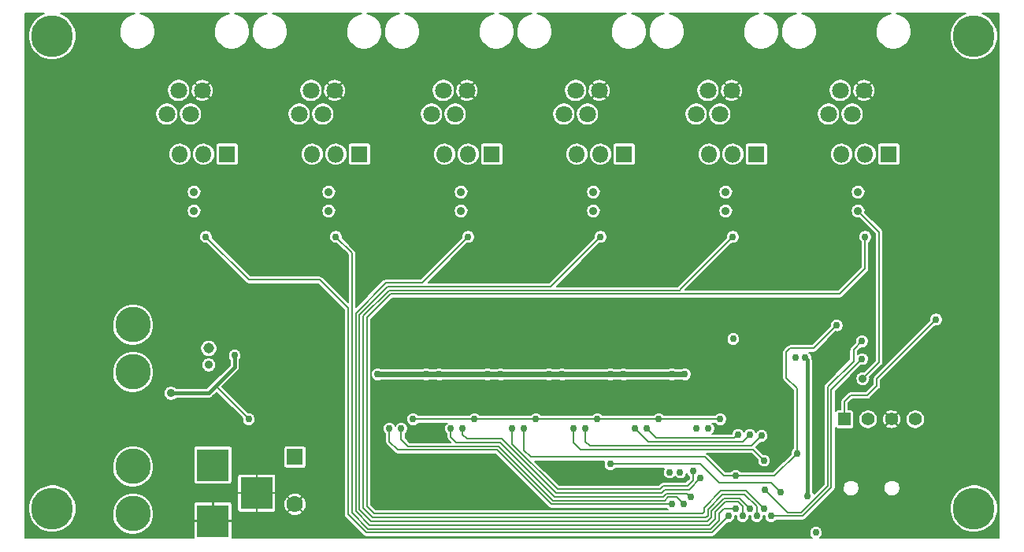
<source format=gbl>
G04 #@! TF.FileFunction,Copper,L4,Bot,Signal*
%FSLAX46Y46*%
G04 Gerber Fmt 4.6, Leading zero omitted, Abs format (unit mm)*
G04 Created by KiCad (PCBNEW 4.0.7-e2-6376~58~ubuntu16.04.1) date Sun Apr  1 14:41:05 2018*
%MOMM*%
%LPD*%
G01*
G04 APERTURE LIST*
%ADD10C,0.150000*%
%ADD11C,3.810000*%
%ADD12R,1.800000X1.800000*%
%ADD13O,1.800000X1.800000*%
%ADD14C,1.800000*%
%ADD15R,1.778000X1.778000*%
%ADD16C,1.778000*%
%ADD17R,1.397000X1.397000*%
%ADD18C,1.397000*%
%ADD19R,3.500120X3.500120*%
%ADD20C,4.500880*%
%ADD21C,0.889000*%
%ADD22C,1.143000*%
%ADD23C,0.762000*%
%ADD24C,0.203200*%
%ADD25C,0.152400*%
%ADD26C,0.609600*%
%ADD27C,0.406400*%
G04 APERTURE END LIST*
D10*
D11*
X36118800Y-121462800D03*
X36118800Y-116382800D03*
X36118800Y-106222800D03*
X36118800Y-101142800D03*
D12*
X60452000Y-82804000D03*
D13*
X57912000Y-82804000D03*
X55372000Y-82804000D03*
D14*
X43561000Y-75946000D03*
X42291000Y-78486000D03*
X41021000Y-75946000D03*
X39751000Y-78486000D03*
D15*
X53517800Y-115366800D03*
D16*
X53517800Y-120446800D03*
D14*
X57785000Y-75946000D03*
X56515000Y-78486000D03*
X55245000Y-75946000D03*
X53975000Y-78486000D03*
X72009000Y-75946000D03*
X70739000Y-78486000D03*
X69469000Y-75946000D03*
X68199000Y-78486000D03*
X86233000Y-75946000D03*
X84963000Y-78486000D03*
X83693000Y-75946000D03*
X82423000Y-78486000D03*
X100457000Y-75946000D03*
X99187000Y-78486000D03*
X97917000Y-75946000D03*
X96647000Y-78486000D03*
X114681000Y-75946000D03*
X113411000Y-78486000D03*
X112141000Y-75946000D03*
X110871000Y-78486000D03*
D17*
X112572800Y-111302800D03*
D18*
X115112800Y-111302800D03*
X117652800Y-111302800D03*
X120192800Y-111302800D03*
D19*
X44704000Y-116227860D03*
X44704000Y-122227340D03*
X49403000Y-119227600D03*
D12*
X46228000Y-82804000D03*
D13*
X43688000Y-82804000D03*
X41148000Y-82804000D03*
D12*
X74676000Y-82804000D03*
D13*
X72136000Y-82804000D03*
X69596000Y-82804000D03*
D12*
X88900000Y-82804000D03*
D13*
X86360000Y-82804000D03*
X83820000Y-82804000D03*
D12*
X103124000Y-82804000D03*
D13*
X100584000Y-82804000D03*
X98044000Y-82804000D03*
D12*
X117348000Y-82804000D03*
D13*
X114808000Y-82804000D03*
X112268000Y-82804000D03*
D20*
X27432000Y-120904000D03*
X27432000Y-70104000D03*
X126492000Y-70104000D03*
X126492000Y-120904000D03*
D21*
X114554000Y-106934000D03*
X114046000Y-88900000D03*
X99822000Y-88900000D03*
X114046000Y-86868000D03*
X99822000Y-86868000D03*
X85598000Y-88900000D03*
X85598000Y-86868000D03*
X71374000Y-88900000D03*
X71374000Y-86868000D03*
X42672000Y-88900000D03*
X42672000Y-86868000D03*
X57150000Y-86868000D03*
X57150000Y-88900000D03*
X44246800Y-105460800D03*
D22*
X44246800Y-103682800D03*
D23*
X104698800Y-121716800D03*
X114477800Y-104825800D03*
X114477800Y-102920800D03*
X104063800Y-118922800D03*
X105714800Y-119176800D03*
X87426800Y-116128800D03*
X118364000Y-92456000D03*
X104140000Y-92456000D03*
X89916000Y-92456000D03*
X75692000Y-92456000D03*
X36576000Y-83566000D03*
X93472000Y-83566000D03*
X107696000Y-83566000D03*
X79248000Y-83566000D03*
X50800000Y-83566000D03*
X47244000Y-92456000D03*
X61468000Y-92456000D03*
X65024000Y-83566000D03*
X112522000Y-115316000D03*
X103936800Y-103936800D03*
X56692800Y-117144800D03*
X56692800Y-118922800D03*
X56692800Y-120700800D03*
X65074800Y-116890800D03*
X66090800Y-115874800D03*
X65074800Y-118922800D03*
X66090800Y-119938800D03*
X102158800Y-103936800D03*
X92633800Y-107492800D03*
X86029800Y-107492800D03*
X79425800Y-107619800D03*
X72821800Y-107619800D03*
X66217800Y-107619800D03*
X100126800Y-116128800D03*
X109778800Y-112064800D03*
X66090800Y-117906800D03*
X88188800Y-117652800D03*
X78028800Y-120192800D03*
X117398800Y-121716800D03*
X115620800Y-121716800D03*
X113842800Y-121716800D03*
X94030800Y-99745800D03*
X87426800Y-99745800D03*
X80822800Y-99745800D03*
X74218800Y-99745800D03*
X67614800Y-99745800D03*
X122428000Y-100584000D03*
X74218800Y-106476800D03*
X100634800Y-102666800D03*
X94919800Y-117017800D03*
X93776800Y-117017800D03*
X109524800Y-123494800D03*
X67614800Y-106476800D03*
X80822800Y-106476800D03*
X87426800Y-106476800D03*
X94030800Y-106476800D03*
X95427800Y-106476800D03*
X88823800Y-106476800D03*
X82219800Y-106476800D03*
X75615800Y-106476800D03*
X69011800Y-106476800D03*
X62407800Y-106476800D03*
X48564800Y-111302800D03*
D21*
X40182800Y-108508800D03*
D23*
X47040800Y-104444800D03*
X108381800Y-104698800D03*
X108635800Y-119557800D03*
X107365800Y-104698800D03*
X111760000Y-101193600D03*
X107492800Y-114985800D03*
X100888800Y-117398800D03*
X78155800Y-112318800D03*
X100126800Y-121716800D03*
X43942000Y-91694000D03*
X57912000Y-91694000D03*
X100888800Y-120954800D03*
X101650800Y-121716800D03*
X72136000Y-91694000D03*
X86360000Y-91694000D03*
X102412800Y-120954800D03*
X103174800Y-121716800D03*
X100584000Y-91694000D03*
X103936800Y-120954800D03*
X114808000Y-91694000D03*
X63677800Y-112318800D03*
X94030800Y-120446800D03*
X64947800Y-112318800D03*
X95300800Y-120446800D03*
X70281800Y-112318800D03*
X96062800Y-119684800D03*
X71551800Y-112318800D03*
X97078800Y-117652800D03*
X96316800Y-116890800D03*
X76885800Y-112318800D03*
X99237800Y-111302800D03*
X92633800Y-111302800D03*
X86029800Y-111302800D03*
X79425800Y-111302800D03*
X72821800Y-111302800D03*
X66217800Y-111302800D03*
X97967800Y-112318800D03*
X96697800Y-112318800D03*
X83489800Y-112318800D03*
X103936800Y-115747800D03*
X84759800Y-112318800D03*
X103682800Y-113080800D03*
X90093800Y-112318800D03*
X102412800Y-112953800D03*
X91363800Y-112318800D03*
X101142800Y-112953800D03*
D24*
X116332000Y-97028000D02*
X116332000Y-91186000D01*
X116332000Y-105156000D02*
X116332000Y-97028000D01*
X114554000Y-106934000D02*
X116332000Y-105156000D01*
X116332000Y-91186000D02*
X114046000Y-88900000D01*
X108127800Y-121716800D02*
X104825800Y-121716800D01*
X111175800Y-118668800D02*
X108127800Y-121716800D01*
X111175800Y-108254800D02*
X111175800Y-118668800D01*
X104825800Y-121716800D02*
X104698800Y-121716800D01*
X111175800Y-108127800D02*
X111175800Y-108254800D01*
X114477800Y-104825800D02*
X111175800Y-108127800D01*
X113555430Y-105046430D02*
X110769398Y-107832462D01*
X110769398Y-118500462D02*
X107959462Y-121310398D01*
X106476800Y-121310398D02*
X107959462Y-121310398D01*
X110769398Y-107832462D02*
X110769398Y-118500462D01*
X113555430Y-103843170D02*
X113555430Y-105046430D01*
X114477800Y-102920800D02*
X113555430Y-103843170D01*
X106451398Y-121310398D02*
X106451398Y-121234202D01*
X104063800Y-118922800D02*
X106451398Y-121310398D01*
X93014800Y-116128800D02*
X87426800Y-116128800D01*
X105714800Y-119176800D02*
X104698800Y-118160800D01*
X104698800Y-118160800D02*
X99110800Y-118160800D01*
X99110800Y-118160800D02*
X97078800Y-116128800D01*
X97078800Y-116128800D02*
X93014800Y-116128800D01*
D25*
X102158800Y-103936800D02*
X103936800Y-103936800D01*
D24*
X56692800Y-118922800D02*
X56692800Y-120700800D01*
X66090800Y-117906800D02*
X65074800Y-116890800D01*
X66090800Y-115874800D02*
X66090800Y-117906800D01*
X66090800Y-117906800D02*
X65074800Y-118922800D01*
X53517800Y-120446800D02*
X56692800Y-117271800D01*
X56692800Y-117271800D02*
X56692800Y-117144800D01*
X112572800Y-109423200D02*
X112572800Y-111302800D01*
X113284000Y-108712000D02*
X112572800Y-109423200D01*
X115062000Y-108712000D02*
X113284000Y-108712000D01*
X116078000Y-107696000D02*
X115062000Y-108712000D01*
X116078000Y-106934000D02*
X116078000Y-107696000D01*
X122428000Y-100584000D02*
X116078000Y-106934000D01*
D26*
X62407800Y-106476800D02*
X67614800Y-106476800D01*
X67614800Y-106476800D02*
X69011800Y-106476800D01*
X69011800Y-106476800D02*
X74218800Y-106476800D01*
X74218800Y-106476800D02*
X75615800Y-106476800D01*
X75615800Y-106476800D02*
X80822800Y-106476800D01*
X80822800Y-106476800D02*
X82219800Y-106476800D01*
X82219800Y-106476800D02*
X87426800Y-106476800D01*
X87426800Y-106476800D02*
X88823800Y-106476800D01*
X88823800Y-106476800D02*
X94030800Y-106476800D01*
X94030800Y-106476800D02*
X95427800Y-106476800D01*
D24*
X48564800Y-111302800D02*
X45008800Y-107746800D01*
D27*
X40182800Y-108508800D02*
X44246800Y-108508800D01*
X44246800Y-108508800D02*
X45008800Y-107746800D01*
X45008800Y-107746800D02*
X47040800Y-105714800D01*
X47040800Y-105714800D02*
X47040800Y-104444800D01*
X108381800Y-104698800D02*
X108635800Y-104952800D01*
X108635800Y-119557800D02*
X108635800Y-104952800D01*
D24*
X107492800Y-114985800D02*
X107492800Y-108000800D01*
X107492800Y-108000800D02*
X106349800Y-106857800D01*
X106349800Y-106857800D02*
X106349800Y-104063800D01*
X106349800Y-104063800D02*
X106730800Y-103682800D01*
X106730800Y-103682800D02*
X109270800Y-103682800D01*
X109270800Y-103682800D02*
X111760000Y-101193600D01*
X111760000Y-101193600D02*
X111810800Y-101142800D01*
X107492800Y-114985800D02*
X105079800Y-117398800D01*
X105079800Y-117398800D02*
X100888800Y-117398800D01*
X78155800Y-114652100D02*
X78155800Y-112318800D01*
X99618800Y-117398800D02*
X97586800Y-115366800D01*
X97586800Y-115366800D02*
X78870500Y-115366800D01*
X78870500Y-115366800D02*
X78155800Y-114652100D01*
X100888800Y-117398800D02*
X99618800Y-117398800D01*
X49580800Y-96316800D02*
X48564800Y-96316800D01*
X61185100Y-123494800D02*
X59232790Y-121542490D01*
X59232790Y-121542490D02*
X59232790Y-99364790D01*
X59232790Y-99364790D02*
X56184800Y-96316800D01*
X56184800Y-96316800D02*
X49580800Y-96316800D01*
X100126800Y-121716800D02*
X98348800Y-123494800D01*
X98348800Y-123494800D02*
X72694800Y-123494800D01*
X72694800Y-123494800D02*
X61185100Y-123494800D01*
X48564800Y-96316800D02*
X43942000Y-91694000D01*
X57912000Y-91694000D02*
X59639192Y-93421192D01*
X59639192Y-93421192D02*
X59639192Y-99822000D01*
X95046800Y-123088398D02*
X61353438Y-123088398D01*
X99618800Y-120954800D02*
X99110800Y-121462800D01*
X99110800Y-121462800D02*
X99110800Y-122158060D01*
X99110800Y-122158060D02*
X98180462Y-123088398D01*
X98180462Y-123088398D02*
X95046800Y-123088398D01*
X100888800Y-120954800D02*
X99618800Y-120954800D01*
X59639192Y-121374152D02*
X59639192Y-99822000D01*
X59639192Y-99822000D02*
X59639192Y-99707448D01*
X61353438Y-123088398D02*
X59639192Y-121374152D01*
X60045594Y-99875786D02*
X63299786Y-96621594D01*
X95808800Y-122681996D02*
X61521776Y-122681996D01*
X101650800Y-120700800D02*
X101142800Y-120192800D01*
X101142800Y-120192800D02*
X99806060Y-120192800D01*
X99806060Y-120192800D02*
X98704398Y-121294462D01*
X98704398Y-121294462D02*
X98704398Y-121989722D01*
X98704398Y-121989722D02*
X98012124Y-122681996D01*
X98012124Y-122681996D02*
X95808800Y-122681996D01*
X101650800Y-121716800D02*
X101650800Y-120700800D01*
X60045594Y-121205814D02*
X60045594Y-99875786D01*
X61521776Y-122681996D02*
X60045594Y-121205814D01*
X67208406Y-96621594D02*
X72136000Y-91694000D01*
X63299786Y-96621594D02*
X67208406Y-96621594D01*
X60451996Y-100076000D02*
X60451996Y-100044124D01*
X81026004Y-97027996D02*
X86360000Y-91694000D01*
X63468124Y-97027996D02*
X81026004Y-97027996D01*
X60451996Y-100044124D02*
X63468124Y-97027996D01*
X61690114Y-122275594D02*
X60451996Y-121037476D01*
X60451996Y-121037476D02*
X60451996Y-100076000D01*
X60451996Y-100076000D02*
X60451996Y-100076000D01*
X102412800Y-120954800D02*
X102412800Y-120888060D01*
X97843786Y-122275594D02*
X96062800Y-122275594D01*
X98297996Y-121821384D02*
X97843786Y-122275594D01*
X98297996Y-121126124D02*
X98297996Y-121821384D01*
X99637722Y-119786398D02*
X98297996Y-121126124D01*
X101311138Y-119786398D02*
X99637722Y-119786398D01*
X102412800Y-120888060D02*
X101311138Y-119786398D01*
X96062800Y-122275594D02*
X61690114Y-122275594D01*
X63517430Y-97553430D02*
X63636462Y-97434398D01*
X61826580Y-121837320D02*
X60858398Y-120869138D01*
X60858398Y-120869138D02*
X60858398Y-100212462D01*
X103174800Y-121716800D02*
X103174800Y-120700800D01*
X97707320Y-121837320D02*
X96348672Y-121837320D01*
X97891594Y-121653046D02*
X97707320Y-121837320D01*
X97891594Y-120957786D02*
X97891594Y-121653046D01*
X99469384Y-119379996D02*
X97891594Y-120957786D01*
X101853996Y-119379996D02*
X99469384Y-119379996D01*
X103174800Y-120700800D02*
X101853996Y-119379996D01*
X96348672Y-121837320D02*
X61826580Y-121837320D01*
X63517430Y-97553430D02*
X60858398Y-100212462D01*
X63636462Y-97434398D02*
X94843602Y-97434398D01*
X94843602Y-97434398D02*
X94996000Y-97282000D01*
X100584000Y-91694000D02*
X94996000Y-97282000D01*
X94996000Y-97282000D02*
X94843602Y-97434398D01*
X61264800Y-112572800D02*
X61264800Y-100380800D01*
X61994918Y-121430918D02*
X61264800Y-120700800D01*
X61264800Y-120700800D02*
X61264800Y-112572800D01*
X103936800Y-120954800D02*
X103936800Y-120888060D01*
X97332800Y-121430918D02*
X96824800Y-121430918D01*
X97485192Y-121278526D02*
X97332800Y-121430918D01*
X97485192Y-120789448D02*
X97485192Y-121278526D01*
X99301046Y-118973594D02*
X97485192Y-120789448D01*
X102022334Y-118973594D02*
X99301046Y-118973594D01*
X103936800Y-120888060D02*
X102022334Y-118973594D01*
X96824800Y-121430918D02*
X61994918Y-121430918D01*
X63804800Y-97840800D02*
X112064800Y-97840800D01*
X61264800Y-100380800D02*
X63804800Y-97840800D01*
X114808000Y-95097600D02*
X112064800Y-97840800D01*
X114808000Y-95046800D02*
X114808000Y-95097600D01*
X114808000Y-91694000D02*
X114808000Y-95046800D01*
X63677800Y-113715800D02*
X63677800Y-112318800D01*
X64566800Y-114604800D02*
X63677800Y-113715800D01*
X75234800Y-114604800D02*
X64566800Y-114604800D01*
X81076800Y-120446800D02*
X75234800Y-114604800D01*
X94030800Y-120446800D02*
X81076800Y-120446800D01*
X64947800Y-113461800D02*
X64947800Y-112318800D01*
X65684398Y-114198398D02*
X64947800Y-113461800D01*
X75403138Y-114198398D02*
X65684398Y-114198398D01*
X81245138Y-120040398D02*
X75403138Y-114198398D01*
X93268800Y-120040398D02*
X81245138Y-120040398D01*
X93624398Y-119684800D02*
X93268800Y-120040398D01*
X94538800Y-119684800D02*
X93624398Y-119684800D01*
X95300800Y-120446800D02*
X94538800Y-119684800D01*
X70281800Y-113207800D02*
X70281800Y-112318800D01*
X70865996Y-113791996D02*
X70281800Y-113207800D01*
X75571476Y-113791996D02*
X70865996Y-113791996D01*
X81413476Y-119633996D02*
X75571476Y-113791996D01*
X93100462Y-119633996D02*
X81413476Y-119633996D01*
X93456060Y-119278398D02*
X93100462Y-119633996D01*
X95656398Y-119278398D02*
X93456060Y-119278398D01*
X96062800Y-119684800D02*
X95656398Y-119278398D01*
X71551800Y-112953800D02*
X71551800Y-112318800D01*
X71983594Y-113385594D02*
X71551800Y-112953800D01*
X75739814Y-113385594D02*
X71983594Y-113385594D01*
X81581814Y-119227594D02*
X75739814Y-113385594D01*
X92932124Y-119227594D02*
X81581814Y-119227594D01*
X93287722Y-118871996D02*
X92932124Y-119227594D01*
X95859604Y-118871996D02*
X93287722Y-118871996D01*
X97078800Y-117652800D02*
X95859604Y-118871996D01*
X76885800Y-113956840D02*
X76885800Y-112318800D01*
X81750152Y-118821192D02*
X76885800Y-113956840D01*
X92763786Y-118821192D02*
X92252800Y-118821192D01*
X93119384Y-118465594D02*
X92763786Y-118821192D01*
X95691266Y-118465594D02*
X93119384Y-118465594D01*
X96316800Y-117840060D02*
X95691266Y-118465594D01*
X96316800Y-116890800D02*
X96316800Y-117840060D01*
X92252800Y-118821192D02*
X81750152Y-118821192D01*
X99237800Y-111302800D02*
X92633800Y-111302800D01*
X92633800Y-111302800D02*
X86029800Y-111302800D01*
X86029800Y-111302800D02*
X79425800Y-111302800D01*
X79425800Y-111302800D02*
X72821800Y-111302800D01*
X72821800Y-111302800D02*
X66217800Y-111302800D01*
X83489800Y-113842800D02*
X83489800Y-112318800D01*
X84201006Y-114554006D02*
X83489800Y-113842800D01*
X102743006Y-114554006D02*
X84201006Y-114554006D01*
X103936800Y-115747800D02*
X102743006Y-114554006D01*
X84759800Y-113715800D02*
X84759800Y-112318800D01*
X85191604Y-114147604D02*
X84759800Y-113715800D01*
X102615996Y-114147604D02*
X85191604Y-114147604D01*
X103682800Y-113080800D02*
X102615996Y-114147604D01*
X91516202Y-113741202D02*
X90093800Y-112318800D01*
X101625398Y-113741202D02*
X91516202Y-113741202D01*
X102412800Y-112953800D02*
X101625398Y-113741202D01*
X92379800Y-113334800D02*
X91363800Y-112318800D01*
X100761800Y-113334800D02*
X92379800Y-113334800D01*
X101142800Y-112953800D02*
X100761800Y-113334800D01*
D25*
G36*
X26230615Y-67805962D02*
X25807137Y-68083078D01*
X25445549Y-68437170D01*
X25159625Y-68854752D01*
X24960256Y-69319916D01*
X24855034Y-69814947D01*
X24847967Y-70320987D01*
X24939326Y-70818763D01*
X25125630Y-71289313D01*
X25399783Y-71714715D01*
X25751343Y-72078766D01*
X26166918Y-72367598D01*
X26630680Y-72570210D01*
X27124963Y-72678886D01*
X27630942Y-72689484D01*
X28129343Y-72601603D01*
X28601183Y-72418588D01*
X29028488Y-72147412D01*
X29394984Y-71798403D01*
X29686711Y-71384854D01*
X29892556Y-70922518D01*
X30004679Y-70429005D01*
X30012751Y-69850955D01*
X29914451Y-69354504D01*
X29721595Y-68886601D01*
X29441529Y-68465068D01*
X29084921Y-68105961D01*
X28665354Y-67822960D01*
X28349531Y-67690200D01*
X36265192Y-67690200D01*
X36028388Y-67735373D01*
X35677419Y-67877174D01*
X35360677Y-68084444D01*
X35090227Y-68349288D01*
X34876369Y-68661620D01*
X34727250Y-69009542D01*
X34648548Y-69379802D01*
X34643263Y-69758296D01*
X34711595Y-70130609D01*
X34850942Y-70482559D01*
X35055996Y-70800740D01*
X35318946Y-71073033D01*
X35629777Y-71289066D01*
X35976649Y-71440611D01*
X36346351Y-71521895D01*
X36724800Y-71529823D01*
X37097580Y-71464091D01*
X37450495Y-71327205D01*
X37770099Y-71124378D01*
X38044221Y-70863335D01*
X38262419Y-70554020D01*
X38416382Y-70208214D01*
X38500245Y-69839089D01*
X38506282Y-69406734D01*
X38432759Y-69035412D01*
X38288511Y-68685442D01*
X38079035Y-68370155D01*
X37812309Y-68101560D01*
X37498492Y-67889887D01*
X37149537Y-67743200D01*
X36891340Y-67690200D01*
X46425192Y-67690200D01*
X46188388Y-67735373D01*
X45837419Y-67877174D01*
X45520677Y-68084444D01*
X45250227Y-68349288D01*
X45036369Y-68661620D01*
X44887250Y-69009542D01*
X44808548Y-69379802D01*
X44803263Y-69758296D01*
X44871595Y-70130609D01*
X45010942Y-70482559D01*
X45215996Y-70800740D01*
X45478946Y-71073033D01*
X45789777Y-71289066D01*
X46136649Y-71440611D01*
X46506351Y-71521895D01*
X46884800Y-71529823D01*
X47257580Y-71464091D01*
X47610495Y-71327205D01*
X47930099Y-71124378D01*
X48204221Y-70863335D01*
X48422419Y-70554020D01*
X48576382Y-70208214D01*
X48660245Y-69839089D01*
X48666282Y-69406734D01*
X48592759Y-69035412D01*
X48448511Y-68685442D01*
X48239035Y-68370155D01*
X47972309Y-68101560D01*
X47658492Y-67889887D01*
X47309537Y-67743200D01*
X47051340Y-67690200D01*
X50489192Y-67690200D01*
X50252388Y-67735373D01*
X49901419Y-67877174D01*
X49584677Y-68084444D01*
X49314227Y-68349288D01*
X49100369Y-68661620D01*
X48951250Y-69009542D01*
X48872548Y-69379802D01*
X48867263Y-69758296D01*
X48935595Y-70130609D01*
X49074942Y-70482559D01*
X49279996Y-70800740D01*
X49542946Y-71073033D01*
X49853777Y-71289066D01*
X50200649Y-71440611D01*
X50570351Y-71521895D01*
X50948800Y-71529823D01*
X51321580Y-71464091D01*
X51674495Y-71327205D01*
X51994099Y-71124378D01*
X52268221Y-70863335D01*
X52486419Y-70554020D01*
X52640382Y-70208214D01*
X52724245Y-69839089D01*
X52730282Y-69406734D01*
X52656759Y-69035412D01*
X52512511Y-68685442D01*
X52303035Y-68370155D01*
X52036309Y-68101560D01*
X51722492Y-67889887D01*
X51373537Y-67743200D01*
X51115340Y-67690200D01*
X60649192Y-67690200D01*
X60412388Y-67735373D01*
X60061419Y-67877174D01*
X59744677Y-68084444D01*
X59474227Y-68349288D01*
X59260369Y-68661620D01*
X59111250Y-69009542D01*
X59032548Y-69379802D01*
X59027263Y-69758296D01*
X59095595Y-70130609D01*
X59234942Y-70482559D01*
X59439996Y-70800740D01*
X59702946Y-71073033D01*
X60013777Y-71289066D01*
X60360649Y-71440611D01*
X60730351Y-71521895D01*
X61108800Y-71529823D01*
X61481580Y-71464091D01*
X61834495Y-71327205D01*
X62154099Y-71124378D01*
X62428221Y-70863335D01*
X62646419Y-70554020D01*
X62800382Y-70208214D01*
X62884245Y-69839089D01*
X62890282Y-69406734D01*
X62816759Y-69035412D01*
X62672511Y-68685442D01*
X62463035Y-68370155D01*
X62196309Y-68101560D01*
X61882492Y-67889887D01*
X61533537Y-67743200D01*
X61275340Y-67690200D01*
X64713192Y-67690200D01*
X64476388Y-67735373D01*
X64125419Y-67877174D01*
X63808677Y-68084444D01*
X63538227Y-68349288D01*
X63324369Y-68661620D01*
X63175250Y-69009542D01*
X63096548Y-69379802D01*
X63091263Y-69758296D01*
X63159595Y-70130609D01*
X63298942Y-70482559D01*
X63503996Y-70800740D01*
X63766946Y-71073033D01*
X64077777Y-71289066D01*
X64424649Y-71440611D01*
X64794351Y-71521895D01*
X65172800Y-71529823D01*
X65545580Y-71464091D01*
X65898495Y-71327205D01*
X66218099Y-71124378D01*
X66492221Y-70863335D01*
X66710419Y-70554020D01*
X66864382Y-70208214D01*
X66948245Y-69839089D01*
X66954282Y-69406734D01*
X66880759Y-69035412D01*
X66736511Y-68685442D01*
X66527035Y-68370155D01*
X66260309Y-68101560D01*
X65946492Y-67889887D01*
X65597537Y-67743200D01*
X65339340Y-67690200D01*
X74873192Y-67690200D01*
X74636388Y-67735373D01*
X74285419Y-67877174D01*
X73968677Y-68084444D01*
X73698227Y-68349288D01*
X73484369Y-68661620D01*
X73335250Y-69009542D01*
X73256548Y-69379802D01*
X73251263Y-69758296D01*
X73319595Y-70130609D01*
X73458942Y-70482559D01*
X73663996Y-70800740D01*
X73926946Y-71073033D01*
X74237777Y-71289066D01*
X74584649Y-71440611D01*
X74954351Y-71521895D01*
X75332800Y-71529823D01*
X75705580Y-71464091D01*
X76058495Y-71327205D01*
X76378099Y-71124378D01*
X76652221Y-70863335D01*
X76870419Y-70554020D01*
X77024382Y-70208214D01*
X77108245Y-69839089D01*
X77114282Y-69406734D01*
X77040759Y-69035412D01*
X76896511Y-68685442D01*
X76687035Y-68370155D01*
X76420309Y-68101560D01*
X76106492Y-67889887D01*
X75757537Y-67743200D01*
X75499340Y-67690200D01*
X78937192Y-67690200D01*
X78700388Y-67735373D01*
X78349419Y-67877174D01*
X78032677Y-68084444D01*
X77762227Y-68349288D01*
X77548369Y-68661620D01*
X77399250Y-69009542D01*
X77320548Y-69379802D01*
X77315263Y-69758296D01*
X77383595Y-70130609D01*
X77522942Y-70482559D01*
X77727996Y-70800740D01*
X77990946Y-71073033D01*
X78301777Y-71289066D01*
X78648649Y-71440611D01*
X79018351Y-71521895D01*
X79396800Y-71529823D01*
X79769580Y-71464091D01*
X80122495Y-71327205D01*
X80442099Y-71124378D01*
X80716221Y-70863335D01*
X80934419Y-70554020D01*
X81088382Y-70208214D01*
X81172245Y-69839089D01*
X81178282Y-69406734D01*
X81104759Y-69035412D01*
X80960511Y-68685442D01*
X80751035Y-68370155D01*
X80484309Y-68101560D01*
X80170492Y-67889887D01*
X79821537Y-67743200D01*
X79563340Y-67690200D01*
X89097192Y-67690200D01*
X88860388Y-67735373D01*
X88509419Y-67877174D01*
X88192677Y-68084444D01*
X87922227Y-68349288D01*
X87708369Y-68661620D01*
X87559250Y-69009542D01*
X87480548Y-69379802D01*
X87475263Y-69758296D01*
X87543595Y-70130609D01*
X87682942Y-70482559D01*
X87887996Y-70800740D01*
X88150946Y-71073033D01*
X88461777Y-71289066D01*
X88808649Y-71440611D01*
X89178351Y-71521895D01*
X89556800Y-71529823D01*
X89929580Y-71464091D01*
X90282495Y-71327205D01*
X90602099Y-71124378D01*
X90876221Y-70863335D01*
X91094419Y-70554020D01*
X91248382Y-70208214D01*
X91332245Y-69839089D01*
X91338282Y-69406734D01*
X91264759Y-69035412D01*
X91120511Y-68685442D01*
X90911035Y-68370155D01*
X90644309Y-68101560D01*
X90330492Y-67889887D01*
X89981537Y-67743200D01*
X89723340Y-67690200D01*
X93161192Y-67690200D01*
X92924388Y-67735373D01*
X92573419Y-67877174D01*
X92256677Y-68084444D01*
X91986227Y-68349288D01*
X91772369Y-68661620D01*
X91623250Y-69009542D01*
X91544548Y-69379802D01*
X91539263Y-69758296D01*
X91607595Y-70130609D01*
X91746942Y-70482559D01*
X91951996Y-70800740D01*
X92214946Y-71073033D01*
X92525777Y-71289066D01*
X92872649Y-71440611D01*
X93242351Y-71521895D01*
X93620800Y-71529823D01*
X93993580Y-71464091D01*
X94346495Y-71327205D01*
X94666099Y-71124378D01*
X94940221Y-70863335D01*
X95158419Y-70554020D01*
X95312382Y-70208214D01*
X95396245Y-69839089D01*
X95402282Y-69406734D01*
X95328759Y-69035412D01*
X95184511Y-68685442D01*
X94975035Y-68370155D01*
X94708309Y-68101560D01*
X94394492Y-67889887D01*
X94045537Y-67743200D01*
X93787340Y-67690200D01*
X103321192Y-67690200D01*
X103084388Y-67735373D01*
X102733419Y-67877174D01*
X102416677Y-68084444D01*
X102146227Y-68349288D01*
X101932369Y-68661620D01*
X101783250Y-69009542D01*
X101704548Y-69379802D01*
X101699263Y-69758296D01*
X101767595Y-70130609D01*
X101906942Y-70482559D01*
X102111996Y-70800740D01*
X102374946Y-71073033D01*
X102685777Y-71289066D01*
X103032649Y-71440611D01*
X103402351Y-71521895D01*
X103780800Y-71529823D01*
X104153580Y-71464091D01*
X104506495Y-71327205D01*
X104826099Y-71124378D01*
X105100221Y-70863335D01*
X105318419Y-70554020D01*
X105472382Y-70208214D01*
X105556245Y-69839089D01*
X105562282Y-69406734D01*
X105488759Y-69035412D01*
X105344511Y-68685442D01*
X105135035Y-68370155D01*
X104868309Y-68101560D01*
X104554492Y-67889887D01*
X104205537Y-67743200D01*
X103947340Y-67690200D01*
X107385192Y-67690200D01*
X107148388Y-67735373D01*
X106797419Y-67877174D01*
X106480677Y-68084444D01*
X106210227Y-68349288D01*
X105996369Y-68661620D01*
X105847250Y-69009542D01*
X105768548Y-69379802D01*
X105763263Y-69758296D01*
X105831595Y-70130609D01*
X105970942Y-70482559D01*
X106175996Y-70800740D01*
X106438946Y-71073033D01*
X106749777Y-71289066D01*
X107096649Y-71440611D01*
X107466351Y-71521895D01*
X107844800Y-71529823D01*
X108217580Y-71464091D01*
X108570495Y-71327205D01*
X108890099Y-71124378D01*
X109164221Y-70863335D01*
X109382419Y-70554020D01*
X109536382Y-70208214D01*
X109620245Y-69839089D01*
X109626282Y-69406734D01*
X109552759Y-69035412D01*
X109408511Y-68685442D01*
X109199035Y-68370155D01*
X108932309Y-68101560D01*
X108618492Y-67889887D01*
X108269537Y-67743200D01*
X108011340Y-67690200D01*
X117545192Y-67690200D01*
X117308388Y-67735373D01*
X116957419Y-67877174D01*
X116640677Y-68084444D01*
X116370227Y-68349288D01*
X116156369Y-68661620D01*
X116007250Y-69009542D01*
X115928548Y-69379802D01*
X115923263Y-69758296D01*
X115991595Y-70130609D01*
X116130942Y-70482559D01*
X116335996Y-70800740D01*
X116598946Y-71073033D01*
X116909777Y-71289066D01*
X117256649Y-71440611D01*
X117626351Y-71521895D01*
X118004800Y-71529823D01*
X118377580Y-71464091D01*
X118730495Y-71327205D01*
X119050099Y-71124378D01*
X119324221Y-70863335D01*
X119542419Y-70554020D01*
X119696382Y-70208214D01*
X119780245Y-69839089D01*
X119786282Y-69406734D01*
X119712759Y-69035412D01*
X119568511Y-68685442D01*
X119359035Y-68370155D01*
X119092309Y-68101560D01*
X118778492Y-67889887D01*
X118429537Y-67743200D01*
X118171340Y-67690200D01*
X125577135Y-67690200D01*
X125290615Y-67805962D01*
X124867137Y-68083078D01*
X124505549Y-68437170D01*
X124219625Y-68854752D01*
X124020256Y-69319916D01*
X123915034Y-69814947D01*
X123907967Y-70320987D01*
X123999326Y-70818763D01*
X124185630Y-71289313D01*
X124459783Y-71714715D01*
X124811343Y-72078766D01*
X125226918Y-72367598D01*
X125690680Y-72570210D01*
X126184963Y-72678886D01*
X126690942Y-72689484D01*
X127189343Y-72601603D01*
X127661183Y-72418588D01*
X128088488Y-72147412D01*
X128454984Y-71798403D01*
X128746711Y-71384854D01*
X128952556Y-70922518D01*
X129064679Y-70429005D01*
X129072751Y-69850955D01*
X128974451Y-69354504D01*
X128781595Y-68886601D01*
X128501529Y-68465068D01*
X128144921Y-68105961D01*
X127725354Y-67822960D01*
X127409531Y-67690200D01*
X129159800Y-67690200D01*
X129159800Y-124079800D01*
X109930339Y-124079800D01*
X109964777Y-124057945D01*
X110065780Y-123961761D01*
X110146177Y-123847791D01*
X110202906Y-123720376D01*
X110233806Y-123584368D01*
X110236030Y-123425063D01*
X110208940Y-123288246D01*
X110155791Y-123159296D01*
X110078607Y-123043126D01*
X109980329Y-122944160D01*
X109864701Y-122866167D01*
X109736125Y-122812119D01*
X109599500Y-122784074D01*
X109460030Y-122783100D01*
X109323027Y-122809235D01*
X109193710Y-122861483D01*
X109077003Y-122937853D01*
X108977353Y-123035438D01*
X108898555Y-123150519D01*
X108843611Y-123278714D01*
X108814613Y-123415140D01*
X108812665Y-123554600D01*
X108837843Y-123691782D01*
X108889187Y-123821461D01*
X108964741Y-123938698D01*
X109061627Y-124039026D01*
X109120292Y-124079800D01*
X46769051Y-124079800D01*
X46771571Y-124073716D01*
X46784260Y-124009922D01*
X46784260Y-122335290D01*
X46701710Y-122252740D01*
X44729400Y-122252740D01*
X44729400Y-122272740D01*
X44678600Y-122272740D01*
X44678600Y-122252740D01*
X42706290Y-122252740D01*
X42623740Y-122335290D01*
X42623740Y-124009922D01*
X42636429Y-124073716D01*
X42638949Y-124079800D01*
X24510200Y-124079800D01*
X24510200Y-121120987D01*
X24847967Y-121120987D01*
X24939326Y-121618763D01*
X25125630Y-122089313D01*
X25399783Y-122514715D01*
X25751343Y-122878766D01*
X26166918Y-123167598D01*
X26630680Y-123370210D01*
X27124963Y-123478886D01*
X27630942Y-123489484D01*
X28129343Y-123401603D01*
X28601183Y-123218588D01*
X29028488Y-122947412D01*
X29394984Y-122598403D01*
X29686711Y-122184854D01*
X29892556Y-121722518D01*
X29908863Y-121650742D01*
X33880662Y-121650742D01*
X33959792Y-122081886D01*
X34121157Y-122489449D01*
X34358613Y-122857907D01*
X34663113Y-123173226D01*
X35023060Y-123423396D01*
X35424743Y-123598887D01*
X35852863Y-123693015D01*
X36291112Y-123702195D01*
X36722798Y-123626078D01*
X37131478Y-123467561D01*
X37501585Y-123232684D01*
X37819022Y-122930392D01*
X38071699Y-122572201D01*
X38249990Y-122171752D01*
X38347105Y-121744300D01*
X38354096Y-121243627D01*
X38268954Y-120813630D01*
X38116917Y-120444758D01*
X42623740Y-120444758D01*
X42623740Y-122119390D01*
X42706290Y-122201940D01*
X44678600Y-122201940D01*
X44678600Y-120229630D01*
X44729400Y-120229630D01*
X44729400Y-122201940D01*
X46701710Y-122201940D01*
X46784260Y-122119390D01*
X46784260Y-120444758D01*
X46771571Y-120380964D01*
X46746679Y-120320872D01*
X46710543Y-120266790D01*
X46664550Y-120220797D01*
X46610468Y-120184660D01*
X46550376Y-120159769D01*
X46486582Y-120147080D01*
X44811950Y-120147080D01*
X44729400Y-120229630D01*
X44678600Y-120229630D01*
X44596050Y-120147080D01*
X42921418Y-120147080D01*
X42857624Y-120159769D01*
X42797532Y-120184660D01*
X42743450Y-120220797D01*
X42697457Y-120266790D01*
X42661321Y-120320872D01*
X42636429Y-120380964D01*
X42623740Y-120444758D01*
X38116917Y-120444758D01*
X38101914Y-120408360D01*
X37859337Y-120043253D01*
X37550464Y-119732216D01*
X37187059Y-119487096D01*
X36826547Y-119335550D01*
X47322740Y-119335550D01*
X47322740Y-121010182D01*
X47335429Y-121073976D01*
X47360321Y-121134068D01*
X47396457Y-121188150D01*
X47442450Y-121234143D01*
X47496532Y-121270280D01*
X47556624Y-121295171D01*
X47620418Y-121307860D01*
X49295050Y-121307860D01*
X49377600Y-121225310D01*
X49377600Y-119253000D01*
X49428400Y-119253000D01*
X49428400Y-121225310D01*
X49510950Y-121307860D01*
X51185582Y-121307860D01*
X51249376Y-121295171D01*
X51304192Y-121272465D01*
X52728056Y-121272465D01*
X52818408Y-121452643D01*
X53028078Y-121569761D01*
X53256566Y-121643723D01*
X53495093Y-121671689D01*
X53734494Y-121652582D01*
X53965566Y-121587138D01*
X54179431Y-121477872D01*
X54217192Y-121452643D01*
X54307544Y-121272465D01*
X53517800Y-120482721D01*
X52728056Y-121272465D01*
X51304192Y-121272465D01*
X51309468Y-121270280D01*
X51363550Y-121234143D01*
X51409543Y-121188150D01*
X51445679Y-121134068D01*
X51470571Y-121073976D01*
X51483260Y-121010182D01*
X51483260Y-120424093D01*
X52292911Y-120424093D01*
X52312018Y-120663494D01*
X52377462Y-120894566D01*
X52486728Y-121108431D01*
X52511957Y-121146192D01*
X52692135Y-121236544D01*
X53481879Y-120446800D01*
X53553721Y-120446800D01*
X54343465Y-121236544D01*
X54523643Y-121146192D01*
X54640761Y-120936522D01*
X54714723Y-120708034D01*
X54742689Y-120469507D01*
X54723582Y-120230106D01*
X54658138Y-119999034D01*
X54548872Y-119785169D01*
X54523643Y-119747408D01*
X54343465Y-119657056D01*
X53553721Y-120446800D01*
X53481879Y-120446800D01*
X52692135Y-119657056D01*
X52511957Y-119747408D01*
X52394839Y-119957078D01*
X52320877Y-120185566D01*
X52292911Y-120424093D01*
X51483260Y-120424093D01*
X51483260Y-119621135D01*
X52728056Y-119621135D01*
X53517800Y-120410879D01*
X54307544Y-119621135D01*
X54217192Y-119440957D01*
X54007522Y-119323839D01*
X53779034Y-119249877D01*
X53540507Y-119221911D01*
X53301106Y-119241018D01*
X53070034Y-119306462D01*
X52856169Y-119415728D01*
X52818408Y-119440957D01*
X52728056Y-119621135D01*
X51483260Y-119621135D01*
X51483260Y-119335550D01*
X51400710Y-119253000D01*
X49428400Y-119253000D01*
X49377600Y-119253000D01*
X47405290Y-119253000D01*
X47322740Y-119335550D01*
X36826547Y-119335550D01*
X36782965Y-119317230D01*
X36353572Y-119229089D01*
X35915238Y-119226029D01*
X35484657Y-119308166D01*
X35078230Y-119472373D01*
X34711438Y-119712395D01*
X34398253Y-120019089D01*
X34150602Y-120380774D01*
X33977919Y-120783673D01*
X33886782Y-121212439D01*
X33880662Y-121650742D01*
X29908863Y-121650742D01*
X30004679Y-121229005D01*
X30012751Y-120650955D01*
X29914451Y-120154504D01*
X29721595Y-119686601D01*
X29441529Y-119265068D01*
X29084921Y-118905961D01*
X28665354Y-118622960D01*
X28198809Y-118426842D01*
X27703056Y-118325078D01*
X27196978Y-118321545D01*
X26699853Y-118416377D01*
X26230615Y-118605962D01*
X25807137Y-118883078D01*
X25445549Y-119237170D01*
X25159625Y-119654752D01*
X24960256Y-120119916D01*
X24855034Y-120614947D01*
X24847967Y-121120987D01*
X24510200Y-121120987D01*
X24510200Y-116570742D01*
X33880662Y-116570742D01*
X33959792Y-117001886D01*
X34121157Y-117409449D01*
X34358613Y-117777907D01*
X34663113Y-118093226D01*
X35023060Y-118343396D01*
X35424743Y-118518887D01*
X35852863Y-118613015D01*
X36291112Y-118622195D01*
X36722798Y-118546078D01*
X37131478Y-118387561D01*
X37501585Y-118152684D01*
X37819022Y-117850392D01*
X38071699Y-117492201D01*
X38249990Y-117091752D01*
X38347105Y-116664300D01*
X38354096Y-116163627D01*
X38268954Y-115733630D01*
X38101914Y-115328360D01*
X37859337Y-114963253D01*
X37550464Y-114652216D01*
X37291882Y-114477800D01*
X42622143Y-114477800D01*
X42622143Y-117977920D01*
X42626336Y-118030503D01*
X42653956Y-118119689D01*
X42705328Y-118197650D01*
X42776386Y-118258213D01*
X42861504Y-118296581D01*
X42953940Y-118309717D01*
X46454060Y-118309717D01*
X46506643Y-118305524D01*
X46595829Y-118277904D01*
X46673790Y-118226532D01*
X46734353Y-118155474D01*
X46772721Y-118070356D01*
X46785857Y-117977920D01*
X46785857Y-117445018D01*
X47322740Y-117445018D01*
X47322740Y-119119650D01*
X47405290Y-119202200D01*
X49377600Y-119202200D01*
X49377600Y-117229890D01*
X49428400Y-117229890D01*
X49428400Y-119202200D01*
X51400710Y-119202200D01*
X51483260Y-119119650D01*
X51483260Y-117445018D01*
X51470571Y-117381224D01*
X51445679Y-117321132D01*
X51409543Y-117267050D01*
X51363550Y-117221057D01*
X51309468Y-117184920D01*
X51249376Y-117160029D01*
X51185582Y-117147340D01*
X49510950Y-117147340D01*
X49428400Y-117229890D01*
X49377600Y-117229890D01*
X49295050Y-117147340D01*
X47620418Y-117147340D01*
X47556624Y-117160029D01*
X47496532Y-117184920D01*
X47442450Y-117221057D01*
X47396457Y-117267050D01*
X47360321Y-117321132D01*
X47335429Y-117381224D01*
X47322740Y-117445018D01*
X46785857Y-117445018D01*
X46785857Y-114477800D01*
X52297003Y-114477800D01*
X52297003Y-116255800D01*
X52301196Y-116308383D01*
X52328816Y-116397569D01*
X52380188Y-116475530D01*
X52451246Y-116536093D01*
X52536364Y-116574461D01*
X52628800Y-116587597D01*
X54406800Y-116587597D01*
X54459383Y-116583404D01*
X54548569Y-116555784D01*
X54626530Y-116504412D01*
X54687093Y-116433354D01*
X54725461Y-116348236D01*
X54738597Y-116255800D01*
X54738597Y-114477800D01*
X54734404Y-114425217D01*
X54706784Y-114336031D01*
X54655412Y-114258070D01*
X54584354Y-114197507D01*
X54499236Y-114159139D01*
X54406800Y-114146003D01*
X52628800Y-114146003D01*
X52576217Y-114150196D01*
X52487031Y-114177816D01*
X52409070Y-114229188D01*
X52348507Y-114300246D01*
X52310139Y-114385364D01*
X52297003Y-114477800D01*
X46785857Y-114477800D01*
X46781664Y-114425217D01*
X46754044Y-114336031D01*
X46702672Y-114258070D01*
X46631614Y-114197507D01*
X46546496Y-114159139D01*
X46454060Y-114146003D01*
X42953940Y-114146003D01*
X42901357Y-114150196D01*
X42812171Y-114177816D01*
X42734210Y-114229188D01*
X42673647Y-114300246D01*
X42635279Y-114385364D01*
X42622143Y-114477800D01*
X37291882Y-114477800D01*
X37187059Y-114407096D01*
X36782965Y-114237230D01*
X36353572Y-114149089D01*
X35915238Y-114146029D01*
X35484657Y-114228166D01*
X35078230Y-114392373D01*
X34711438Y-114632395D01*
X34398253Y-114939089D01*
X34150602Y-115300774D01*
X33977919Y-115703673D01*
X33886782Y-116132439D01*
X33880662Y-116570742D01*
X24510200Y-116570742D01*
X24510200Y-108573939D01*
X39407082Y-108573939D01*
X39434508Y-108723369D01*
X39490436Y-108864627D01*
X39572735Y-108992331D01*
X39678272Y-109101618D01*
X39803027Y-109188324D01*
X39942246Y-109249148D01*
X40090629Y-109281772D01*
X40242522Y-109284954D01*
X40392140Y-109258572D01*
X40533785Y-109203632D01*
X40662060Y-109122225D01*
X40746095Y-109042200D01*
X44246800Y-109042200D01*
X44295791Y-109037396D01*
X44344920Y-109033098D01*
X44347617Y-109032314D01*
X44350405Y-109032041D01*
X44397525Y-109017815D01*
X44444887Y-109004055D01*
X44447379Y-109002763D01*
X44450063Y-109001953D01*
X44493538Y-108978837D01*
X44537311Y-108956147D01*
X44539505Y-108954395D01*
X44541979Y-108953080D01*
X44580141Y-108921956D01*
X44618668Y-108891200D01*
X44622573Y-108887349D01*
X44622652Y-108887285D01*
X44622712Y-108887212D01*
X44623971Y-108885971D01*
X45080642Y-108429300D01*
X47858096Y-111206753D01*
X47854613Y-111223140D01*
X47852665Y-111362600D01*
X47877843Y-111499782D01*
X47929187Y-111629461D01*
X48004741Y-111746698D01*
X48101627Y-111847026D01*
X48216155Y-111926626D01*
X48343964Y-111982464D01*
X48480184Y-112012414D01*
X48619627Y-112015335D01*
X48756981Y-111991115D01*
X48887016Y-111940678D01*
X49004777Y-111865945D01*
X49105780Y-111769761D01*
X49186177Y-111655791D01*
X49242906Y-111528376D01*
X49273806Y-111392368D01*
X49276030Y-111233063D01*
X49248940Y-111096246D01*
X49195791Y-110967296D01*
X49118607Y-110851126D01*
X49020329Y-110752160D01*
X48904701Y-110674167D01*
X48776125Y-110620119D01*
X48639500Y-110592074D01*
X48500030Y-110591100D01*
X48469568Y-110596911D01*
X45691300Y-107818642D01*
X47417971Y-106091971D01*
X47449234Y-106053909D01*
X47480916Y-106016153D01*
X47482269Y-106013691D01*
X47484047Y-106011527D01*
X47507314Y-105968136D01*
X47531067Y-105924929D01*
X47531915Y-105922256D01*
X47533241Y-105919783D01*
X47547653Y-105872642D01*
X47562544Y-105825700D01*
X47562857Y-105822914D01*
X47563677Y-105820230D01*
X47568659Y-105771184D01*
X47574148Y-105722247D01*
X47574186Y-105716768D01*
X47574197Y-105716662D01*
X47574188Y-105716563D01*
X47574200Y-105714800D01*
X47574200Y-104918979D01*
X47581780Y-104911761D01*
X47662177Y-104797791D01*
X47718906Y-104670376D01*
X47749806Y-104534368D01*
X47752030Y-104375063D01*
X47724940Y-104238246D01*
X47671791Y-104109296D01*
X47594607Y-103993126D01*
X47496329Y-103894160D01*
X47380701Y-103816167D01*
X47252125Y-103762119D01*
X47115500Y-103734074D01*
X46976030Y-103733100D01*
X46839027Y-103759235D01*
X46709710Y-103811483D01*
X46593003Y-103887853D01*
X46493353Y-103985438D01*
X46414555Y-104100519D01*
X46359611Y-104228714D01*
X46330613Y-104365140D01*
X46328665Y-104504600D01*
X46353843Y-104641782D01*
X46405187Y-104771461D01*
X46480741Y-104888698D01*
X46507400Y-104916304D01*
X46507400Y-105493858D01*
X44025858Y-107975400D01*
X40744944Y-107975400D01*
X40679001Y-107908996D01*
X40553049Y-107824039D01*
X40412993Y-107765165D01*
X40264170Y-107734616D01*
X40112247Y-107733556D01*
X39963012Y-107762024D01*
X39822148Y-107818937D01*
X39695022Y-107902126D01*
X39586474Y-108008423D01*
X39500641Y-108133780D01*
X39440791Y-108273421D01*
X39409203Y-108422027D01*
X39407082Y-108573939D01*
X24510200Y-108573939D01*
X24510200Y-106410742D01*
X33880662Y-106410742D01*
X33959792Y-106841886D01*
X34121157Y-107249449D01*
X34358613Y-107617907D01*
X34663113Y-107933226D01*
X35023060Y-108183396D01*
X35424743Y-108358887D01*
X35852863Y-108453015D01*
X36291112Y-108462195D01*
X36722798Y-108386078D01*
X37131478Y-108227561D01*
X37501585Y-107992684D01*
X37819022Y-107690392D01*
X38071699Y-107332201D01*
X38249990Y-106931752D01*
X38347105Y-106504300D01*
X38354096Y-106003627D01*
X38268954Y-105573630D01*
X38249298Y-105525939D01*
X43471082Y-105525939D01*
X43498508Y-105675369D01*
X43554436Y-105816627D01*
X43636735Y-105944331D01*
X43742272Y-106053618D01*
X43867027Y-106140324D01*
X44006246Y-106201148D01*
X44154629Y-106233772D01*
X44306522Y-106236954D01*
X44456140Y-106210572D01*
X44597785Y-106155632D01*
X44726060Y-106074225D01*
X44836081Y-105969454D01*
X44923657Y-105845308D01*
X44985451Y-105706516D01*
X45019110Y-105558365D01*
X45021533Y-105384837D01*
X44992023Y-105235804D01*
X44934129Y-105095341D01*
X44850054Y-104968798D01*
X44743001Y-104860996D01*
X44617049Y-104776039D01*
X44476993Y-104717165D01*
X44328170Y-104686616D01*
X44176247Y-104685556D01*
X44027012Y-104714024D01*
X43886148Y-104770937D01*
X43759022Y-104854126D01*
X43650474Y-104960423D01*
X43564641Y-105085780D01*
X43504791Y-105225421D01*
X43473203Y-105374027D01*
X43471082Y-105525939D01*
X38249298Y-105525939D01*
X38101914Y-105168360D01*
X37859337Y-104803253D01*
X37550464Y-104492216D01*
X37187059Y-104247096D01*
X36782965Y-104077230D01*
X36353572Y-103989089D01*
X35915238Y-103986029D01*
X35484657Y-104068166D01*
X35078230Y-104232373D01*
X34711438Y-104472395D01*
X34398253Y-104779089D01*
X34150602Y-105140774D01*
X33977919Y-105543673D01*
X33886782Y-105972439D01*
X33880662Y-106410742D01*
X24510200Y-106410742D01*
X24510200Y-103758617D01*
X43343915Y-103758617D01*
X43375836Y-103932545D01*
X43440933Y-104096960D01*
X43536724Y-104245599D01*
X43659563Y-104372802D01*
X43804768Y-104473722D01*
X43966811Y-104544517D01*
X44139519Y-104582489D01*
X44316312Y-104586193D01*
X44490458Y-104555486D01*
X44655323Y-104491539D01*
X44804628Y-104396787D01*
X44932685Y-104274840D01*
X45034617Y-104130342D01*
X45106541Y-103968798D01*
X45145718Y-103796360D01*
X45148539Y-103594384D01*
X45114192Y-103420919D01*
X45046806Y-103257429D01*
X44948949Y-103110142D01*
X44824346Y-102984666D01*
X44677745Y-102885783D01*
X44514730Y-102817258D01*
X44341509Y-102781701D01*
X44164681Y-102780466D01*
X43990981Y-102813601D01*
X43827025Y-102879844D01*
X43679057Y-102976671D01*
X43552715Y-103100394D01*
X43452811Y-103246301D01*
X43383149Y-103408834D01*
X43346384Y-103581802D01*
X43343915Y-103758617D01*
X24510200Y-103758617D01*
X24510200Y-101330742D01*
X33880662Y-101330742D01*
X33959792Y-101761886D01*
X34121157Y-102169449D01*
X34358613Y-102537907D01*
X34663113Y-102853226D01*
X35023060Y-103103396D01*
X35424743Y-103278887D01*
X35852863Y-103373015D01*
X36291112Y-103382195D01*
X36722798Y-103306078D01*
X37131478Y-103147561D01*
X37501585Y-102912684D01*
X37819022Y-102610392D01*
X38071699Y-102252201D01*
X38249990Y-101851752D01*
X38347105Y-101424300D01*
X38354096Y-100923627D01*
X38268954Y-100493630D01*
X38101914Y-100088360D01*
X37859337Y-99723253D01*
X37550464Y-99412216D01*
X37187059Y-99167096D01*
X36782965Y-98997230D01*
X36353572Y-98909089D01*
X35915238Y-98906029D01*
X35484657Y-98988166D01*
X35078230Y-99152373D01*
X34711438Y-99392395D01*
X34398253Y-99699089D01*
X34150602Y-100060774D01*
X33977919Y-100463673D01*
X33886782Y-100892439D01*
X33880662Y-101330742D01*
X24510200Y-101330742D01*
X24510200Y-91753800D01*
X43229865Y-91753800D01*
X43255043Y-91890982D01*
X43306387Y-92020661D01*
X43381941Y-92137898D01*
X43478827Y-92238226D01*
X43593355Y-92317826D01*
X43721164Y-92373664D01*
X43857384Y-92403614D01*
X43996827Y-92406535D01*
X44036824Y-92399482D01*
X48259471Y-96622128D01*
X48290253Y-96647412D01*
X48320847Y-96673084D01*
X48322840Y-96674180D01*
X48324591Y-96675618D01*
X48359696Y-96694441D01*
X48394696Y-96713683D01*
X48396862Y-96714370D01*
X48398861Y-96715442D01*
X48436959Y-96727089D01*
X48475024Y-96739164D01*
X48477284Y-96739418D01*
X48479451Y-96740080D01*
X48519071Y-96744105D01*
X48558771Y-96748558D01*
X48563213Y-96748589D01*
X48563292Y-96748597D01*
X48563366Y-96748590D01*
X48564800Y-96748600D01*
X56005942Y-96748600D01*
X58800990Y-99543648D01*
X58800990Y-121542490D01*
X58804879Y-121582151D01*
X58808358Y-121621920D01*
X58808993Y-121624105D01*
X58809214Y-121626360D01*
X58820729Y-121664501D01*
X58831870Y-121702847D01*
X58832915Y-121704863D01*
X58833571Y-121707036D01*
X58852283Y-121742228D01*
X58870652Y-121777665D01*
X58872070Y-121779442D01*
X58873135Y-121781444D01*
X58898331Y-121812338D01*
X58923228Y-121843526D01*
X58926345Y-121846687D01*
X58926397Y-121846751D01*
X58926456Y-121846800D01*
X58927461Y-121847819D01*
X60879771Y-123800129D01*
X60910582Y-123825437D01*
X60941147Y-123851084D01*
X60943140Y-123852180D01*
X60944891Y-123853618D01*
X60979996Y-123872441D01*
X61014996Y-123891683D01*
X61017162Y-123892370D01*
X61019161Y-123893442D01*
X61057259Y-123905089D01*
X61095324Y-123917164D01*
X61097584Y-123917418D01*
X61099751Y-123918080D01*
X61139371Y-123922105D01*
X61179071Y-123926558D01*
X61183513Y-123926589D01*
X61183592Y-123926597D01*
X61183666Y-123926590D01*
X61185100Y-123926600D01*
X98348800Y-123926600D01*
X98388461Y-123922711D01*
X98428230Y-123919232D01*
X98430415Y-123918597D01*
X98432670Y-123918376D01*
X98470811Y-123906861D01*
X98509157Y-123895720D01*
X98511173Y-123894675D01*
X98513346Y-123894019D01*
X98548538Y-123875307D01*
X98583975Y-123856938D01*
X98585752Y-123855520D01*
X98587754Y-123854455D01*
X98618648Y-123829259D01*
X98649836Y-123804362D01*
X98652997Y-123801245D01*
X98653061Y-123801193D01*
X98653110Y-123801134D01*
X98654129Y-123800129D01*
X100030429Y-122423829D01*
X100042184Y-122426414D01*
X100181627Y-122429335D01*
X100318981Y-122405115D01*
X100449016Y-122354678D01*
X100566777Y-122279945D01*
X100667780Y-122183761D01*
X100748177Y-122069791D01*
X100804906Y-121942376D01*
X100835806Y-121806368D01*
X100837778Y-121665118D01*
X100940192Y-121667263D01*
X100938665Y-121776600D01*
X100963843Y-121913782D01*
X101015187Y-122043461D01*
X101090741Y-122160698D01*
X101187627Y-122261026D01*
X101302155Y-122340626D01*
X101429964Y-122396464D01*
X101566184Y-122426414D01*
X101705627Y-122429335D01*
X101842981Y-122405115D01*
X101973016Y-122354678D01*
X102090777Y-122279945D01*
X102191780Y-122183761D01*
X102272177Y-122069791D01*
X102328906Y-121942376D01*
X102359806Y-121806368D01*
X102361778Y-121665118D01*
X102464192Y-121667263D01*
X102462665Y-121776600D01*
X102487843Y-121913782D01*
X102539187Y-122043461D01*
X102614741Y-122160698D01*
X102711627Y-122261026D01*
X102826155Y-122340626D01*
X102953964Y-122396464D01*
X103090184Y-122426414D01*
X103229627Y-122429335D01*
X103366981Y-122405115D01*
X103497016Y-122354678D01*
X103614777Y-122279945D01*
X103715780Y-122183761D01*
X103796177Y-122069791D01*
X103852906Y-121942376D01*
X103883806Y-121806368D01*
X103885778Y-121665118D01*
X103988192Y-121667263D01*
X103986665Y-121776600D01*
X104011843Y-121913782D01*
X104063187Y-122043461D01*
X104138741Y-122160698D01*
X104235627Y-122261026D01*
X104350155Y-122340626D01*
X104477964Y-122396464D01*
X104614184Y-122426414D01*
X104753627Y-122429335D01*
X104890981Y-122405115D01*
X105021016Y-122354678D01*
X105138777Y-122279945D01*
X105239780Y-122183761D01*
X105264583Y-122148600D01*
X108127800Y-122148600D01*
X108167461Y-122144711D01*
X108207230Y-122141232D01*
X108209415Y-122140597D01*
X108211670Y-122140376D01*
X108249811Y-122128861D01*
X108288157Y-122117720D01*
X108290173Y-122116675D01*
X108292346Y-122116019D01*
X108327538Y-122097307D01*
X108362975Y-122078938D01*
X108364752Y-122077520D01*
X108366754Y-122076455D01*
X108397648Y-122051259D01*
X108428836Y-122026362D01*
X108431997Y-122023245D01*
X108432061Y-122023193D01*
X108432110Y-122023134D01*
X108433129Y-122022129D01*
X109334271Y-121120987D01*
X123907967Y-121120987D01*
X123999326Y-121618763D01*
X124185630Y-122089313D01*
X124459783Y-122514715D01*
X124811343Y-122878766D01*
X125226918Y-123167598D01*
X125690680Y-123370210D01*
X126184963Y-123478886D01*
X126690942Y-123489484D01*
X127189343Y-123401603D01*
X127661183Y-123218588D01*
X128088488Y-122947412D01*
X128454984Y-122598403D01*
X128746711Y-122184854D01*
X128952556Y-121722518D01*
X129064679Y-121229005D01*
X129072751Y-120650955D01*
X128974451Y-120154504D01*
X128781595Y-119686601D01*
X128501529Y-119265068D01*
X128144921Y-118905961D01*
X127725354Y-118622960D01*
X127258809Y-118426842D01*
X126763056Y-118325078D01*
X126256978Y-118321545D01*
X125759853Y-118416377D01*
X125290615Y-118605962D01*
X124867137Y-118883078D01*
X124505549Y-119237170D01*
X124219625Y-119654752D01*
X124020256Y-120119916D01*
X123915034Y-120614947D01*
X123907967Y-121120987D01*
X109334271Y-121120987D01*
X111481129Y-118974129D01*
X111506441Y-118943313D01*
X111532084Y-118912753D01*
X111533179Y-118910761D01*
X111534619Y-118909008D01*
X111553451Y-118873886D01*
X111572683Y-118838904D01*
X111573370Y-118836738D01*
X111574442Y-118834739D01*
X111586099Y-118796612D01*
X111591079Y-118780910D01*
X112412803Y-118780910D01*
X112443963Y-118950690D01*
X112507508Y-119111184D01*
X112601015Y-119256280D01*
X112720925Y-119380449D01*
X112862668Y-119478964D01*
X113020847Y-119548070D01*
X113189437Y-119585137D01*
X113362015Y-119588752D01*
X113532009Y-119558778D01*
X113692943Y-119496356D01*
X113838687Y-119403863D01*
X113963691Y-119284824D01*
X114063193Y-119143771D01*
X114133402Y-118986079D01*
X114171645Y-118817752D01*
X114172159Y-118780910D01*
X116812083Y-118780910D01*
X116843243Y-118950690D01*
X116906788Y-119111184D01*
X117000295Y-119256280D01*
X117120205Y-119380449D01*
X117261948Y-119478964D01*
X117420127Y-119548070D01*
X117588717Y-119585137D01*
X117761295Y-119588752D01*
X117931289Y-119558778D01*
X118092223Y-119496356D01*
X118237967Y-119403863D01*
X118362971Y-119284824D01*
X118462473Y-119143771D01*
X118532682Y-118986079D01*
X118570925Y-118817752D01*
X118573678Y-118620592D01*
X118540150Y-118451263D01*
X118474371Y-118291672D01*
X118378847Y-118147896D01*
X118257215Y-118025413D01*
X118114110Y-117928887D01*
X117954982Y-117861995D01*
X117785891Y-117827286D01*
X117613279Y-117826081D01*
X117443721Y-117858426D01*
X117283674Y-117923089D01*
X117139235Y-118017608D01*
X117015905Y-118138381D01*
X116918383Y-118280809D01*
X116850382Y-118439466D01*
X116814493Y-118608310D01*
X116812083Y-118780910D01*
X114172159Y-118780910D01*
X114174398Y-118620592D01*
X114140870Y-118451263D01*
X114075091Y-118291672D01*
X113979567Y-118147896D01*
X113857935Y-118025413D01*
X113714830Y-117928887D01*
X113555702Y-117861995D01*
X113386611Y-117827286D01*
X113213999Y-117826081D01*
X113044441Y-117858426D01*
X112884394Y-117923089D01*
X112739955Y-118017608D01*
X112616625Y-118138381D01*
X112519103Y-118280809D01*
X112451102Y-118439466D01*
X112415213Y-118608310D01*
X112412803Y-118780910D01*
X111591079Y-118780910D01*
X111598164Y-118758576D01*
X111598417Y-118756319D01*
X111599081Y-118754148D01*
X111603115Y-118714440D01*
X111607558Y-118674829D01*
X111607589Y-118670398D01*
X111607598Y-118670308D01*
X111607590Y-118670224D01*
X111607600Y-118668800D01*
X111607600Y-112193580D01*
X111625688Y-112221030D01*
X111696746Y-112281593D01*
X111781864Y-112319961D01*
X111874300Y-112333097D01*
X113271300Y-112333097D01*
X113323883Y-112328904D01*
X113413069Y-112301284D01*
X113491030Y-112249912D01*
X113551593Y-112178854D01*
X113589961Y-112093736D01*
X113603097Y-112001300D01*
X113603097Y-111389296D01*
X114082748Y-111389296D01*
X114119166Y-111587720D01*
X114193431Y-111775292D01*
X114302714Y-111944866D01*
X114442853Y-112089985D01*
X114608511Y-112205119D01*
X114793376Y-112285885D01*
X114990409Y-112329206D01*
X115192103Y-112333430D01*
X115390776Y-112298399D01*
X115578862Y-112225445D01*
X115749195Y-112117349D01*
X115879701Y-111993069D01*
X116998452Y-111993069D01*
X117065952Y-112153739D01*
X117243238Y-112251877D01*
X117436264Y-112313543D01*
X117637611Y-112336366D01*
X117839541Y-112319470D01*
X118034295Y-112263504D01*
X118214389Y-112170617D01*
X118239648Y-112153739D01*
X118307148Y-111993069D01*
X117652800Y-111338721D01*
X116998452Y-111993069D01*
X115879701Y-111993069D01*
X115895288Y-111978226D01*
X116011577Y-111813376D01*
X116093631Y-111629079D01*
X116138326Y-111432354D01*
X116140347Y-111287611D01*
X116619234Y-111287611D01*
X116636130Y-111489541D01*
X116692096Y-111684295D01*
X116784983Y-111864389D01*
X116801861Y-111889648D01*
X116962531Y-111957148D01*
X117616879Y-111302800D01*
X117688721Y-111302800D01*
X118343069Y-111957148D01*
X118503739Y-111889648D01*
X118601877Y-111712362D01*
X118663543Y-111519336D01*
X118678283Y-111389296D01*
X119162748Y-111389296D01*
X119199166Y-111587720D01*
X119273431Y-111775292D01*
X119382714Y-111944866D01*
X119522853Y-112089985D01*
X119688511Y-112205119D01*
X119873376Y-112285885D01*
X120070409Y-112329206D01*
X120272103Y-112333430D01*
X120470776Y-112298399D01*
X120658862Y-112225445D01*
X120829195Y-112117349D01*
X120975288Y-111978226D01*
X121091577Y-111813376D01*
X121173631Y-111629079D01*
X121218326Y-111432354D01*
X121221544Y-111201931D01*
X121182359Y-111004034D01*
X121105483Y-110817518D01*
X120993842Y-110649486D01*
X120851691Y-110506338D01*
X120684442Y-110393528D01*
X120498467Y-110315351D01*
X120300849Y-110274786D01*
X120099115Y-110273377D01*
X119900950Y-110311179D01*
X119713902Y-110386752D01*
X119545094Y-110497216D01*
X119400957Y-110638365D01*
X119286982Y-110804822D01*
X119207509Y-110990247D01*
X119165565Y-111187577D01*
X119162748Y-111389296D01*
X118678283Y-111389296D01*
X118686366Y-111317989D01*
X118669470Y-111116059D01*
X118613504Y-110921305D01*
X118520617Y-110741211D01*
X118503739Y-110715952D01*
X118343069Y-110648452D01*
X117688721Y-111302800D01*
X117616879Y-111302800D01*
X116962531Y-110648452D01*
X116801861Y-110715952D01*
X116703723Y-110893238D01*
X116642057Y-111086264D01*
X116619234Y-111287611D01*
X116140347Y-111287611D01*
X116141544Y-111201931D01*
X116102359Y-111004034D01*
X116025483Y-110817518D01*
X115913842Y-110649486D01*
X115877145Y-110612531D01*
X116998452Y-110612531D01*
X117652800Y-111266879D01*
X118307148Y-110612531D01*
X118239648Y-110451861D01*
X118062362Y-110353723D01*
X117869336Y-110292057D01*
X117667989Y-110269234D01*
X117466059Y-110286130D01*
X117271305Y-110342096D01*
X117091211Y-110434983D01*
X117065952Y-110451861D01*
X116998452Y-110612531D01*
X115877145Y-110612531D01*
X115771691Y-110506338D01*
X115604442Y-110393528D01*
X115418467Y-110315351D01*
X115220849Y-110274786D01*
X115019115Y-110273377D01*
X114820950Y-110311179D01*
X114633902Y-110386752D01*
X114465094Y-110497216D01*
X114320957Y-110638365D01*
X114206982Y-110804822D01*
X114127509Y-110990247D01*
X114085565Y-111187577D01*
X114082748Y-111389296D01*
X113603097Y-111389296D01*
X113603097Y-110604300D01*
X113598904Y-110551717D01*
X113571284Y-110462531D01*
X113519912Y-110384570D01*
X113448854Y-110324007D01*
X113363736Y-110285639D01*
X113271300Y-110272503D01*
X113004600Y-110272503D01*
X113004600Y-109602058D01*
X113462857Y-109143800D01*
X115062000Y-109143800D01*
X115101661Y-109139911D01*
X115141430Y-109136432D01*
X115143615Y-109135797D01*
X115145870Y-109135576D01*
X115184011Y-109124061D01*
X115222357Y-109112920D01*
X115224373Y-109111875D01*
X115226546Y-109111219D01*
X115261738Y-109092507D01*
X115297175Y-109074138D01*
X115298952Y-109072720D01*
X115300954Y-109071655D01*
X115331848Y-109046459D01*
X115363036Y-109021562D01*
X115366197Y-109018445D01*
X115366261Y-109018393D01*
X115366310Y-109018334D01*
X115367329Y-109017329D01*
X116383329Y-108001329D01*
X116408641Y-107970513D01*
X116434284Y-107939953D01*
X116435379Y-107937961D01*
X116436819Y-107936208D01*
X116455651Y-107901086D01*
X116474883Y-107866104D01*
X116475570Y-107863938D01*
X116476642Y-107861939D01*
X116488285Y-107823853D01*
X116500364Y-107785776D01*
X116500618Y-107783514D01*
X116501280Y-107781348D01*
X116505309Y-107741689D01*
X116509758Y-107702029D01*
X116509789Y-107697598D01*
X116509798Y-107697508D01*
X116509790Y-107697424D01*
X116509800Y-107696000D01*
X116509800Y-107112858D01*
X122331629Y-101291029D01*
X122343384Y-101293614D01*
X122482827Y-101296535D01*
X122620181Y-101272315D01*
X122750216Y-101221878D01*
X122867977Y-101147145D01*
X122968980Y-101050961D01*
X123049377Y-100936991D01*
X123106106Y-100809576D01*
X123137006Y-100673568D01*
X123139230Y-100514263D01*
X123112140Y-100377446D01*
X123058991Y-100248496D01*
X122981807Y-100132326D01*
X122883529Y-100033360D01*
X122767901Y-99955367D01*
X122639325Y-99901319D01*
X122502700Y-99873274D01*
X122363230Y-99872300D01*
X122226227Y-99898435D01*
X122096910Y-99950683D01*
X121980203Y-100027053D01*
X121880553Y-100124638D01*
X121801755Y-100239719D01*
X121746811Y-100367914D01*
X121717813Y-100504340D01*
X121715865Y-100643800D01*
X121722328Y-100679014D01*
X115772671Y-106628671D01*
X115747359Y-106659487D01*
X115721716Y-106690047D01*
X115720621Y-106692039D01*
X115719181Y-106693792D01*
X115700349Y-106728914D01*
X115681117Y-106763896D01*
X115680430Y-106766062D01*
X115679358Y-106768061D01*
X115667715Y-106806147D01*
X115655636Y-106844224D01*
X115655382Y-106846486D01*
X115654720Y-106848652D01*
X115650691Y-106888311D01*
X115646242Y-106927971D01*
X115646211Y-106932402D01*
X115646202Y-106932492D01*
X115646210Y-106932576D01*
X115646200Y-106934000D01*
X115646200Y-107517142D01*
X114883142Y-108280200D01*
X113284000Y-108280200D01*
X113244383Y-108284085D01*
X113204570Y-108287568D01*
X113202385Y-108288203D01*
X113200130Y-108288424D01*
X113162035Y-108299925D01*
X113123643Y-108311079D01*
X113121623Y-108312126D01*
X113119454Y-108312781D01*
X113084297Y-108331474D01*
X113048825Y-108349862D01*
X113047048Y-108351280D01*
X113045046Y-108352345D01*
X113014152Y-108377541D01*
X112982964Y-108402438D01*
X112979807Y-108405551D01*
X112979739Y-108405607D01*
X112979687Y-108405670D01*
X112978672Y-108406671D01*
X112267471Y-109117871D01*
X112242159Y-109148687D01*
X112216516Y-109179247D01*
X112215421Y-109181239D01*
X112213981Y-109182992D01*
X112195149Y-109218114D01*
X112175917Y-109253096D01*
X112175230Y-109255262D01*
X112174158Y-109257261D01*
X112162515Y-109295347D01*
X112150436Y-109333424D01*
X112150182Y-109335686D01*
X112149520Y-109337852D01*
X112145491Y-109377511D01*
X112141042Y-109417171D01*
X112141011Y-109421602D01*
X112141002Y-109421692D01*
X112141010Y-109421776D01*
X112141000Y-109423200D01*
X112141000Y-110272503D01*
X111874300Y-110272503D01*
X111821717Y-110276696D01*
X111732531Y-110304316D01*
X111654570Y-110355688D01*
X111607600Y-110410797D01*
X111607600Y-108306658D01*
X114381429Y-105532829D01*
X114393184Y-105535414D01*
X114532627Y-105538335D01*
X114669981Y-105514115D01*
X114800016Y-105463678D01*
X114917777Y-105388945D01*
X115018780Y-105292761D01*
X115099177Y-105178791D01*
X115155906Y-105051376D01*
X115186806Y-104915368D01*
X115189030Y-104756063D01*
X115161940Y-104619246D01*
X115108791Y-104490296D01*
X115031607Y-104374126D01*
X114933329Y-104275160D01*
X114817701Y-104197167D01*
X114689125Y-104143119D01*
X114552500Y-104115074D01*
X114413030Y-104114100D01*
X114276027Y-104140235D01*
X114146710Y-104192483D01*
X114030003Y-104268853D01*
X113987230Y-104310740D01*
X113987230Y-104022028D01*
X114381429Y-103627829D01*
X114393184Y-103630414D01*
X114532627Y-103633335D01*
X114669981Y-103609115D01*
X114800016Y-103558678D01*
X114917777Y-103483945D01*
X115018780Y-103387761D01*
X115099177Y-103273791D01*
X115155906Y-103146376D01*
X115186806Y-103010368D01*
X115189030Y-102851063D01*
X115161940Y-102714246D01*
X115108791Y-102585296D01*
X115031607Y-102469126D01*
X114933329Y-102370160D01*
X114817701Y-102292167D01*
X114689125Y-102238119D01*
X114552500Y-102210074D01*
X114413030Y-102209100D01*
X114276027Y-102235235D01*
X114146710Y-102287483D01*
X114030003Y-102363853D01*
X113930353Y-102461438D01*
X113851555Y-102576519D01*
X113796611Y-102704714D01*
X113767613Y-102841140D01*
X113765665Y-102980600D01*
X113772128Y-103015814D01*
X113250101Y-103537841D01*
X113224789Y-103568657D01*
X113199146Y-103599217D01*
X113198051Y-103601209D01*
X113196611Y-103602962D01*
X113177779Y-103638084D01*
X113158547Y-103673066D01*
X113157860Y-103675232D01*
X113156788Y-103677231D01*
X113145145Y-103715317D01*
X113133066Y-103753394D01*
X113132812Y-103755656D01*
X113132150Y-103757822D01*
X113128121Y-103797481D01*
X113123672Y-103837141D01*
X113123641Y-103841572D01*
X113123632Y-103841662D01*
X113123640Y-103841746D01*
X113123630Y-103843170D01*
X113123630Y-104867572D01*
X110464069Y-107527133D01*
X110438757Y-107557949D01*
X110413114Y-107588509D01*
X110412019Y-107590501D01*
X110410579Y-107592254D01*
X110391747Y-107627376D01*
X110372515Y-107662358D01*
X110371828Y-107664524D01*
X110370756Y-107666523D01*
X110359113Y-107704609D01*
X110347034Y-107742686D01*
X110346780Y-107744948D01*
X110346118Y-107747114D01*
X110342089Y-107786773D01*
X110337640Y-107826433D01*
X110337609Y-107830864D01*
X110337600Y-107830954D01*
X110337608Y-107831038D01*
X110337598Y-107832462D01*
X110337598Y-118321605D01*
X109316442Y-119342760D01*
X109266791Y-119222296D01*
X109189607Y-119106126D01*
X109169200Y-119085576D01*
X109169200Y-104952800D01*
X109164392Y-104903764D01*
X109160098Y-104854680D01*
X109159314Y-104851983D01*
X109159041Y-104849195D01*
X109144819Y-104802089D01*
X109131055Y-104754712D01*
X109129763Y-104752219D01*
X109128953Y-104749537D01*
X109105846Y-104706080D01*
X109092319Y-104679984D01*
X109093030Y-104629063D01*
X109065940Y-104492246D01*
X109012791Y-104363296D01*
X108935607Y-104247126D01*
X108837329Y-104148160D01*
X108787575Y-104114600D01*
X109270800Y-104114600D01*
X109310461Y-104110711D01*
X109350230Y-104107232D01*
X109352415Y-104106597D01*
X109354670Y-104106376D01*
X109392811Y-104094861D01*
X109431157Y-104083720D01*
X109433173Y-104082675D01*
X109435346Y-104082019D01*
X109470538Y-104063307D01*
X109505975Y-104044938D01*
X109507752Y-104043520D01*
X109509754Y-104042455D01*
X109540648Y-104017259D01*
X109571836Y-103992362D01*
X109574997Y-103989245D01*
X109575061Y-103989193D01*
X109575110Y-103989134D01*
X109576129Y-103988129D01*
X111663628Y-101900629D01*
X111675384Y-101903214D01*
X111814827Y-101906135D01*
X111952181Y-101881915D01*
X112082216Y-101831478D01*
X112199977Y-101756745D01*
X112300980Y-101660561D01*
X112381377Y-101546591D01*
X112438106Y-101419176D01*
X112469006Y-101283168D01*
X112471230Y-101123863D01*
X112444140Y-100987046D01*
X112390991Y-100858096D01*
X112313807Y-100741926D01*
X112215529Y-100642960D01*
X112099901Y-100564967D01*
X111971325Y-100510919D01*
X111834700Y-100482874D01*
X111695230Y-100481900D01*
X111558227Y-100508035D01*
X111428910Y-100560283D01*
X111312203Y-100636653D01*
X111212553Y-100734238D01*
X111133755Y-100849319D01*
X111078811Y-100977514D01*
X111049813Y-101113940D01*
X111047865Y-101253400D01*
X111054328Y-101288615D01*
X109091942Y-103251000D01*
X106730800Y-103251000D01*
X106691089Y-103254894D01*
X106651370Y-103258369D01*
X106649190Y-103259002D01*
X106646930Y-103259224D01*
X106608747Y-103270752D01*
X106570443Y-103281880D01*
X106568427Y-103282925D01*
X106566254Y-103283581D01*
X106531022Y-103302314D01*
X106495625Y-103320663D01*
X106493852Y-103322078D01*
X106491846Y-103323145D01*
X106460925Y-103348363D01*
X106429764Y-103373238D01*
X106426607Y-103376351D01*
X106426539Y-103376407D01*
X106426487Y-103376470D01*
X106425471Y-103377472D01*
X106044471Y-103758471D01*
X106019159Y-103789287D01*
X105993516Y-103819847D01*
X105992421Y-103821839D01*
X105990981Y-103823592D01*
X105972149Y-103858714D01*
X105952917Y-103893696D01*
X105952230Y-103895862D01*
X105951158Y-103897861D01*
X105939515Y-103935947D01*
X105927436Y-103974024D01*
X105927182Y-103976286D01*
X105926520Y-103978452D01*
X105922491Y-104018111D01*
X105918042Y-104057771D01*
X105918011Y-104062202D01*
X105918002Y-104062292D01*
X105918010Y-104062376D01*
X105918000Y-104063800D01*
X105918000Y-106857800D01*
X105921889Y-106897461D01*
X105925368Y-106937230D01*
X105926003Y-106939415D01*
X105926224Y-106941670D01*
X105937739Y-106979811D01*
X105948880Y-107018157D01*
X105949925Y-107020173D01*
X105950581Y-107022346D01*
X105969293Y-107057538D01*
X105987662Y-107092975D01*
X105989080Y-107094752D01*
X105990145Y-107096754D01*
X106015341Y-107127648D01*
X106040238Y-107158836D01*
X106043355Y-107161997D01*
X106043407Y-107162061D01*
X106043466Y-107162110D01*
X106044471Y-107163129D01*
X107061000Y-108179658D01*
X107061000Y-114418385D01*
X107045003Y-114428853D01*
X106945353Y-114526438D01*
X106866555Y-114641519D01*
X106811611Y-114769714D01*
X106782613Y-114906140D01*
X106780665Y-115045600D01*
X106787128Y-115080815D01*
X104900942Y-116967000D01*
X101455811Y-116967000D01*
X101442607Y-116947126D01*
X101344329Y-116848160D01*
X101228701Y-116770167D01*
X101100125Y-116716119D01*
X100963500Y-116688074D01*
X100824030Y-116687100D01*
X100687027Y-116713235D01*
X100557710Y-116765483D01*
X100441003Y-116841853D01*
X100341353Y-116939438D01*
X100322481Y-116967000D01*
X99797658Y-116967000D01*
X97892129Y-115061471D01*
X97861313Y-115036159D01*
X97830753Y-115010516D01*
X97828761Y-115009421D01*
X97827008Y-115007981D01*
X97791886Y-114989149D01*
X97785806Y-114985806D01*
X102564148Y-114985806D01*
X103230096Y-115651753D01*
X103226613Y-115668140D01*
X103224665Y-115807600D01*
X103249843Y-115944782D01*
X103301187Y-116074461D01*
X103376741Y-116191698D01*
X103473627Y-116292026D01*
X103588155Y-116371626D01*
X103715964Y-116427464D01*
X103852184Y-116457414D01*
X103991627Y-116460335D01*
X104128981Y-116436115D01*
X104259016Y-116385678D01*
X104376777Y-116310945D01*
X104477780Y-116214761D01*
X104558177Y-116100791D01*
X104614906Y-115973376D01*
X104645806Y-115837368D01*
X104648030Y-115678063D01*
X104620940Y-115541246D01*
X104567791Y-115412296D01*
X104490607Y-115296126D01*
X104392329Y-115197160D01*
X104276701Y-115119167D01*
X104148125Y-115065119D01*
X104011500Y-115037074D01*
X103872030Y-115036100D01*
X103841568Y-115041911D01*
X103086958Y-114287300D01*
X103586428Y-113787829D01*
X103598184Y-113790414D01*
X103737627Y-113793335D01*
X103874981Y-113769115D01*
X104005016Y-113718678D01*
X104122777Y-113643945D01*
X104223780Y-113547761D01*
X104304177Y-113433791D01*
X104360906Y-113306376D01*
X104391806Y-113170368D01*
X104394030Y-113011063D01*
X104366940Y-112874246D01*
X104313791Y-112745296D01*
X104236607Y-112629126D01*
X104138329Y-112530160D01*
X104022701Y-112452167D01*
X103894125Y-112398119D01*
X103757500Y-112370074D01*
X103618030Y-112369100D01*
X103481027Y-112395235D01*
X103351710Y-112447483D01*
X103235003Y-112523853D01*
X103135353Y-112621438D01*
X103079005Y-112703732D01*
X103043791Y-112618296D01*
X102966607Y-112502126D01*
X102868329Y-112403160D01*
X102752701Y-112325167D01*
X102624125Y-112271119D01*
X102487500Y-112243074D01*
X102348030Y-112242100D01*
X102211027Y-112268235D01*
X102081710Y-112320483D01*
X101965003Y-112396853D01*
X101865353Y-112494438D01*
X101786555Y-112609519D01*
X101778204Y-112629003D01*
X101773791Y-112618296D01*
X101696607Y-112502126D01*
X101598329Y-112403160D01*
X101482701Y-112325167D01*
X101354125Y-112271119D01*
X101217500Y-112243074D01*
X101078030Y-112242100D01*
X100941027Y-112268235D01*
X100811710Y-112320483D01*
X100695003Y-112396853D01*
X100595353Y-112494438D01*
X100516555Y-112609519D01*
X100461611Y-112737714D01*
X100432613Y-112874140D01*
X100432210Y-112903000D01*
X98374599Y-112903000D01*
X98407777Y-112881945D01*
X98508780Y-112785761D01*
X98589177Y-112671791D01*
X98645906Y-112544376D01*
X98676806Y-112408368D01*
X98679030Y-112249063D01*
X98651940Y-112112246D01*
X98598791Y-111983296D01*
X98521607Y-111867126D01*
X98423329Y-111768160D01*
X98373575Y-111734600D01*
X98669944Y-111734600D01*
X98677741Y-111746698D01*
X98774627Y-111847026D01*
X98889155Y-111926626D01*
X99016964Y-111982464D01*
X99153184Y-112012414D01*
X99292627Y-112015335D01*
X99429981Y-111991115D01*
X99560016Y-111940678D01*
X99677777Y-111865945D01*
X99778780Y-111769761D01*
X99859177Y-111655791D01*
X99915906Y-111528376D01*
X99946806Y-111392368D01*
X99949030Y-111233063D01*
X99921940Y-111096246D01*
X99868791Y-110967296D01*
X99791607Y-110851126D01*
X99693329Y-110752160D01*
X99577701Y-110674167D01*
X99449125Y-110620119D01*
X99312500Y-110592074D01*
X99173030Y-110591100D01*
X99036027Y-110617235D01*
X98906710Y-110669483D01*
X98790003Y-110745853D01*
X98690353Y-110843438D01*
X98671481Y-110871000D01*
X93200811Y-110871000D01*
X93187607Y-110851126D01*
X93089329Y-110752160D01*
X92973701Y-110674167D01*
X92845125Y-110620119D01*
X92708500Y-110592074D01*
X92569030Y-110591100D01*
X92432027Y-110617235D01*
X92302710Y-110669483D01*
X92186003Y-110745853D01*
X92086353Y-110843438D01*
X92067481Y-110871000D01*
X86596811Y-110871000D01*
X86583607Y-110851126D01*
X86485329Y-110752160D01*
X86369701Y-110674167D01*
X86241125Y-110620119D01*
X86104500Y-110592074D01*
X85965030Y-110591100D01*
X85828027Y-110617235D01*
X85698710Y-110669483D01*
X85582003Y-110745853D01*
X85482353Y-110843438D01*
X85463481Y-110871000D01*
X79992811Y-110871000D01*
X79979607Y-110851126D01*
X79881329Y-110752160D01*
X79765701Y-110674167D01*
X79637125Y-110620119D01*
X79500500Y-110592074D01*
X79361030Y-110591100D01*
X79224027Y-110617235D01*
X79094710Y-110669483D01*
X78978003Y-110745853D01*
X78878353Y-110843438D01*
X78859481Y-110871000D01*
X73388811Y-110871000D01*
X73375607Y-110851126D01*
X73277329Y-110752160D01*
X73161701Y-110674167D01*
X73033125Y-110620119D01*
X72896500Y-110592074D01*
X72757030Y-110591100D01*
X72620027Y-110617235D01*
X72490710Y-110669483D01*
X72374003Y-110745853D01*
X72274353Y-110843438D01*
X72255481Y-110871000D01*
X66784811Y-110871000D01*
X66771607Y-110851126D01*
X66673329Y-110752160D01*
X66557701Y-110674167D01*
X66429125Y-110620119D01*
X66292500Y-110592074D01*
X66153030Y-110591100D01*
X66016027Y-110617235D01*
X65886710Y-110669483D01*
X65770003Y-110745853D01*
X65670353Y-110843438D01*
X65591555Y-110958519D01*
X65536611Y-111086714D01*
X65507613Y-111223140D01*
X65505665Y-111362600D01*
X65530843Y-111499782D01*
X65582187Y-111629461D01*
X65657741Y-111746698D01*
X65754627Y-111847026D01*
X65869155Y-111926626D01*
X65996964Y-111982464D01*
X66133184Y-112012414D01*
X66272627Y-112015335D01*
X66409981Y-111991115D01*
X66540016Y-111940678D01*
X66657777Y-111865945D01*
X66758780Y-111769761D01*
X66783583Y-111734600D01*
X69875650Y-111734600D01*
X69834003Y-111761853D01*
X69734353Y-111859438D01*
X69655555Y-111974519D01*
X69600611Y-112102714D01*
X69571613Y-112239140D01*
X69569665Y-112378600D01*
X69594843Y-112515782D01*
X69646187Y-112645461D01*
X69721741Y-112762698D01*
X69818627Y-112863026D01*
X69850000Y-112884831D01*
X69850000Y-113207800D01*
X69853889Y-113247461D01*
X69857368Y-113287230D01*
X69858003Y-113289415D01*
X69858224Y-113291670D01*
X69869739Y-113329811D01*
X69880880Y-113368157D01*
X69881925Y-113370173D01*
X69882581Y-113372346D01*
X69901293Y-113407538D01*
X69919662Y-113442975D01*
X69921080Y-113444752D01*
X69922145Y-113446754D01*
X69947341Y-113477648D01*
X69972238Y-113508836D01*
X69975355Y-113511997D01*
X69975407Y-113512061D01*
X69975466Y-113512110D01*
X69976471Y-113513129D01*
X70229940Y-113766598D01*
X65863256Y-113766598D01*
X65379600Y-113282942D01*
X65379600Y-112887134D01*
X65387777Y-112881945D01*
X65488780Y-112785761D01*
X65569177Y-112671791D01*
X65625906Y-112544376D01*
X65656806Y-112408368D01*
X65659030Y-112249063D01*
X65631940Y-112112246D01*
X65578791Y-111983296D01*
X65501607Y-111867126D01*
X65403329Y-111768160D01*
X65287701Y-111690167D01*
X65159125Y-111636119D01*
X65022500Y-111608074D01*
X64883030Y-111607100D01*
X64746027Y-111633235D01*
X64616710Y-111685483D01*
X64500003Y-111761853D01*
X64400353Y-111859438D01*
X64321555Y-111974519D01*
X64313204Y-111994003D01*
X64308791Y-111983296D01*
X64231607Y-111867126D01*
X64133329Y-111768160D01*
X64017701Y-111690167D01*
X63889125Y-111636119D01*
X63752500Y-111608074D01*
X63613030Y-111607100D01*
X63476027Y-111633235D01*
X63346710Y-111685483D01*
X63230003Y-111761853D01*
X63130353Y-111859438D01*
X63051555Y-111974519D01*
X62996611Y-112102714D01*
X62967613Y-112239140D01*
X62965665Y-112378600D01*
X62990843Y-112515782D01*
X63042187Y-112645461D01*
X63117741Y-112762698D01*
X63214627Y-112863026D01*
X63246000Y-112884831D01*
X63246000Y-113715800D01*
X63249889Y-113755461D01*
X63253368Y-113795230D01*
X63254003Y-113797415D01*
X63254224Y-113799670D01*
X63265739Y-113837811D01*
X63276880Y-113876157D01*
X63277925Y-113878173D01*
X63278581Y-113880346D01*
X63297293Y-113915538D01*
X63315662Y-113950975D01*
X63317080Y-113952752D01*
X63318145Y-113954754D01*
X63343341Y-113985648D01*
X63368238Y-114016836D01*
X63371355Y-114019997D01*
X63371407Y-114020061D01*
X63371466Y-114020110D01*
X63372471Y-114021129D01*
X64261471Y-114910129D01*
X64292287Y-114935441D01*
X64322847Y-114961084D01*
X64324839Y-114962179D01*
X64326592Y-114963619D01*
X64361714Y-114982451D01*
X64396696Y-115001683D01*
X64398862Y-115002370D01*
X64400861Y-115003442D01*
X64438988Y-115015099D01*
X64477024Y-115027164D01*
X64479281Y-115027417D01*
X64481452Y-115028081D01*
X64521156Y-115032114D01*
X64560771Y-115036558D01*
X64565203Y-115036589D01*
X64565293Y-115036598D01*
X64565377Y-115036590D01*
X64566800Y-115036600D01*
X75055942Y-115036600D01*
X80771472Y-120752129D01*
X80802263Y-120777421D01*
X80832847Y-120803084D01*
X80834839Y-120804179D01*
X80836592Y-120805619D01*
X80871714Y-120824451D01*
X80906696Y-120843683D01*
X80908862Y-120844370D01*
X80910861Y-120845442D01*
X80948988Y-120857099D01*
X80987024Y-120869164D01*
X80989281Y-120869417D01*
X80991452Y-120870081D01*
X81031156Y-120874114D01*
X81070771Y-120878558D01*
X81075203Y-120878589D01*
X81075293Y-120878598D01*
X81075377Y-120878590D01*
X81076800Y-120878600D01*
X93462944Y-120878600D01*
X93470741Y-120890698D01*
X93567627Y-120991026D01*
X93579270Y-120999118D01*
X62173776Y-120999118D01*
X61696600Y-120521942D01*
X61696600Y-106541694D01*
X61720843Y-106673782D01*
X61772187Y-106803461D01*
X61847741Y-106920698D01*
X61944627Y-107021026D01*
X62059155Y-107100626D01*
X62186964Y-107156464D01*
X62323184Y-107186414D01*
X62462627Y-107189335D01*
X62599981Y-107165115D01*
X62730016Y-107114678D01*
X62734551Y-107111800D01*
X67291731Y-107111800D01*
X67393964Y-107156464D01*
X67530184Y-107186414D01*
X67669627Y-107189335D01*
X67806981Y-107165115D01*
X67937016Y-107114678D01*
X67941551Y-107111800D01*
X68688731Y-107111800D01*
X68790964Y-107156464D01*
X68927184Y-107186414D01*
X69066627Y-107189335D01*
X69203981Y-107165115D01*
X69334016Y-107114678D01*
X69338551Y-107111800D01*
X73895731Y-107111800D01*
X73997964Y-107156464D01*
X74134184Y-107186414D01*
X74273627Y-107189335D01*
X74410981Y-107165115D01*
X74541016Y-107114678D01*
X74545551Y-107111800D01*
X75292731Y-107111800D01*
X75394964Y-107156464D01*
X75531184Y-107186414D01*
X75670627Y-107189335D01*
X75807981Y-107165115D01*
X75938016Y-107114678D01*
X75942551Y-107111800D01*
X80499731Y-107111800D01*
X80601964Y-107156464D01*
X80738184Y-107186414D01*
X80877627Y-107189335D01*
X81014981Y-107165115D01*
X81145016Y-107114678D01*
X81149551Y-107111800D01*
X81896731Y-107111800D01*
X81998964Y-107156464D01*
X82135184Y-107186414D01*
X82274627Y-107189335D01*
X82411981Y-107165115D01*
X82542016Y-107114678D01*
X82546551Y-107111800D01*
X87103731Y-107111800D01*
X87205964Y-107156464D01*
X87342184Y-107186414D01*
X87481627Y-107189335D01*
X87618981Y-107165115D01*
X87749016Y-107114678D01*
X87753551Y-107111800D01*
X88500731Y-107111800D01*
X88602964Y-107156464D01*
X88739184Y-107186414D01*
X88878627Y-107189335D01*
X89015981Y-107165115D01*
X89146016Y-107114678D01*
X89150551Y-107111800D01*
X93707731Y-107111800D01*
X93809964Y-107156464D01*
X93946184Y-107186414D01*
X94085627Y-107189335D01*
X94222981Y-107165115D01*
X94353016Y-107114678D01*
X94357551Y-107111800D01*
X95104731Y-107111800D01*
X95206964Y-107156464D01*
X95343184Y-107186414D01*
X95482627Y-107189335D01*
X95619981Y-107165115D01*
X95750016Y-107114678D01*
X95867777Y-107039945D01*
X95968780Y-106943761D01*
X96049177Y-106829791D01*
X96105906Y-106702376D01*
X96136806Y-106566368D01*
X96139030Y-106407063D01*
X96111940Y-106270246D01*
X96058791Y-106141296D01*
X95981607Y-106025126D01*
X95883329Y-105926160D01*
X95767701Y-105848167D01*
X95639125Y-105794119D01*
X95502500Y-105766074D01*
X95363030Y-105765100D01*
X95226027Y-105791235D01*
X95100876Y-105841800D01*
X94355554Y-105841800D01*
X94242125Y-105794119D01*
X94105500Y-105766074D01*
X93966030Y-105765100D01*
X93829027Y-105791235D01*
X93703876Y-105841800D01*
X89148554Y-105841800D01*
X89035125Y-105794119D01*
X88898500Y-105766074D01*
X88759030Y-105765100D01*
X88622027Y-105791235D01*
X88496876Y-105841800D01*
X87751554Y-105841800D01*
X87638125Y-105794119D01*
X87501500Y-105766074D01*
X87362030Y-105765100D01*
X87225027Y-105791235D01*
X87099876Y-105841800D01*
X82544554Y-105841800D01*
X82431125Y-105794119D01*
X82294500Y-105766074D01*
X82155030Y-105765100D01*
X82018027Y-105791235D01*
X81892876Y-105841800D01*
X81147554Y-105841800D01*
X81034125Y-105794119D01*
X80897500Y-105766074D01*
X80758030Y-105765100D01*
X80621027Y-105791235D01*
X80495876Y-105841800D01*
X75940554Y-105841800D01*
X75827125Y-105794119D01*
X75690500Y-105766074D01*
X75551030Y-105765100D01*
X75414027Y-105791235D01*
X75288876Y-105841800D01*
X74543554Y-105841800D01*
X74430125Y-105794119D01*
X74293500Y-105766074D01*
X74154030Y-105765100D01*
X74017027Y-105791235D01*
X73891876Y-105841800D01*
X69336554Y-105841800D01*
X69223125Y-105794119D01*
X69086500Y-105766074D01*
X68947030Y-105765100D01*
X68810027Y-105791235D01*
X68684876Y-105841800D01*
X67939554Y-105841800D01*
X67826125Y-105794119D01*
X67689500Y-105766074D01*
X67550030Y-105765100D01*
X67413027Y-105791235D01*
X67287876Y-105841800D01*
X62732554Y-105841800D01*
X62619125Y-105794119D01*
X62482500Y-105766074D01*
X62343030Y-105765100D01*
X62206027Y-105791235D01*
X62076710Y-105843483D01*
X61960003Y-105919853D01*
X61860353Y-106017438D01*
X61781555Y-106132519D01*
X61726611Y-106260714D01*
X61697613Y-106397140D01*
X61696600Y-106469662D01*
X61696600Y-102726600D01*
X99922665Y-102726600D01*
X99947843Y-102863782D01*
X99999187Y-102993461D01*
X100074741Y-103110698D01*
X100171627Y-103211026D01*
X100286155Y-103290626D01*
X100413964Y-103346464D01*
X100550184Y-103376414D01*
X100689627Y-103379335D01*
X100826981Y-103355115D01*
X100957016Y-103304678D01*
X101074777Y-103229945D01*
X101175780Y-103133761D01*
X101256177Y-103019791D01*
X101312906Y-102892376D01*
X101343806Y-102756368D01*
X101346030Y-102597063D01*
X101318940Y-102460246D01*
X101265791Y-102331296D01*
X101188607Y-102215126D01*
X101090329Y-102116160D01*
X100974701Y-102038167D01*
X100846125Y-101984119D01*
X100709500Y-101956074D01*
X100570030Y-101955100D01*
X100433027Y-101981235D01*
X100303710Y-102033483D01*
X100187003Y-102109853D01*
X100087353Y-102207438D01*
X100008555Y-102322519D01*
X99953611Y-102450714D01*
X99924613Y-102587140D01*
X99922665Y-102726600D01*
X61696600Y-102726600D01*
X61696600Y-100559658D01*
X63983657Y-98272600D01*
X112064800Y-98272600D01*
X112104461Y-98268711D01*
X112144230Y-98265232D01*
X112146415Y-98264597D01*
X112148670Y-98264376D01*
X112186811Y-98252861D01*
X112225157Y-98241720D01*
X112227173Y-98240675D01*
X112229346Y-98240019D01*
X112264538Y-98221307D01*
X112299975Y-98202938D01*
X112301752Y-98201520D01*
X112303754Y-98200455D01*
X112334648Y-98175259D01*
X112365836Y-98150362D01*
X112368997Y-98147245D01*
X112369061Y-98147193D01*
X112369110Y-98147134D01*
X112370129Y-98146129D01*
X115113329Y-95402928D01*
X115138621Y-95372137D01*
X115164284Y-95341553D01*
X115165379Y-95339561D01*
X115166819Y-95337808D01*
X115185651Y-95302686D01*
X115204883Y-95267704D01*
X115205570Y-95265538D01*
X115206642Y-95263539D01*
X115218299Y-95225412D01*
X115230364Y-95187376D01*
X115230617Y-95185119D01*
X115231281Y-95182948D01*
X115235314Y-95143244D01*
X115239758Y-95103629D01*
X115239789Y-95099197D01*
X115239798Y-95099107D01*
X115239790Y-95099023D01*
X115239800Y-95097600D01*
X115239800Y-92262334D01*
X115247977Y-92257145D01*
X115348980Y-92160961D01*
X115429377Y-92046991D01*
X115486106Y-91919576D01*
X115517006Y-91783568D01*
X115519230Y-91624263D01*
X115492140Y-91487446D01*
X115438991Y-91358496D01*
X115361807Y-91242326D01*
X115263529Y-91143360D01*
X115147901Y-91065367D01*
X115019325Y-91011319D01*
X114882700Y-90983274D01*
X114743230Y-90982300D01*
X114606227Y-91008435D01*
X114476910Y-91060683D01*
X114360203Y-91137053D01*
X114260553Y-91234638D01*
X114181755Y-91349719D01*
X114126811Y-91477914D01*
X114097813Y-91614340D01*
X114095865Y-91753800D01*
X114121043Y-91890982D01*
X114172387Y-92020661D01*
X114247941Y-92137898D01*
X114344827Y-92238226D01*
X114376200Y-92260031D01*
X114376200Y-94918743D01*
X111885942Y-97409000D01*
X95479658Y-97409000D01*
X100487628Y-92401029D01*
X100499384Y-92403614D01*
X100638827Y-92406535D01*
X100776181Y-92382315D01*
X100906216Y-92331878D01*
X101023977Y-92257145D01*
X101124980Y-92160961D01*
X101205377Y-92046991D01*
X101262106Y-91919576D01*
X101293006Y-91783568D01*
X101295230Y-91624263D01*
X101268140Y-91487446D01*
X101214991Y-91358496D01*
X101137807Y-91242326D01*
X101039529Y-91143360D01*
X100923901Y-91065367D01*
X100795325Y-91011319D01*
X100658700Y-90983274D01*
X100519230Y-90982300D01*
X100382227Y-91008435D01*
X100252910Y-91060683D01*
X100136203Y-91137053D01*
X100036553Y-91234638D01*
X99957755Y-91349719D01*
X99902811Y-91477914D01*
X99873813Y-91614340D01*
X99871865Y-91753800D01*
X99878328Y-91789015D01*
X94690671Y-96976671D01*
X94690666Y-96976677D01*
X94664745Y-97002598D01*
X81662060Y-97002598D01*
X86263628Y-92401029D01*
X86275384Y-92403614D01*
X86414827Y-92406535D01*
X86552181Y-92382315D01*
X86682216Y-92331878D01*
X86799977Y-92257145D01*
X86900980Y-92160961D01*
X86981377Y-92046991D01*
X87038106Y-91919576D01*
X87069006Y-91783568D01*
X87071230Y-91624263D01*
X87044140Y-91487446D01*
X86990991Y-91358496D01*
X86913807Y-91242326D01*
X86815529Y-91143360D01*
X86699901Y-91065367D01*
X86571325Y-91011319D01*
X86434700Y-90983274D01*
X86295230Y-90982300D01*
X86158227Y-91008435D01*
X86028910Y-91060683D01*
X85912203Y-91137053D01*
X85812553Y-91234638D01*
X85733755Y-91349719D01*
X85678811Y-91477914D01*
X85649813Y-91614340D01*
X85647865Y-91753800D01*
X85654328Y-91789015D01*
X80847146Y-96596196D01*
X67844462Y-96596196D01*
X72039629Y-92401029D01*
X72051384Y-92403614D01*
X72190827Y-92406535D01*
X72328181Y-92382315D01*
X72458216Y-92331878D01*
X72575977Y-92257145D01*
X72676980Y-92160961D01*
X72757377Y-92046991D01*
X72814106Y-91919576D01*
X72845006Y-91783568D01*
X72847230Y-91624263D01*
X72820140Y-91487446D01*
X72766991Y-91358496D01*
X72689807Y-91242326D01*
X72591529Y-91143360D01*
X72475901Y-91065367D01*
X72347325Y-91011319D01*
X72210700Y-90983274D01*
X72071230Y-90982300D01*
X71934227Y-91008435D01*
X71804910Y-91060683D01*
X71688203Y-91137053D01*
X71588553Y-91234638D01*
X71509755Y-91349719D01*
X71454811Y-91477914D01*
X71425813Y-91614340D01*
X71423865Y-91753800D01*
X71430328Y-91789014D01*
X67029548Y-96189794D01*
X63299786Y-96189794D01*
X63260075Y-96193688D01*
X63220356Y-96197163D01*
X63218176Y-96197796D01*
X63215916Y-96198018D01*
X63177733Y-96209546D01*
X63139429Y-96220674D01*
X63137413Y-96221719D01*
X63135240Y-96222375D01*
X63100029Y-96241097D01*
X63064610Y-96259457D01*
X63062835Y-96260874D01*
X63060832Y-96261939D01*
X63029933Y-96287139D01*
X62998750Y-96312032D01*
X62995593Y-96315145D01*
X62995525Y-96315201D01*
X62995473Y-96315264D01*
X62994457Y-96316266D01*
X60070992Y-99239730D01*
X60070992Y-93421192D01*
X60067098Y-93381481D01*
X60063623Y-93341762D01*
X60062990Y-93339582D01*
X60062768Y-93337322D01*
X60051240Y-93299139D01*
X60040112Y-93260835D01*
X60039067Y-93258819D01*
X60038411Y-93256646D01*
X60019678Y-93221414D01*
X60001329Y-93186017D01*
X59999914Y-93184244D01*
X59998847Y-93182238D01*
X59973629Y-93151317D01*
X59948754Y-93120156D01*
X59945641Y-93116999D01*
X59945585Y-93116931D01*
X59945522Y-93116879D01*
X59944520Y-93115863D01*
X58619380Y-91790723D01*
X58621006Y-91783568D01*
X58623230Y-91624263D01*
X58596140Y-91487446D01*
X58542991Y-91358496D01*
X58465807Y-91242326D01*
X58367529Y-91143360D01*
X58251901Y-91065367D01*
X58123325Y-91011319D01*
X57986700Y-90983274D01*
X57847230Y-90982300D01*
X57710227Y-91008435D01*
X57580910Y-91060683D01*
X57464203Y-91137053D01*
X57364553Y-91234638D01*
X57285755Y-91349719D01*
X57230811Y-91477914D01*
X57201813Y-91614340D01*
X57199865Y-91753800D01*
X57225043Y-91890982D01*
X57276387Y-92020661D01*
X57351941Y-92137898D01*
X57448827Y-92238226D01*
X57563355Y-92317826D01*
X57691164Y-92373664D01*
X57827384Y-92403614D01*
X57966827Y-92406535D01*
X58006824Y-92399482D01*
X59207392Y-93600049D01*
X59207392Y-98728734D01*
X56490129Y-96011471D01*
X56459313Y-95986159D01*
X56428753Y-95960516D01*
X56426761Y-95959421D01*
X56425008Y-95957981D01*
X56389886Y-95939149D01*
X56354904Y-95919917D01*
X56352738Y-95919230D01*
X56350739Y-95918158D01*
X56312653Y-95906515D01*
X56274576Y-95894436D01*
X56272314Y-95894182D01*
X56270148Y-95893520D01*
X56230489Y-95889491D01*
X56190829Y-95885042D01*
X56186398Y-95885011D01*
X56186308Y-95885002D01*
X56186224Y-95885010D01*
X56184800Y-95885000D01*
X48743657Y-95885000D01*
X44649381Y-91790723D01*
X44651006Y-91783568D01*
X44653230Y-91624263D01*
X44626140Y-91487446D01*
X44572991Y-91358496D01*
X44495807Y-91242326D01*
X44397529Y-91143360D01*
X44281901Y-91065367D01*
X44153325Y-91011319D01*
X44016700Y-90983274D01*
X43877230Y-90982300D01*
X43740227Y-91008435D01*
X43610910Y-91060683D01*
X43494203Y-91137053D01*
X43394553Y-91234638D01*
X43315755Y-91349719D01*
X43260811Y-91477914D01*
X43231813Y-91614340D01*
X43229865Y-91753800D01*
X24510200Y-91753800D01*
X24510200Y-88965139D01*
X41896282Y-88965139D01*
X41923708Y-89114569D01*
X41979636Y-89255827D01*
X42061935Y-89383531D01*
X42167472Y-89492818D01*
X42292227Y-89579524D01*
X42431446Y-89640348D01*
X42579829Y-89672972D01*
X42731722Y-89676154D01*
X42881340Y-89649772D01*
X43022985Y-89594832D01*
X43151260Y-89513425D01*
X43261281Y-89408654D01*
X43348857Y-89284508D01*
X43410651Y-89145716D01*
X43444310Y-88997565D01*
X43444762Y-88965139D01*
X56374282Y-88965139D01*
X56401708Y-89114569D01*
X56457636Y-89255827D01*
X56539935Y-89383531D01*
X56645472Y-89492818D01*
X56770227Y-89579524D01*
X56909446Y-89640348D01*
X57057829Y-89672972D01*
X57209722Y-89676154D01*
X57359340Y-89649772D01*
X57500985Y-89594832D01*
X57629260Y-89513425D01*
X57739281Y-89408654D01*
X57826857Y-89284508D01*
X57888651Y-89145716D01*
X57922310Y-88997565D01*
X57922762Y-88965139D01*
X70598282Y-88965139D01*
X70625708Y-89114569D01*
X70681636Y-89255827D01*
X70763935Y-89383531D01*
X70869472Y-89492818D01*
X70994227Y-89579524D01*
X71133446Y-89640348D01*
X71281829Y-89672972D01*
X71433722Y-89676154D01*
X71583340Y-89649772D01*
X71724985Y-89594832D01*
X71853260Y-89513425D01*
X71963281Y-89408654D01*
X72050857Y-89284508D01*
X72112651Y-89145716D01*
X72146310Y-88997565D01*
X72146762Y-88965139D01*
X84822282Y-88965139D01*
X84849708Y-89114569D01*
X84905636Y-89255827D01*
X84987935Y-89383531D01*
X85093472Y-89492818D01*
X85218227Y-89579524D01*
X85357446Y-89640348D01*
X85505829Y-89672972D01*
X85657722Y-89676154D01*
X85807340Y-89649772D01*
X85948985Y-89594832D01*
X86077260Y-89513425D01*
X86187281Y-89408654D01*
X86274857Y-89284508D01*
X86336651Y-89145716D01*
X86370310Y-88997565D01*
X86370762Y-88965139D01*
X99046282Y-88965139D01*
X99073708Y-89114569D01*
X99129636Y-89255827D01*
X99211935Y-89383531D01*
X99317472Y-89492818D01*
X99442227Y-89579524D01*
X99581446Y-89640348D01*
X99729829Y-89672972D01*
X99881722Y-89676154D01*
X100031340Y-89649772D01*
X100172985Y-89594832D01*
X100301260Y-89513425D01*
X100411281Y-89408654D01*
X100498857Y-89284508D01*
X100560651Y-89145716D01*
X100594310Y-88997565D01*
X100594762Y-88965139D01*
X113270282Y-88965139D01*
X113297708Y-89114569D01*
X113353636Y-89255827D01*
X113435935Y-89383531D01*
X113541472Y-89492818D01*
X113666227Y-89579524D01*
X113805446Y-89640348D01*
X113953829Y-89672972D01*
X114105722Y-89676154D01*
X114195641Y-89660299D01*
X115900200Y-91364858D01*
X115900200Y-104977142D01*
X114703534Y-106173808D01*
X114635370Y-106159816D01*
X114483447Y-106158756D01*
X114334212Y-106187224D01*
X114193348Y-106244137D01*
X114066222Y-106327326D01*
X113957674Y-106433623D01*
X113871841Y-106558980D01*
X113811991Y-106698621D01*
X113780403Y-106847227D01*
X113778282Y-106999139D01*
X113805708Y-107148569D01*
X113861636Y-107289827D01*
X113943935Y-107417531D01*
X114049472Y-107526818D01*
X114174227Y-107613524D01*
X114313446Y-107674348D01*
X114461829Y-107706972D01*
X114613722Y-107710154D01*
X114763340Y-107683772D01*
X114904985Y-107628832D01*
X115033260Y-107547425D01*
X115143281Y-107442654D01*
X115230857Y-107318508D01*
X115292651Y-107179716D01*
X115326310Y-107031565D01*
X115328733Y-106858037D01*
X115314170Y-106784488D01*
X116637329Y-105461329D01*
X116662641Y-105430513D01*
X116688284Y-105399953D01*
X116689379Y-105397961D01*
X116690819Y-105396208D01*
X116709651Y-105361086D01*
X116728883Y-105326104D01*
X116729570Y-105323938D01*
X116730642Y-105321939D01*
X116742299Y-105283812D01*
X116754364Y-105245776D01*
X116754617Y-105243519D01*
X116755281Y-105241348D01*
X116759314Y-105201644D01*
X116763758Y-105162029D01*
X116763789Y-105157597D01*
X116763798Y-105157507D01*
X116763790Y-105157423D01*
X116763800Y-105156000D01*
X116763800Y-91186000D01*
X116759911Y-91146339D01*
X116756432Y-91106570D01*
X116755797Y-91104385D01*
X116755576Y-91102130D01*
X116744061Y-91063989D01*
X116732920Y-91025643D01*
X116731875Y-91023627D01*
X116731219Y-91021454D01*
X116712507Y-90986262D01*
X116694138Y-90950825D01*
X116692720Y-90949048D01*
X116691655Y-90947046D01*
X116666459Y-90916152D01*
X116641562Y-90884964D01*
X116638445Y-90881803D01*
X116638393Y-90881739D01*
X116638334Y-90881690D01*
X116637329Y-90880671D01*
X114806445Y-89049787D01*
X114818310Y-88997565D01*
X114820733Y-88824037D01*
X114791223Y-88675004D01*
X114733329Y-88534541D01*
X114649254Y-88407998D01*
X114542201Y-88300196D01*
X114416249Y-88215239D01*
X114276193Y-88156365D01*
X114127370Y-88125816D01*
X113975447Y-88124756D01*
X113826212Y-88153224D01*
X113685348Y-88210137D01*
X113558222Y-88293326D01*
X113449674Y-88399623D01*
X113363841Y-88524980D01*
X113303991Y-88664621D01*
X113272403Y-88813227D01*
X113270282Y-88965139D01*
X100594762Y-88965139D01*
X100596733Y-88824037D01*
X100567223Y-88675004D01*
X100509329Y-88534541D01*
X100425254Y-88407998D01*
X100318201Y-88300196D01*
X100192249Y-88215239D01*
X100052193Y-88156365D01*
X99903370Y-88125816D01*
X99751447Y-88124756D01*
X99602212Y-88153224D01*
X99461348Y-88210137D01*
X99334222Y-88293326D01*
X99225674Y-88399623D01*
X99139841Y-88524980D01*
X99079991Y-88664621D01*
X99048403Y-88813227D01*
X99046282Y-88965139D01*
X86370762Y-88965139D01*
X86372733Y-88824037D01*
X86343223Y-88675004D01*
X86285329Y-88534541D01*
X86201254Y-88407998D01*
X86094201Y-88300196D01*
X85968249Y-88215239D01*
X85828193Y-88156365D01*
X85679370Y-88125816D01*
X85527447Y-88124756D01*
X85378212Y-88153224D01*
X85237348Y-88210137D01*
X85110222Y-88293326D01*
X85001674Y-88399623D01*
X84915841Y-88524980D01*
X84855991Y-88664621D01*
X84824403Y-88813227D01*
X84822282Y-88965139D01*
X72146762Y-88965139D01*
X72148733Y-88824037D01*
X72119223Y-88675004D01*
X72061329Y-88534541D01*
X71977254Y-88407998D01*
X71870201Y-88300196D01*
X71744249Y-88215239D01*
X71604193Y-88156365D01*
X71455370Y-88125816D01*
X71303447Y-88124756D01*
X71154212Y-88153224D01*
X71013348Y-88210137D01*
X70886222Y-88293326D01*
X70777674Y-88399623D01*
X70691841Y-88524980D01*
X70631991Y-88664621D01*
X70600403Y-88813227D01*
X70598282Y-88965139D01*
X57922762Y-88965139D01*
X57924733Y-88824037D01*
X57895223Y-88675004D01*
X57837329Y-88534541D01*
X57753254Y-88407998D01*
X57646201Y-88300196D01*
X57520249Y-88215239D01*
X57380193Y-88156365D01*
X57231370Y-88125816D01*
X57079447Y-88124756D01*
X56930212Y-88153224D01*
X56789348Y-88210137D01*
X56662222Y-88293326D01*
X56553674Y-88399623D01*
X56467841Y-88524980D01*
X56407991Y-88664621D01*
X56376403Y-88813227D01*
X56374282Y-88965139D01*
X43444762Y-88965139D01*
X43446733Y-88824037D01*
X43417223Y-88675004D01*
X43359329Y-88534541D01*
X43275254Y-88407998D01*
X43168201Y-88300196D01*
X43042249Y-88215239D01*
X42902193Y-88156365D01*
X42753370Y-88125816D01*
X42601447Y-88124756D01*
X42452212Y-88153224D01*
X42311348Y-88210137D01*
X42184222Y-88293326D01*
X42075674Y-88399623D01*
X41989841Y-88524980D01*
X41929991Y-88664621D01*
X41898403Y-88813227D01*
X41896282Y-88965139D01*
X24510200Y-88965139D01*
X24510200Y-86933139D01*
X41896282Y-86933139D01*
X41923708Y-87082569D01*
X41979636Y-87223827D01*
X42061935Y-87351531D01*
X42167472Y-87460818D01*
X42292227Y-87547524D01*
X42431446Y-87608348D01*
X42579829Y-87640972D01*
X42731722Y-87644154D01*
X42881340Y-87617772D01*
X43022985Y-87562832D01*
X43151260Y-87481425D01*
X43261281Y-87376654D01*
X43348857Y-87252508D01*
X43410651Y-87113716D01*
X43444310Y-86965565D01*
X43444762Y-86933139D01*
X56374282Y-86933139D01*
X56401708Y-87082569D01*
X56457636Y-87223827D01*
X56539935Y-87351531D01*
X56645472Y-87460818D01*
X56770227Y-87547524D01*
X56909446Y-87608348D01*
X57057829Y-87640972D01*
X57209722Y-87644154D01*
X57359340Y-87617772D01*
X57500985Y-87562832D01*
X57629260Y-87481425D01*
X57739281Y-87376654D01*
X57826857Y-87252508D01*
X57888651Y-87113716D01*
X57922310Y-86965565D01*
X57922762Y-86933139D01*
X70598282Y-86933139D01*
X70625708Y-87082569D01*
X70681636Y-87223827D01*
X70763935Y-87351531D01*
X70869472Y-87460818D01*
X70994227Y-87547524D01*
X71133446Y-87608348D01*
X71281829Y-87640972D01*
X71433722Y-87644154D01*
X71583340Y-87617772D01*
X71724985Y-87562832D01*
X71853260Y-87481425D01*
X71963281Y-87376654D01*
X72050857Y-87252508D01*
X72112651Y-87113716D01*
X72146310Y-86965565D01*
X72146762Y-86933139D01*
X84822282Y-86933139D01*
X84849708Y-87082569D01*
X84905636Y-87223827D01*
X84987935Y-87351531D01*
X85093472Y-87460818D01*
X85218227Y-87547524D01*
X85357446Y-87608348D01*
X85505829Y-87640972D01*
X85657722Y-87644154D01*
X85807340Y-87617772D01*
X85948985Y-87562832D01*
X86077260Y-87481425D01*
X86187281Y-87376654D01*
X86274857Y-87252508D01*
X86336651Y-87113716D01*
X86370310Y-86965565D01*
X86370762Y-86933139D01*
X99046282Y-86933139D01*
X99073708Y-87082569D01*
X99129636Y-87223827D01*
X99211935Y-87351531D01*
X99317472Y-87460818D01*
X99442227Y-87547524D01*
X99581446Y-87608348D01*
X99729829Y-87640972D01*
X99881722Y-87644154D01*
X100031340Y-87617772D01*
X100172985Y-87562832D01*
X100301260Y-87481425D01*
X100411281Y-87376654D01*
X100498857Y-87252508D01*
X100560651Y-87113716D01*
X100594310Y-86965565D01*
X100594762Y-86933139D01*
X113270282Y-86933139D01*
X113297708Y-87082569D01*
X113353636Y-87223827D01*
X113435935Y-87351531D01*
X113541472Y-87460818D01*
X113666227Y-87547524D01*
X113805446Y-87608348D01*
X113953829Y-87640972D01*
X114105722Y-87644154D01*
X114255340Y-87617772D01*
X114396985Y-87562832D01*
X114525260Y-87481425D01*
X114635281Y-87376654D01*
X114722857Y-87252508D01*
X114784651Y-87113716D01*
X114818310Y-86965565D01*
X114820733Y-86792037D01*
X114791223Y-86643004D01*
X114733329Y-86502541D01*
X114649254Y-86375998D01*
X114542201Y-86268196D01*
X114416249Y-86183239D01*
X114276193Y-86124365D01*
X114127370Y-86093816D01*
X113975447Y-86092756D01*
X113826212Y-86121224D01*
X113685348Y-86178137D01*
X113558222Y-86261326D01*
X113449674Y-86367623D01*
X113363841Y-86492980D01*
X113303991Y-86632621D01*
X113272403Y-86781227D01*
X113270282Y-86933139D01*
X100594762Y-86933139D01*
X100596733Y-86792037D01*
X100567223Y-86643004D01*
X100509329Y-86502541D01*
X100425254Y-86375998D01*
X100318201Y-86268196D01*
X100192249Y-86183239D01*
X100052193Y-86124365D01*
X99903370Y-86093816D01*
X99751447Y-86092756D01*
X99602212Y-86121224D01*
X99461348Y-86178137D01*
X99334222Y-86261326D01*
X99225674Y-86367623D01*
X99139841Y-86492980D01*
X99079991Y-86632621D01*
X99048403Y-86781227D01*
X99046282Y-86933139D01*
X86370762Y-86933139D01*
X86372733Y-86792037D01*
X86343223Y-86643004D01*
X86285329Y-86502541D01*
X86201254Y-86375998D01*
X86094201Y-86268196D01*
X85968249Y-86183239D01*
X85828193Y-86124365D01*
X85679370Y-86093816D01*
X85527447Y-86092756D01*
X85378212Y-86121224D01*
X85237348Y-86178137D01*
X85110222Y-86261326D01*
X85001674Y-86367623D01*
X84915841Y-86492980D01*
X84855991Y-86632621D01*
X84824403Y-86781227D01*
X84822282Y-86933139D01*
X72146762Y-86933139D01*
X72148733Y-86792037D01*
X72119223Y-86643004D01*
X72061329Y-86502541D01*
X71977254Y-86375998D01*
X71870201Y-86268196D01*
X71744249Y-86183239D01*
X71604193Y-86124365D01*
X71455370Y-86093816D01*
X71303447Y-86092756D01*
X71154212Y-86121224D01*
X71013348Y-86178137D01*
X70886222Y-86261326D01*
X70777674Y-86367623D01*
X70691841Y-86492980D01*
X70631991Y-86632621D01*
X70600403Y-86781227D01*
X70598282Y-86933139D01*
X57922762Y-86933139D01*
X57924733Y-86792037D01*
X57895223Y-86643004D01*
X57837329Y-86502541D01*
X57753254Y-86375998D01*
X57646201Y-86268196D01*
X57520249Y-86183239D01*
X57380193Y-86124365D01*
X57231370Y-86093816D01*
X57079447Y-86092756D01*
X56930212Y-86121224D01*
X56789348Y-86178137D01*
X56662222Y-86261326D01*
X56553674Y-86367623D01*
X56467841Y-86492980D01*
X56407991Y-86632621D01*
X56376403Y-86781227D01*
X56374282Y-86933139D01*
X43444762Y-86933139D01*
X43446733Y-86792037D01*
X43417223Y-86643004D01*
X43359329Y-86502541D01*
X43275254Y-86375998D01*
X43168201Y-86268196D01*
X43042249Y-86183239D01*
X42902193Y-86124365D01*
X42753370Y-86093816D01*
X42601447Y-86092756D01*
X42452212Y-86121224D01*
X42311348Y-86178137D01*
X42184222Y-86261326D01*
X42075674Y-86367623D01*
X41989841Y-86492980D01*
X41929991Y-86632621D01*
X41898403Y-86781227D01*
X41896282Y-86933139D01*
X24510200Y-86933139D01*
X24510200Y-82795412D01*
X39911878Y-82795412D01*
X39933638Y-83034516D01*
X40001426Y-83264841D01*
X40112661Y-83477612D01*
X40263104Y-83664726D01*
X40447026Y-83819055D01*
X40657421Y-83934720D01*
X40886275Y-84007317D01*
X41124872Y-84034080D01*
X41142048Y-84034200D01*
X41153952Y-84034200D01*
X41392899Y-84010771D01*
X41622745Y-83941377D01*
X41834734Y-83828660D01*
X42020793Y-83676914D01*
X42173834Y-83491919D01*
X42288028Y-83280722D01*
X42359025Y-83051366D01*
X42384122Y-82812588D01*
X42382559Y-82795412D01*
X42451878Y-82795412D01*
X42473638Y-83034516D01*
X42541426Y-83264841D01*
X42652661Y-83477612D01*
X42803104Y-83664726D01*
X42987026Y-83819055D01*
X43197421Y-83934720D01*
X43426275Y-84007317D01*
X43664872Y-84034080D01*
X43682048Y-84034200D01*
X43693952Y-84034200D01*
X43932899Y-84010771D01*
X44162745Y-83941377D01*
X44374734Y-83828660D01*
X44560793Y-83676914D01*
X44713834Y-83491919D01*
X44828028Y-83280722D01*
X44899025Y-83051366D01*
X44924122Y-82812588D01*
X44902362Y-82573484D01*
X44834574Y-82343159D01*
X44723339Y-82130388D01*
X44572896Y-81943274D01*
X44526092Y-81904000D01*
X44996203Y-81904000D01*
X44996203Y-83704000D01*
X45000396Y-83756583D01*
X45028016Y-83845769D01*
X45079388Y-83923730D01*
X45150446Y-83984293D01*
X45235564Y-84022661D01*
X45328000Y-84035797D01*
X47128000Y-84035797D01*
X47180583Y-84031604D01*
X47269769Y-84003984D01*
X47347730Y-83952612D01*
X47408293Y-83881554D01*
X47446661Y-83796436D01*
X47459797Y-83704000D01*
X47459797Y-82795412D01*
X54135878Y-82795412D01*
X54157638Y-83034516D01*
X54225426Y-83264841D01*
X54336661Y-83477612D01*
X54487104Y-83664726D01*
X54671026Y-83819055D01*
X54881421Y-83934720D01*
X55110275Y-84007317D01*
X55348872Y-84034080D01*
X55366048Y-84034200D01*
X55377952Y-84034200D01*
X55616899Y-84010771D01*
X55846745Y-83941377D01*
X56058734Y-83828660D01*
X56244793Y-83676914D01*
X56397834Y-83491919D01*
X56512028Y-83280722D01*
X56583025Y-83051366D01*
X56608122Y-82812588D01*
X56606559Y-82795412D01*
X56675878Y-82795412D01*
X56697638Y-83034516D01*
X56765426Y-83264841D01*
X56876661Y-83477612D01*
X57027104Y-83664726D01*
X57211026Y-83819055D01*
X57421421Y-83934720D01*
X57650275Y-84007317D01*
X57888872Y-84034080D01*
X57906048Y-84034200D01*
X57917952Y-84034200D01*
X58156899Y-84010771D01*
X58386745Y-83941377D01*
X58598734Y-83828660D01*
X58784793Y-83676914D01*
X58937834Y-83491919D01*
X59052028Y-83280722D01*
X59123025Y-83051366D01*
X59148122Y-82812588D01*
X59126362Y-82573484D01*
X59058574Y-82343159D01*
X58947339Y-82130388D01*
X58796896Y-81943274D01*
X58750092Y-81904000D01*
X59220203Y-81904000D01*
X59220203Y-83704000D01*
X59224396Y-83756583D01*
X59252016Y-83845769D01*
X59303388Y-83923730D01*
X59374446Y-83984293D01*
X59459564Y-84022661D01*
X59552000Y-84035797D01*
X61352000Y-84035797D01*
X61404583Y-84031604D01*
X61493769Y-84003984D01*
X61571730Y-83952612D01*
X61632293Y-83881554D01*
X61670661Y-83796436D01*
X61683797Y-83704000D01*
X61683797Y-82795412D01*
X68359878Y-82795412D01*
X68381638Y-83034516D01*
X68449426Y-83264841D01*
X68560661Y-83477612D01*
X68711104Y-83664726D01*
X68895026Y-83819055D01*
X69105421Y-83934720D01*
X69334275Y-84007317D01*
X69572872Y-84034080D01*
X69590048Y-84034200D01*
X69601952Y-84034200D01*
X69840899Y-84010771D01*
X70070745Y-83941377D01*
X70282734Y-83828660D01*
X70468793Y-83676914D01*
X70621834Y-83491919D01*
X70736028Y-83280722D01*
X70807025Y-83051366D01*
X70832122Y-82812588D01*
X70830559Y-82795412D01*
X70899878Y-82795412D01*
X70921638Y-83034516D01*
X70989426Y-83264841D01*
X71100661Y-83477612D01*
X71251104Y-83664726D01*
X71435026Y-83819055D01*
X71645421Y-83934720D01*
X71874275Y-84007317D01*
X72112872Y-84034080D01*
X72130048Y-84034200D01*
X72141952Y-84034200D01*
X72380899Y-84010771D01*
X72610745Y-83941377D01*
X72822734Y-83828660D01*
X73008793Y-83676914D01*
X73161834Y-83491919D01*
X73276028Y-83280722D01*
X73347025Y-83051366D01*
X73372122Y-82812588D01*
X73350362Y-82573484D01*
X73282574Y-82343159D01*
X73171339Y-82130388D01*
X73020896Y-81943274D01*
X72974092Y-81904000D01*
X73444203Y-81904000D01*
X73444203Y-83704000D01*
X73448396Y-83756583D01*
X73476016Y-83845769D01*
X73527388Y-83923730D01*
X73598446Y-83984293D01*
X73683564Y-84022661D01*
X73776000Y-84035797D01*
X75576000Y-84035797D01*
X75628583Y-84031604D01*
X75717769Y-84003984D01*
X75795730Y-83952612D01*
X75856293Y-83881554D01*
X75894661Y-83796436D01*
X75907797Y-83704000D01*
X75907797Y-82795412D01*
X82583878Y-82795412D01*
X82605638Y-83034516D01*
X82673426Y-83264841D01*
X82784661Y-83477612D01*
X82935104Y-83664726D01*
X83119026Y-83819055D01*
X83329421Y-83934720D01*
X83558275Y-84007317D01*
X83796872Y-84034080D01*
X83814048Y-84034200D01*
X83825952Y-84034200D01*
X84064899Y-84010771D01*
X84294745Y-83941377D01*
X84506734Y-83828660D01*
X84692793Y-83676914D01*
X84845834Y-83491919D01*
X84960028Y-83280722D01*
X85031025Y-83051366D01*
X85056122Y-82812588D01*
X85054559Y-82795412D01*
X85123878Y-82795412D01*
X85145638Y-83034516D01*
X85213426Y-83264841D01*
X85324661Y-83477612D01*
X85475104Y-83664726D01*
X85659026Y-83819055D01*
X85869421Y-83934720D01*
X86098275Y-84007317D01*
X86336872Y-84034080D01*
X86354048Y-84034200D01*
X86365952Y-84034200D01*
X86604899Y-84010771D01*
X86834745Y-83941377D01*
X87046734Y-83828660D01*
X87232793Y-83676914D01*
X87385834Y-83491919D01*
X87500028Y-83280722D01*
X87571025Y-83051366D01*
X87596122Y-82812588D01*
X87574362Y-82573484D01*
X87506574Y-82343159D01*
X87395339Y-82130388D01*
X87244896Y-81943274D01*
X87198092Y-81904000D01*
X87668203Y-81904000D01*
X87668203Y-83704000D01*
X87672396Y-83756583D01*
X87700016Y-83845769D01*
X87751388Y-83923730D01*
X87822446Y-83984293D01*
X87907564Y-84022661D01*
X88000000Y-84035797D01*
X89800000Y-84035797D01*
X89852583Y-84031604D01*
X89941769Y-84003984D01*
X90019730Y-83952612D01*
X90080293Y-83881554D01*
X90118661Y-83796436D01*
X90131797Y-83704000D01*
X90131797Y-82795412D01*
X96807878Y-82795412D01*
X96829638Y-83034516D01*
X96897426Y-83264841D01*
X97008661Y-83477612D01*
X97159104Y-83664726D01*
X97343026Y-83819055D01*
X97553421Y-83934720D01*
X97782275Y-84007317D01*
X98020872Y-84034080D01*
X98038048Y-84034200D01*
X98049952Y-84034200D01*
X98288899Y-84010771D01*
X98518745Y-83941377D01*
X98730734Y-83828660D01*
X98916793Y-83676914D01*
X99069834Y-83491919D01*
X99184028Y-83280722D01*
X99255025Y-83051366D01*
X99280122Y-82812588D01*
X99278559Y-82795412D01*
X99347878Y-82795412D01*
X99369638Y-83034516D01*
X99437426Y-83264841D01*
X99548661Y-83477612D01*
X99699104Y-83664726D01*
X99883026Y-83819055D01*
X100093421Y-83934720D01*
X100322275Y-84007317D01*
X100560872Y-84034080D01*
X100578048Y-84034200D01*
X100589952Y-84034200D01*
X100828899Y-84010771D01*
X101058745Y-83941377D01*
X101270734Y-83828660D01*
X101456793Y-83676914D01*
X101609834Y-83491919D01*
X101724028Y-83280722D01*
X101795025Y-83051366D01*
X101820122Y-82812588D01*
X101798362Y-82573484D01*
X101730574Y-82343159D01*
X101619339Y-82130388D01*
X101468896Y-81943274D01*
X101422092Y-81904000D01*
X101892203Y-81904000D01*
X101892203Y-83704000D01*
X101896396Y-83756583D01*
X101924016Y-83845769D01*
X101975388Y-83923730D01*
X102046446Y-83984293D01*
X102131564Y-84022661D01*
X102224000Y-84035797D01*
X104024000Y-84035797D01*
X104076583Y-84031604D01*
X104165769Y-84003984D01*
X104243730Y-83952612D01*
X104304293Y-83881554D01*
X104342661Y-83796436D01*
X104355797Y-83704000D01*
X104355797Y-82795412D01*
X111031878Y-82795412D01*
X111053638Y-83034516D01*
X111121426Y-83264841D01*
X111232661Y-83477612D01*
X111383104Y-83664726D01*
X111567026Y-83819055D01*
X111777421Y-83934720D01*
X112006275Y-84007317D01*
X112244872Y-84034080D01*
X112262048Y-84034200D01*
X112273952Y-84034200D01*
X112512899Y-84010771D01*
X112742745Y-83941377D01*
X112954734Y-83828660D01*
X113140793Y-83676914D01*
X113293834Y-83491919D01*
X113408028Y-83280722D01*
X113479025Y-83051366D01*
X113504122Y-82812588D01*
X113502559Y-82795412D01*
X113571878Y-82795412D01*
X113593638Y-83034516D01*
X113661426Y-83264841D01*
X113772661Y-83477612D01*
X113923104Y-83664726D01*
X114107026Y-83819055D01*
X114317421Y-83934720D01*
X114546275Y-84007317D01*
X114784872Y-84034080D01*
X114802048Y-84034200D01*
X114813952Y-84034200D01*
X115052899Y-84010771D01*
X115282745Y-83941377D01*
X115494734Y-83828660D01*
X115680793Y-83676914D01*
X115833834Y-83491919D01*
X115948028Y-83280722D01*
X116019025Y-83051366D01*
X116044122Y-82812588D01*
X116022362Y-82573484D01*
X115954574Y-82343159D01*
X115843339Y-82130388D01*
X115692896Y-81943274D01*
X115646092Y-81904000D01*
X116116203Y-81904000D01*
X116116203Y-83704000D01*
X116120396Y-83756583D01*
X116148016Y-83845769D01*
X116199388Y-83923730D01*
X116270446Y-83984293D01*
X116355564Y-84022661D01*
X116448000Y-84035797D01*
X118248000Y-84035797D01*
X118300583Y-84031604D01*
X118389769Y-84003984D01*
X118467730Y-83952612D01*
X118528293Y-83881554D01*
X118566661Y-83796436D01*
X118579797Y-83704000D01*
X118579797Y-81904000D01*
X118575604Y-81851417D01*
X118547984Y-81762231D01*
X118496612Y-81684270D01*
X118425554Y-81623707D01*
X118340436Y-81585339D01*
X118248000Y-81572203D01*
X116448000Y-81572203D01*
X116395417Y-81576396D01*
X116306231Y-81604016D01*
X116228270Y-81655388D01*
X116167707Y-81726446D01*
X116129339Y-81811564D01*
X116116203Y-81904000D01*
X115646092Y-81904000D01*
X115508974Y-81788945D01*
X115298579Y-81673280D01*
X115069725Y-81600683D01*
X114831128Y-81573920D01*
X114813952Y-81573800D01*
X114802048Y-81573800D01*
X114563101Y-81597229D01*
X114333255Y-81666623D01*
X114121266Y-81779340D01*
X113935207Y-81931086D01*
X113782166Y-82116081D01*
X113667972Y-82327278D01*
X113596975Y-82556634D01*
X113571878Y-82795412D01*
X113502559Y-82795412D01*
X113482362Y-82573484D01*
X113414574Y-82343159D01*
X113303339Y-82130388D01*
X113152896Y-81943274D01*
X112968974Y-81788945D01*
X112758579Y-81673280D01*
X112529725Y-81600683D01*
X112291128Y-81573920D01*
X112273952Y-81573800D01*
X112262048Y-81573800D01*
X112023101Y-81597229D01*
X111793255Y-81666623D01*
X111581266Y-81779340D01*
X111395207Y-81931086D01*
X111242166Y-82116081D01*
X111127972Y-82327278D01*
X111056975Y-82556634D01*
X111031878Y-82795412D01*
X104355797Y-82795412D01*
X104355797Y-81904000D01*
X104351604Y-81851417D01*
X104323984Y-81762231D01*
X104272612Y-81684270D01*
X104201554Y-81623707D01*
X104116436Y-81585339D01*
X104024000Y-81572203D01*
X102224000Y-81572203D01*
X102171417Y-81576396D01*
X102082231Y-81604016D01*
X102004270Y-81655388D01*
X101943707Y-81726446D01*
X101905339Y-81811564D01*
X101892203Y-81904000D01*
X101422092Y-81904000D01*
X101284974Y-81788945D01*
X101074579Y-81673280D01*
X100845725Y-81600683D01*
X100607128Y-81573920D01*
X100589952Y-81573800D01*
X100578048Y-81573800D01*
X100339101Y-81597229D01*
X100109255Y-81666623D01*
X99897266Y-81779340D01*
X99711207Y-81931086D01*
X99558166Y-82116081D01*
X99443972Y-82327278D01*
X99372975Y-82556634D01*
X99347878Y-82795412D01*
X99278559Y-82795412D01*
X99258362Y-82573484D01*
X99190574Y-82343159D01*
X99079339Y-82130388D01*
X98928896Y-81943274D01*
X98744974Y-81788945D01*
X98534579Y-81673280D01*
X98305725Y-81600683D01*
X98067128Y-81573920D01*
X98049952Y-81573800D01*
X98038048Y-81573800D01*
X97799101Y-81597229D01*
X97569255Y-81666623D01*
X97357266Y-81779340D01*
X97171207Y-81931086D01*
X97018166Y-82116081D01*
X96903972Y-82327278D01*
X96832975Y-82556634D01*
X96807878Y-82795412D01*
X90131797Y-82795412D01*
X90131797Y-81904000D01*
X90127604Y-81851417D01*
X90099984Y-81762231D01*
X90048612Y-81684270D01*
X89977554Y-81623707D01*
X89892436Y-81585339D01*
X89800000Y-81572203D01*
X88000000Y-81572203D01*
X87947417Y-81576396D01*
X87858231Y-81604016D01*
X87780270Y-81655388D01*
X87719707Y-81726446D01*
X87681339Y-81811564D01*
X87668203Y-81904000D01*
X87198092Y-81904000D01*
X87060974Y-81788945D01*
X86850579Y-81673280D01*
X86621725Y-81600683D01*
X86383128Y-81573920D01*
X86365952Y-81573800D01*
X86354048Y-81573800D01*
X86115101Y-81597229D01*
X85885255Y-81666623D01*
X85673266Y-81779340D01*
X85487207Y-81931086D01*
X85334166Y-82116081D01*
X85219972Y-82327278D01*
X85148975Y-82556634D01*
X85123878Y-82795412D01*
X85054559Y-82795412D01*
X85034362Y-82573484D01*
X84966574Y-82343159D01*
X84855339Y-82130388D01*
X84704896Y-81943274D01*
X84520974Y-81788945D01*
X84310579Y-81673280D01*
X84081725Y-81600683D01*
X83843128Y-81573920D01*
X83825952Y-81573800D01*
X83814048Y-81573800D01*
X83575101Y-81597229D01*
X83345255Y-81666623D01*
X83133266Y-81779340D01*
X82947207Y-81931086D01*
X82794166Y-82116081D01*
X82679972Y-82327278D01*
X82608975Y-82556634D01*
X82583878Y-82795412D01*
X75907797Y-82795412D01*
X75907797Y-81904000D01*
X75903604Y-81851417D01*
X75875984Y-81762231D01*
X75824612Y-81684270D01*
X75753554Y-81623707D01*
X75668436Y-81585339D01*
X75576000Y-81572203D01*
X73776000Y-81572203D01*
X73723417Y-81576396D01*
X73634231Y-81604016D01*
X73556270Y-81655388D01*
X73495707Y-81726446D01*
X73457339Y-81811564D01*
X73444203Y-81904000D01*
X72974092Y-81904000D01*
X72836974Y-81788945D01*
X72626579Y-81673280D01*
X72397725Y-81600683D01*
X72159128Y-81573920D01*
X72141952Y-81573800D01*
X72130048Y-81573800D01*
X71891101Y-81597229D01*
X71661255Y-81666623D01*
X71449266Y-81779340D01*
X71263207Y-81931086D01*
X71110166Y-82116081D01*
X70995972Y-82327278D01*
X70924975Y-82556634D01*
X70899878Y-82795412D01*
X70830559Y-82795412D01*
X70810362Y-82573484D01*
X70742574Y-82343159D01*
X70631339Y-82130388D01*
X70480896Y-81943274D01*
X70296974Y-81788945D01*
X70086579Y-81673280D01*
X69857725Y-81600683D01*
X69619128Y-81573920D01*
X69601952Y-81573800D01*
X69590048Y-81573800D01*
X69351101Y-81597229D01*
X69121255Y-81666623D01*
X68909266Y-81779340D01*
X68723207Y-81931086D01*
X68570166Y-82116081D01*
X68455972Y-82327278D01*
X68384975Y-82556634D01*
X68359878Y-82795412D01*
X61683797Y-82795412D01*
X61683797Y-81904000D01*
X61679604Y-81851417D01*
X61651984Y-81762231D01*
X61600612Y-81684270D01*
X61529554Y-81623707D01*
X61444436Y-81585339D01*
X61352000Y-81572203D01*
X59552000Y-81572203D01*
X59499417Y-81576396D01*
X59410231Y-81604016D01*
X59332270Y-81655388D01*
X59271707Y-81726446D01*
X59233339Y-81811564D01*
X59220203Y-81904000D01*
X58750092Y-81904000D01*
X58612974Y-81788945D01*
X58402579Y-81673280D01*
X58173725Y-81600683D01*
X57935128Y-81573920D01*
X57917952Y-81573800D01*
X57906048Y-81573800D01*
X57667101Y-81597229D01*
X57437255Y-81666623D01*
X57225266Y-81779340D01*
X57039207Y-81931086D01*
X56886166Y-82116081D01*
X56771972Y-82327278D01*
X56700975Y-82556634D01*
X56675878Y-82795412D01*
X56606559Y-82795412D01*
X56586362Y-82573484D01*
X56518574Y-82343159D01*
X56407339Y-82130388D01*
X56256896Y-81943274D01*
X56072974Y-81788945D01*
X55862579Y-81673280D01*
X55633725Y-81600683D01*
X55395128Y-81573920D01*
X55377952Y-81573800D01*
X55366048Y-81573800D01*
X55127101Y-81597229D01*
X54897255Y-81666623D01*
X54685266Y-81779340D01*
X54499207Y-81931086D01*
X54346166Y-82116081D01*
X54231972Y-82327278D01*
X54160975Y-82556634D01*
X54135878Y-82795412D01*
X47459797Y-82795412D01*
X47459797Y-81904000D01*
X47455604Y-81851417D01*
X47427984Y-81762231D01*
X47376612Y-81684270D01*
X47305554Y-81623707D01*
X47220436Y-81585339D01*
X47128000Y-81572203D01*
X45328000Y-81572203D01*
X45275417Y-81576396D01*
X45186231Y-81604016D01*
X45108270Y-81655388D01*
X45047707Y-81726446D01*
X45009339Y-81811564D01*
X44996203Y-81904000D01*
X44526092Y-81904000D01*
X44388974Y-81788945D01*
X44178579Y-81673280D01*
X43949725Y-81600683D01*
X43711128Y-81573920D01*
X43693952Y-81573800D01*
X43682048Y-81573800D01*
X43443101Y-81597229D01*
X43213255Y-81666623D01*
X43001266Y-81779340D01*
X42815207Y-81931086D01*
X42662166Y-82116081D01*
X42547972Y-82327278D01*
X42476975Y-82556634D01*
X42451878Y-82795412D01*
X42382559Y-82795412D01*
X42362362Y-82573484D01*
X42294574Y-82343159D01*
X42183339Y-82130388D01*
X42032896Y-81943274D01*
X41848974Y-81788945D01*
X41638579Y-81673280D01*
X41409725Y-81600683D01*
X41171128Y-81573920D01*
X41153952Y-81573800D01*
X41142048Y-81573800D01*
X40903101Y-81597229D01*
X40673255Y-81666623D01*
X40461266Y-81779340D01*
X40275207Y-81931086D01*
X40122166Y-82116081D01*
X40007972Y-82327278D01*
X39936975Y-82556634D01*
X39911878Y-82795412D01*
X24510200Y-82795412D01*
X24510200Y-78589439D01*
X38519183Y-78589439D01*
X38562734Y-78826730D01*
X38651546Y-79051043D01*
X38782236Y-79253833D01*
X38949825Y-79427377D01*
X39147931Y-79565064D01*
X39369008Y-79661650D01*
X39604635Y-79713456D01*
X39845836Y-79718509D01*
X40083426Y-79676615D01*
X40308353Y-79589372D01*
X40512051Y-79460101D01*
X40686761Y-79293727D01*
X40825828Y-79096587D01*
X40923955Y-78876190D01*
X40977405Y-78640931D01*
X40978123Y-78589439D01*
X41059183Y-78589439D01*
X41102734Y-78826730D01*
X41191546Y-79051043D01*
X41322236Y-79253833D01*
X41489825Y-79427377D01*
X41687931Y-79565064D01*
X41909008Y-79661650D01*
X42144635Y-79713456D01*
X42385836Y-79718509D01*
X42623426Y-79676615D01*
X42848353Y-79589372D01*
X43052051Y-79460101D01*
X43226761Y-79293727D01*
X43365828Y-79096587D01*
X43463955Y-78876190D01*
X43517405Y-78640931D01*
X43518123Y-78589439D01*
X52743183Y-78589439D01*
X52786734Y-78826730D01*
X52875546Y-79051043D01*
X53006236Y-79253833D01*
X53173825Y-79427377D01*
X53371931Y-79565064D01*
X53593008Y-79661650D01*
X53828635Y-79713456D01*
X54069836Y-79718509D01*
X54307426Y-79676615D01*
X54532353Y-79589372D01*
X54736051Y-79460101D01*
X54910761Y-79293727D01*
X55049828Y-79096587D01*
X55147955Y-78876190D01*
X55201405Y-78640931D01*
X55202123Y-78589439D01*
X55283183Y-78589439D01*
X55326734Y-78826730D01*
X55415546Y-79051043D01*
X55546236Y-79253833D01*
X55713825Y-79427377D01*
X55911931Y-79565064D01*
X56133008Y-79661650D01*
X56368635Y-79713456D01*
X56609836Y-79718509D01*
X56847426Y-79676615D01*
X57072353Y-79589372D01*
X57276051Y-79460101D01*
X57450761Y-79293727D01*
X57589828Y-79096587D01*
X57687955Y-78876190D01*
X57741405Y-78640931D01*
X57742123Y-78589439D01*
X66967183Y-78589439D01*
X67010734Y-78826730D01*
X67099546Y-79051043D01*
X67230236Y-79253833D01*
X67397825Y-79427377D01*
X67595931Y-79565064D01*
X67817008Y-79661650D01*
X68052635Y-79713456D01*
X68293836Y-79718509D01*
X68531426Y-79676615D01*
X68756353Y-79589372D01*
X68960051Y-79460101D01*
X69134761Y-79293727D01*
X69273828Y-79096587D01*
X69371955Y-78876190D01*
X69425405Y-78640931D01*
X69426123Y-78589439D01*
X69507183Y-78589439D01*
X69550734Y-78826730D01*
X69639546Y-79051043D01*
X69770236Y-79253833D01*
X69937825Y-79427377D01*
X70135931Y-79565064D01*
X70357008Y-79661650D01*
X70592635Y-79713456D01*
X70833836Y-79718509D01*
X71071426Y-79676615D01*
X71296353Y-79589372D01*
X71500051Y-79460101D01*
X71674761Y-79293727D01*
X71813828Y-79096587D01*
X71911955Y-78876190D01*
X71965405Y-78640931D01*
X71966123Y-78589439D01*
X81191183Y-78589439D01*
X81234734Y-78826730D01*
X81323546Y-79051043D01*
X81454236Y-79253833D01*
X81621825Y-79427377D01*
X81819931Y-79565064D01*
X82041008Y-79661650D01*
X82276635Y-79713456D01*
X82517836Y-79718509D01*
X82755426Y-79676615D01*
X82980353Y-79589372D01*
X83184051Y-79460101D01*
X83358761Y-79293727D01*
X83497828Y-79096587D01*
X83595955Y-78876190D01*
X83649405Y-78640931D01*
X83650123Y-78589439D01*
X83731183Y-78589439D01*
X83774734Y-78826730D01*
X83863546Y-79051043D01*
X83994236Y-79253833D01*
X84161825Y-79427377D01*
X84359931Y-79565064D01*
X84581008Y-79661650D01*
X84816635Y-79713456D01*
X85057836Y-79718509D01*
X85295426Y-79676615D01*
X85520353Y-79589372D01*
X85724051Y-79460101D01*
X85898761Y-79293727D01*
X86037828Y-79096587D01*
X86135955Y-78876190D01*
X86189405Y-78640931D01*
X86190123Y-78589439D01*
X95415183Y-78589439D01*
X95458734Y-78826730D01*
X95547546Y-79051043D01*
X95678236Y-79253833D01*
X95845825Y-79427377D01*
X96043931Y-79565064D01*
X96265008Y-79661650D01*
X96500635Y-79713456D01*
X96741836Y-79718509D01*
X96979426Y-79676615D01*
X97204353Y-79589372D01*
X97408051Y-79460101D01*
X97582761Y-79293727D01*
X97721828Y-79096587D01*
X97819955Y-78876190D01*
X97873405Y-78640931D01*
X97874123Y-78589439D01*
X97955183Y-78589439D01*
X97998734Y-78826730D01*
X98087546Y-79051043D01*
X98218236Y-79253833D01*
X98385825Y-79427377D01*
X98583931Y-79565064D01*
X98805008Y-79661650D01*
X99040635Y-79713456D01*
X99281836Y-79718509D01*
X99519426Y-79676615D01*
X99744353Y-79589372D01*
X99948051Y-79460101D01*
X100122761Y-79293727D01*
X100261828Y-79096587D01*
X100359955Y-78876190D01*
X100413405Y-78640931D01*
X100414123Y-78589439D01*
X109639183Y-78589439D01*
X109682734Y-78826730D01*
X109771546Y-79051043D01*
X109902236Y-79253833D01*
X110069825Y-79427377D01*
X110267931Y-79565064D01*
X110489008Y-79661650D01*
X110724635Y-79713456D01*
X110965836Y-79718509D01*
X111203426Y-79676615D01*
X111428353Y-79589372D01*
X111632051Y-79460101D01*
X111806761Y-79293727D01*
X111945828Y-79096587D01*
X112043955Y-78876190D01*
X112097405Y-78640931D01*
X112098123Y-78589439D01*
X112179183Y-78589439D01*
X112222734Y-78826730D01*
X112311546Y-79051043D01*
X112442236Y-79253833D01*
X112609825Y-79427377D01*
X112807931Y-79565064D01*
X113029008Y-79661650D01*
X113264635Y-79713456D01*
X113505836Y-79718509D01*
X113743426Y-79676615D01*
X113968353Y-79589372D01*
X114172051Y-79460101D01*
X114346761Y-79293727D01*
X114485828Y-79096587D01*
X114583955Y-78876190D01*
X114637405Y-78640931D01*
X114641252Y-78365373D01*
X114594392Y-78128713D01*
X114502457Y-77905662D01*
X114368949Y-77704716D01*
X114198953Y-77533529D01*
X113998944Y-77398621D01*
X113776540Y-77305131D01*
X113540213Y-77256620D01*
X113298964Y-77254936D01*
X113061983Y-77300142D01*
X112838296Y-77390518D01*
X112636422Y-77522620D01*
X112464053Y-77691417D01*
X112327752Y-77890479D01*
X112232711Y-78112225D01*
X112182552Y-78348207D01*
X112179183Y-78589439D01*
X112098123Y-78589439D01*
X112101252Y-78365373D01*
X112054392Y-78128713D01*
X111962457Y-77905662D01*
X111828949Y-77704716D01*
X111658953Y-77533529D01*
X111458944Y-77398621D01*
X111236540Y-77305131D01*
X111000213Y-77256620D01*
X110758964Y-77254936D01*
X110521983Y-77300142D01*
X110298296Y-77390518D01*
X110096422Y-77522620D01*
X109924053Y-77691417D01*
X109787752Y-77890479D01*
X109692711Y-78112225D01*
X109642552Y-78348207D01*
X109639183Y-78589439D01*
X100414123Y-78589439D01*
X100417252Y-78365373D01*
X100370392Y-78128713D01*
X100278457Y-77905662D01*
X100144949Y-77704716D01*
X99974953Y-77533529D01*
X99774944Y-77398621D01*
X99552540Y-77305131D01*
X99316213Y-77256620D01*
X99074964Y-77254936D01*
X98837983Y-77300142D01*
X98614296Y-77390518D01*
X98412422Y-77522620D01*
X98240053Y-77691417D01*
X98103752Y-77890479D01*
X98008711Y-78112225D01*
X97958552Y-78348207D01*
X97955183Y-78589439D01*
X97874123Y-78589439D01*
X97877252Y-78365373D01*
X97830392Y-78128713D01*
X97738457Y-77905662D01*
X97604949Y-77704716D01*
X97434953Y-77533529D01*
X97234944Y-77398621D01*
X97012540Y-77305131D01*
X96776213Y-77256620D01*
X96534964Y-77254936D01*
X96297983Y-77300142D01*
X96074296Y-77390518D01*
X95872422Y-77522620D01*
X95700053Y-77691417D01*
X95563752Y-77890479D01*
X95468711Y-78112225D01*
X95418552Y-78348207D01*
X95415183Y-78589439D01*
X86190123Y-78589439D01*
X86193252Y-78365373D01*
X86146392Y-78128713D01*
X86054457Y-77905662D01*
X85920949Y-77704716D01*
X85750953Y-77533529D01*
X85550944Y-77398621D01*
X85328540Y-77305131D01*
X85092213Y-77256620D01*
X84850964Y-77254936D01*
X84613983Y-77300142D01*
X84390296Y-77390518D01*
X84188422Y-77522620D01*
X84016053Y-77691417D01*
X83879752Y-77890479D01*
X83784711Y-78112225D01*
X83734552Y-78348207D01*
X83731183Y-78589439D01*
X83650123Y-78589439D01*
X83653252Y-78365373D01*
X83606392Y-78128713D01*
X83514457Y-77905662D01*
X83380949Y-77704716D01*
X83210953Y-77533529D01*
X83010944Y-77398621D01*
X82788540Y-77305131D01*
X82552213Y-77256620D01*
X82310964Y-77254936D01*
X82073983Y-77300142D01*
X81850296Y-77390518D01*
X81648422Y-77522620D01*
X81476053Y-77691417D01*
X81339752Y-77890479D01*
X81244711Y-78112225D01*
X81194552Y-78348207D01*
X81191183Y-78589439D01*
X71966123Y-78589439D01*
X71969252Y-78365373D01*
X71922392Y-78128713D01*
X71830457Y-77905662D01*
X71696949Y-77704716D01*
X71526953Y-77533529D01*
X71326944Y-77398621D01*
X71104540Y-77305131D01*
X70868213Y-77256620D01*
X70626964Y-77254936D01*
X70389983Y-77300142D01*
X70166296Y-77390518D01*
X69964422Y-77522620D01*
X69792053Y-77691417D01*
X69655752Y-77890479D01*
X69560711Y-78112225D01*
X69510552Y-78348207D01*
X69507183Y-78589439D01*
X69426123Y-78589439D01*
X69429252Y-78365373D01*
X69382392Y-78128713D01*
X69290457Y-77905662D01*
X69156949Y-77704716D01*
X68986953Y-77533529D01*
X68786944Y-77398621D01*
X68564540Y-77305131D01*
X68328213Y-77256620D01*
X68086964Y-77254936D01*
X67849983Y-77300142D01*
X67626296Y-77390518D01*
X67424422Y-77522620D01*
X67252053Y-77691417D01*
X67115752Y-77890479D01*
X67020711Y-78112225D01*
X66970552Y-78348207D01*
X66967183Y-78589439D01*
X57742123Y-78589439D01*
X57745252Y-78365373D01*
X57698392Y-78128713D01*
X57606457Y-77905662D01*
X57472949Y-77704716D01*
X57302953Y-77533529D01*
X57102944Y-77398621D01*
X56880540Y-77305131D01*
X56644213Y-77256620D01*
X56402964Y-77254936D01*
X56165983Y-77300142D01*
X55942296Y-77390518D01*
X55740422Y-77522620D01*
X55568053Y-77691417D01*
X55431752Y-77890479D01*
X55336711Y-78112225D01*
X55286552Y-78348207D01*
X55283183Y-78589439D01*
X55202123Y-78589439D01*
X55205252Y-78365373D01*
X55158392Y-78128713D01*
X55066457Y-77905662D01*
X54932949Y-77704716D01*
X54762953Y-77533529D01*
X54562944Y-77398621D01*
X54340540Y-77305131D01*
X54104213Y-77256620D01*
X53862964Y-77254936D01*
X53625983Y-77300142D01*
X53402296Y-77390518D01*
X53200422Y-77522620D01*
X53028053Y-77691417D01*
X52891752Y-77890479D01*
X52796711Y-78112225D01*
X52746552Y-78348207D01*
X52743183Y-78589439D01*
X43518123Y-78589439D01*
X43521252Y-78365373D01*
X43474392Y-78128713D01*
X43382457Y-77905662D01*
X43248949Y-77704716D01*
X43078953Y-77533529D01*
X42878944Y-77398621D01*
X42656540Y-77305131D01*
X42420213Y-77256620D01*
X42178964Y-77254936D01*
X41941983Y-77300142D01*
X41718296Y-77390518D01*
X41516422Y-77522620D01*
X41344053Y-77691417D01*
X41207752Y-77890479D01*
X41112711Y-78112225D01*
X41062552Y-78348207D01*
X41059183Y-78589439D01*
X40978123Y-78589439D01*
X40981252Y-78365373D01*
X40934392Y-78128713D01*
X40842457Y-77905662D01*
X40708949Y-77704716D01*
X40538953Y-77533529D01*
X40338944Y-77398621D01*
X40116540Y-77305131D01*
X39880213Y-77256620D01*
X39638964Y-77254936D01*
X39401983Y-77300142D01*
X39178296Y-77390518D01*
X38976422Y-77522620D01*
X38804053Y-77691417D01*
X38667752Y-77890479D01*
X38572711Y-78112225D01*
X38522552Y-78348207D01*
X38519183Y-78589439D01*
X24510200Y-78589439D01*
X24510200Y-76049439D01*
X39789183Y-76049439D01*
X39832734Y-76286730D01*
X39921546Y-76511043D01*
X40052236Y-76713833D01*
X40219825Y-76887377D01*
X40417931Y-77025064D01*
X40639008Y-77121650D01*
X40874635Y-77173456D01*
X41115836Y-77178509D01*
X41353426Y-77136615D01*
X41578353Y-77049372D01*
X41782051Y-76920101D01*
X41929715Y-76779482D01*
X42763439Y-76779482D01*
X42855110Y-76960787D01*
X43066649Y-77079000D01*
X43297185Y-77153673D01*
X43537859Y-77181935D01*
X43779422Y-77162702D01*
X44012592Y-77096711D01*
X44228407Y-76986499D01*
X44266890Y-76960787D01*
X44358561Y-76779482D01*
X43561000Y-75981921D01*
X42763439Y-76779482D01*
X41929715Y-76779482D01*
X41956761Y-76753727D01*
X42095828Y-76556587D01*
X42193955Y-76336190D01*
X42247405Y-76100931D01*
X42249891Y-75922859D01*
X42325065Y-75922859D01*
X42344298Y-76164422D01*
X42410289Y-76397592D01*
X42520501Y-76613407D01*
X42546213Y-76651890D01*
X42727518Y-76743561D01*
X43525079Y-75946000D01*
X43596921Y-75946000D01*
X44394482Y-76743561D01*
X44575787Y-76651890D01*
X44694000Y-76440351D01*
X44768673Y-76209815D01*
X44787505Y-76049439D01*
X54013183Y-76049439D01*
X54056734Y-76286730D01*
X54145546Y-76511043D01*
X54276236Y-76713833D01*
X54443825Y-76887377D01*
X54641931Y-77025064D01*
X54863008Y-77121650D01*
X55098635Y-77173456D01*
X55339836Y-77178509D01*
X55577426Y-77136615D01*
X55802353Y-77049372D01*
X56006051Y-76920101D01*
X56153715Y-76779482D01*
X56987439Y-76779482D01*
X57079110Y-76960787D01*
X57290649Y-77079000D01*
X57521185Y-77153673D01*
X57761859Y-77181935D01*
X58003422Y-77162702D01*
X58236592Y-77096711D01*
X58452407Y-76986499D01*
X58490890Y-76960787D01*
X58582561Y-76779482D01*
X57785000Y-75981921D01*
X56987439Y-76779482D01*
X56153715Y-76779482D01*
X56180761Y-76753727D01*
X56319828Y-76556587D01*
X56417955Y-76336190D01*
X56471405Y-76100931D01*
X56473891Y-75922859D01*
X56549065Y-75922859D01*
X56568298Y-76164422D01*
X56634289Y-76397592D01*
X56744501Y-76613407D01*
X56770213Y-76651890D01*
X56951518Y-76743561D01*
X57749079Y-75946000D01*
X57820921Y-75946000D01*
X58618482Y-76743561D01*
X58799787Y-76651890D01*
X58918000Y-76440351D01*
X58992673Y-76209815D01*
X59011505Y-76049439D01*
X68237183Y-76049439D01*
X68280734Y-76286730D01*
X68369546Y-76511043D01*
X68500236Y-76713833D01*
X68667825Y-76887377D01*
X68865931Y-77025064D01*
X69087008Y-77121650D01*
X69322635Y-77173456D01*
X69563836Y-77178509D01*
X69801426Y-77136615D01*
X70026353Y-77049372D01*
X70230051Y-76920101D01*
X70377715Y-76779482D01*
X71211439Y-76779482D01*
X71303110Y-76960787D01*
X71514649Y-77079000D01*
X71745185Y-77153673D01*
X71985859Y-77181935D01*
X72227422Y-77162702D01*
X72460592Y-77096711D01*
X72676407Y-76986499D01*
X72714890Y-76960787D01*
X72806561Y-76779482D01*
X72009000Y-75981921D01*
X71211439Y-76779482D01*
X70377715Y-76779482D01*
X70404761Y-76753727D01*
X70543828Y-76556587D01*
X70641955Y-76336190D01*
X70695405Y-76100931D01*
X70697891Y-75922859D01*
X70773065Y-75922859D01*
X70792298Y-76164422D01*
X70858289Y-76397592D01*
X70968501Y-76613407D01*
X70994213Y-76651890D01*
X71175518Y-76743561D01*
X71973079Y-75946000D01*
X72044921Y-75946000D01*
X72842482Y-76743561D01*
X73023787Y-76651890D01*
X73142000Y-76440351D01*
X73216673Y-76209815D01*
X73235505Y-76049439D01*
X82461183Y-76049439D01*
X82504734Y-76286730D01*
X82593546Y-76511043D01*
X82724236Y-76713833D01*
X82891825Y-76887377D01*
X83089931Y-77025064D01*
X83311008Y-77121650D01*
X83546635Y-77173456D01*
X83787836Y-77178509D01*
X84025426Y-77136615D01*
X84250353Y-77049372D01*
X84454051Y-76920101D01*
X84601715Y-76779482D01*
X85435439Y-76779482D01*
X85527110Y-76960787D01*
X85738649Y-77079000D01*
X85969185Y-77153673D01*
X86209859Y-77181935D01*
X86451422Y-77162702D01*
X86684592Y-77096711D01*
X86900407Y-76986499D01*
X86938890Y-76960787D01*
X87030561Y-76779482D01*
X86233000Y-75981921D01*
X85435439Y-76779482D01*
X84601715Y-76779482D01*
X84628761Y-76753727D01*
X84767828Y-76556587D01*
X84865955Y-76336190D01*
X84919405Y-76100931D01*
X84921891Y-75922859D01*
X84997065Y-75922859D01*
X85016298Y-76164422D01*
X85082289Y-76397592D01*
X85192501Y-76613407D01*
X85218213Y-76651890D01*
X85399518Y-76743561D01*
X86197079Y-75946000D01*
X86268921Y-75946000D01*
X87066482Y-76743561D01*
X87247787Y-76651890D01*
X87366000Y-76440351D01*
X87440673Y-76209815D01*
X87459505Y-76049439D01*
X96685183Y-76049439D01*
X96728734Y-76286730D01*
X96817546Y-76511043D01*
X96948236Y-76713833D01*
X97115825Y-76887377D01*
X97313931Y-77025064D01*
X97535008Y-77121650D01*
X97770635Y-77173456D01*
X98011836Y-77178509D01*
X98249426Y-77136615D01*
X98474353Y-77049372D01*
X98678051Y-76920101D01*
X98825715Y-76779482D01*
X99659439Y-76779482D01*
X99751110Y-76960787D01*
X99962649Y-77079000D01*
X100193185Y-77153673D01*
X100433859Y-77181935D01*
X100675422Y-77162702D01*
X100908592Y-77096711D01*
X101124407Y-76986499D01*
X101162890Y-76960787D01*
X101254561Y-76779482D01*
X100457000Y-75981921D01*
X99659439Y-76779482D01*
X98825715Y-76779482D01*
X98852761Y-76753727D01*
X98991828Y-76556587D01*
X99089955Y-76336190D01*
X99143405Y-76100931D01*
X99145891Y-75922859D01*
X99221065Y-75922859D01*
X99240298Y-76164422D01*
X99306289Y-76397592D01*
X99416501Y-76613407D01*
X99442213Y-76651890D01*
X99623518Y-76743561D01*
X100421079Y-75946000D01*
X100492921Y-75946000D01*
X101290482Y-76743561D01*
X101471787Y-76651890D01*
X101590000Y-76440351D01*
X101664673Y-76209815D01*
X101683505Y-76049439D01*
X110909183Y-76049439D01*
X110952734Y-76286730D01*
X111041546Y-76511043D01*
X111172236Y-76713833D01*
X111339825Y-76887377D01*
X111537931Y-77025064D01*
X111759008Y-77121650D01*
X111994635Y-77173456D01*
X112235836Y-77178509D01*
X112473426Y-77136615D01*
X112698353Y-77049372D01*
X112902051Y-76920101D01*
X113049715Y-76779482D01*
X113883439Y-76779482D01*
X113975110Y-76960787D01*
X114186649Y-77079000D01*
X114417185Y-77153673D01*
X114657859Y-77181935D01*
X114899422Y-77162702D01*
X115132592Y-77096711D01*
X115348407Y-76986499D01*
X115386890Y-76960787D01*
X115478561Y-76779482D01*
X114681000Y-75981921D01*
X113883439Y-76779482D01*
X113049715Y-76779482D01*
X113076761Y-76753727D01*
X113215828Y-76556587D01*
X113313955Y-76336190D01*
X113367405Y-76100931D01*
X113369891Y-75922859D01*
X113445065Y-75922859D01*
X113464298Y-76164422D01*
X113530289Y-76397592D01*
X113640501Y-76613407D01*
X113666213Y-76651890D01*
X113847518Y-76743561D01*
X114645079Y-75946000D01*
X114716921Y-75946000D01*
X115514482Y-76743561D01*
X115695787Y-76651890D01*
X115814000Y-76440351D01*
X115888673Y-76209815D01*
X115916935Y-75969141D01*
X115897702Y-75727578D01*
X115831711Y-75494408D01*
X115721499Y-75278593D01*
X115695787Y-75240110D01*
X115514482Y-75148439D01*
X114716921Y-75946000D01*
X114645079Y-75946000D01*
X113847518Y-75148439D01*
X113666213Y-75240110D01*
X113548000Y-75451649D01*
X113473327Y-75682185D01*
X113445065Y-75922859D01*
X113369891Y-75922859D01*
X113371252Y-75825373D01*
X113324392Y-75588713D01*
X113232457Y-75365662D01*
X113098949Y-75164716D01*
X113047115Y-75112518D01*
X113883439Y-75112518D01*
X114681000Y-75910079D01*
X115478561Y-75112518D01*
X115386890Y-74931213D01*
X115175351Y-74813000D01*
X114944815Y-74738327D01*
X114704141Y-74710065D01*
X114462578Y-74729298D01*
X114229408Y-74795289D01*
X114013593Y-74905501D01*
X113975110Y-74931213D01*
X113883439Y-75112518D01*
X113047115Y-75112518D01*
X112928953Y-74993529D01*
X112728944Y-74858621D01*
X112506540Y-74765131D01*
X112270213Y-74716620D01*
X112028964Y-74714936D01*
X111791983Y-74760142D01*
X111568296Y-74850518D01*
X111366422Y-74982620D01*
X111194053Y-75151417D01*
X111057752Y-75350479D01*
X110962711Y-75572225D01*
X110912552Y-75808207D01*
X110909183Y-76049439D01*
X101683505Y-76049439D01*
X101692935Y-75969141D01*
X101673702Y-75727578D01*
X101607711Y-75494408D01*
X101497499Y-75278593D01*
X101471787Y-75240110D01*
X101290482Y-75148439D01*
X100492921Y-75946000D01*
X100421079Y-75946000D01*
X99623518Y-75148439D01*
X99442213Y-75240110D01*
X99324000Y-75451649D01*
X99249327Y-75682185D01*
X99221065Y-75922859D01*
X99145891Y-75922859D01*
X99147252Y-75825373D01*
X99100392Y-75588713D01*
X99008457Y-75365662D01*
X98874949Y-75164716D01*
X98823115Y-75112518D01*
X99659439Y-75112518D01*
X100457000Y-75910079D01*
X101254561Y-75112518D01*
X101162890Y-74931213D01*
X100951351Y-74813000D01*
X100720815Y-74738327D01*
X100480141Y-74710065D01*
X100238578Y-74729298D01*
X100005408Y-74795289D01*
X99789593Y-74905501D01*
X99751110Y-74931213D01*
X99659439Y-75112518D01*
X98823115Y-75112518D01*
X98704953Y-74993529D01*
X98504944Y-74858621D01*
X98282540Y-74765131D01*
X98046213Y-74716620D01*
X97804964Y-74714936D01*
X97567983Y-74760142D01*
X97344296Y-74850518D01*
X97142422Y-74982620D01*
X96970053Y-75151417D01*
X96833752Y-75350479D01*
X96738711Y-75572225D01*
X96688552Y-75808207D01*
X96685183Y-76049439D01*
X87459505Y-76049439D01*
X87468935Y-75969141D01*
X87449702Y-75727578D01*
X87383711Y-75494408D01*
X87273499Y-75278593D01*
X87247787Y-75240110D01*
X87066482Y-75148439D01*
X86268921Y-75946000D01*
X86197079Y-75946000D01*
X85399518Y-75148439D01*
X85218213Y-75240110D01*
X85100000Y-75451649D01*
X85025327Y-75682185D01*
X84997065Y-75922859D01*
X84921891Y-75922859D01*
X84923252Y-75825373D01*
X84876392Y-75588713D01*
X84784457Y-75365662D01*
X84650949Y-75164716D01*
X84599115Y-75112518D01*
X85435439Y-75112518D01*
X86233000Y-75910079D01*
X87030561Y-75112518D01*
X86938890Y-74931213D01*
X86727351Y-74813000D01*
X86496815Y-74738327D01*
X86256141Y-74710065D01*
X86014578Y-74729298D01*
X85781408Y-74795289D01*
X85565593Y-74905501D01*
X85527110Y-74931213D01*
X85435439Y-75112518D01*
X84599115Y-75112518D01*
X84480953Y-74993529D01*
X84280944Y-74858621D01*
X84058540Y-74765131D01*
X83822213Y-74716620D01*
X83580964Y-74714936D01*
X83343983Y-74760142D01*
X83120296Y-74850518D01*
X82918422Y-74982620D01*
X82746053Y-75151417D01*
X82609752Y-75350479D01*
X82514711Y-75572225D01*
X82464552Y-75808207D01*
X82461183Y-76049439D01*
X73235505Y-76049439D01*
X73244935Y-75969141D01*
X73225702Y-75727578D01*
X73159711Y-75494408D01*
X73049499Y-75278593D01*
X73023787Y-75240110D01*
X72842482Y-75148439D01*
X72044921Y-75946000D01*
X71973079Y-75946000D01*
X71175518Y-75148439D01*
X70994213Y-75240110D01*
X70876000Y-75451649D01*
X70801327Y-75682185D01*
X70773065Y-75922859D01*
X70697891Y-75922859D01*
X70699252Y-75825373D01*
X70652392Y-75588713D01*
X70560457Y-75365662D01*
X70426949Y-75164716D01*
X70375115Y-75112518D01*
X71211439Y-75112518D01*
X72009000Y-75910079D01*
X72806561Y-75112518D01*
X72714890Y-74931213D01*
X72503351Y-74813000D01*
X72272815Y-74738327D01*
X72032141Y-74710065D01*
X71790578Y-74729298D01*
X71557408Y-74795289D01*
X71341593Y-74905501D01*
X71303110Y-74931213D01*
X71211439Y-75112518D01*
X70375115Y-75112518D01*
X70256953Y-74993529D01*
X70056944Y-74858621D01*
X69834540Y-74765131D01*
X69598213Y-74716620D01*
X69356964Y-74714936D01*
X69119983Y-74760142D01*
X68896296Y-74850518D01*
X68694422Y-74982620D01*
X68522053Y-75151417D01*
X68385752Y-75350479D01*
X68290711Y-75572225D01*
X68240552Y-75808207D01*
X68237183Y-76049439D01*
X59011505Y-76049439D01*
X59020935Y-75969141D01*
X59001702Y-75727578D01*
X58935711Y-75494408D01*
X58825499Y-75278593D01*
X58799787Y-75240110D01*
X58618482Y-75148439D01*
X57820921Y-75946000D01*
X57749079Y-75946000D01*
X56951518Y-75148439D01*
X56770213Y-75240110D01*
X56652000Y-75451649D01*
X56577327Y-75682185D01*
X56549065Y-75922859D01*
X56473891Y-75922859D01*
X56475252Y-75825373D01*
X56428392Y-75588713D01*
X56336457Y-75365662D01*
X56202949Y-75164716D01*
X56151115Y-75112518D01*
X56987439Y-75112518D01*
X57785000Y-75910079D01*
X58582561Y-75112518D01*
X58490890Y-74931213D01*
X58279351Y-74813000D01*
X58048815Y-74738327D01*
X57808141Y-74710065D01*
X57566578Y-74729298D01*
X57333408Y-74795289D01*
X57117593Y-74905501D01*
X57079110Y-74931213D01*
X56987439Y-75112518D01*
X56151115Y-75112518D01*
X56032953Y-74993529D01*
X55832944Y-74858621D01*
X55610540Y-74765131D01*
X55374213Y-74716620D01*
X55132964Y-74714936D01*
X54895983Y-74760142D01*
X54672296Y-74850518D01*
X54470422Y-74982620D01*
X54298053Y-75151417D01*
X54161752Y-75350479D01*
X54066711Y-75572225D01*
X54016552Y-75808207D01*
X54013183Y-76049439D01*
X44787505Y-76049439D01*
X44796935Y-75969141D01*
X44777702Y-75727578D01*
X44711711Y-75494408D01*
X44601499Y-75278593D01*
X44575787Y-75240110D01*
X44394482Y-75148439D01*
X43596921Y-75946000D01*
X43525079Y-75946000D01*
X42727518Y-75148439D01*
X42546213Y-75240110D01*
X42428000Y-75451649D01*
X42353327Y-75682185D01*
X42325065Y-75922859D01*
X42249891Y-75922859D01*
X42251252Y-75825373D01*
X42204392Y-75588713D01*
X42112457Y-75365662D01*
X41978949Y-75164716D01*
X41927115Y-75112518D01*
X42763439Y-75112518D01*
X43561000Y-75910079D01*
X44358561Y-75112518D01*
X44266890Y-74931213D01*
X44055351Y-74813000D01*
X43824815Y-74738327D01*
X43584141Y-74710065D01*
X43342578Y-74729298D01*
X43109408Y-74795289D01*
X42893593Y-74905501D01*
X42855110Y-74931213D01*
X42763439Y-75112518D01*
X41927115Y-75112518D01*
X41808953Y-74993529D01*
X41608944Y-74858621D01*
X41386540Y-74765131D01*
X41150213Y-74716620D01*
X40908964Y-74714936D01*
X40671983Y-74760142D01*
X40448296Y-74850518D01*
X40246422Y-74982620D01*
X40074053Y-75151417D01*
X39937752Y-75350479D01*
X39842711Y-75572225D01*
X39792552Y-75808207D01*
X39789183Y-76049439D01*
X24510200Y-76049439D01*
X24510200Y-67690200D01*
X26517135Y-67690200D01*
X26230615Y-67805962D01*
X26230615Y-67805962D01*
G37*
X26230615Y-67805962D02*
X25807137Y-68083078D01*
X25445549Y-68437170D01*
X25159625Y-68854752D01*
X24960256Y-69319916D01*
X24855034Y-69814947D01*
X24847967Y-70320987D01*
X24939326Y-70818763D01*
X25125630Y-71289313D01*
X25399783Y-71714715D01*
X25751343Y-72078766D01*
X26166918Y-72367598D01*
X26630680Y-72570210D01*
X27124963Y-72678886D01*
X27630942Y-72689484D01*
X28129343Y-72601603D01*
X28601183Y-72418588D01*
X29028488Y-72147412D01*
X29394984Y-71798403D01*
X29686711Y-71384854D01*
X29892556Y-70922518D01*
X30004679Y-70429005D01*
X30012751Y-69850955D01*
X29914451Y-69354504D01*
X29721595Y-68886601D01*
X29441529Y-68465068D01*
X29084921Y-68105961D01*
X28665354Y-67822960D01*
X28349531Y-67690200D01*
X36265192Y-67690200D01*
X36028388Y-67735373D01*
X35677419Y-67877174D01*
X35360677Y-68084444D01*
X35090227Y-68349288D01*
X34876369Y-68661620D01*
X34727250Y-69009542D01*
X34648548Y-69379802D01*
X34643263Y-69758296D01*
X34711595Y-70130609D01*
X34850942Y-70482559D01*
X35055996Y-70800740D01*
X35318946Y-71073033D01*
X35629777Y-71289066D01*
X35976649Y-71440611D01*
X36346351Y-71521895D01*
X36724800Y-71529823D01*
X37097580Y-71464091D01*
X37450495Y-71327205D01*
X37770099Y-71124378D01*
X38044221Y-70863335D01*
X38262419Y-70554020D01*
X38416382Y-70208214D01*
X38500245Y-69839089D01*
X38506282Y-69406734D01*
X38432759Y-69035412D01*
X38288511Y-68685442D01*
X38079035Y-68370155D01*
X37812309Y-68101560D01*
X37498492Y-67889887D01*
X37149537Y-67743200D01*
X36891340Y-67690200D01*
X46425192Y-67690200D01*
X46188388Y-67735373D01*
X45837419Y-67877174D01*
X45520677Y-68084444D01*
X45250227Y-68349288D01*
X45036369Y-68661620D01*
X44887250Y-69009542D01*
X44808548Y-69379802D01*
X44803263Y-69758296D01*
X44871595Y-70130609D01*
X45010942Y-70482559D01*
X45215996Y-70800740D01*
X45478946Y-71073033D01*
X45789777Y-71289066D01*
X46136649Y-71440611D01*
X46506351Y-71521895D01*
X46884800Y-71529823D01*
X47257580Y-71464091D01*
X47610495Y-71327205D01*
X47930099Y-71124378D01*
X48204221Y-70863335D01*
X48422419Y-70554020D01*
X48576382Y-70208214D01*
X48660245Y-69839089D01*
X48666282Y-69406734D01*
X48592759Y-69035412D01*
X48448511Y-68685442D01*
X48239035Y-68370155D01*
X47972309Y-68101560D01*
X47658492Y-67889887D01*
X47309537Y-67743200D01*
X47051340Y-67690200D01*
X50489192Y-67690200D01*
X50252388Y-67735373D01*
X49901419Y-67877174D01*
X49584677Y-68084444D01*
X49314227Y-68349288D01*
X49100369Y-68661620D01*
X48951250Y-69009542D01*
X48872548Y-69379802D01*
X48867263Y-69758296D01*
X48935595Y-70130609D01*
X49074942Y-70482559D01*
X49279996Y-70800740D01*
X49542946Y-71073033D01*
X49853777Y-71289066D01*
X50200649Y-71440611D01*
X50570351Y-71521895D01*
X50948800Y-71529823D01*
X51321580Y-71464091D01*
X51674495Y-71327205D01*
X51994099Y-71124378D01*
X52268221Y-70863335D01*
X52486419Y-70554020D01*
X52640382Y-70208214D01*
X52724245Y-69839089D01*
X52730282Y-69406734D01*
X52656759Y-69035412D01*
X52512511Y-68685442D01*
X52303035Y-68370155D01*
X52036309Y-68101560D01*
X51722492Y-67889887D01*
X51373537Y-67743200D01*
X51115340Y-67690200D01*
X60649192Y-67690200D01*
X60412388Y-67735373D01*
X60061419Y-67877174D01*
X59744677Y-68084444D01*
X59474227Y-68349288D01*
X59260369Y-68661620D01*
X59111250Y-69009542D01*
X59032548Y-69379802D01*
X59027263Y-69758296D01*
X59095595Y-70130609D01*
X59234942Y-70482559D01*
X59439996Y-70800740D01*
X59702946Y-71073033D01*
X60013777Y-71289066D01*
X60360649Y-71440611D01*
X60730351Y-71521895D01*
X61108800Y-71529823D01*
X61481580Y-71464091D01*
X61834495Y-71327205D01*
X62154099Y-71124378D01*
X62428221Y-70863335D01*
X62646419Y-70554020D01*
X62800382Y-70208214D01*
X62884245Y-69839089D01*
X62890282Y-69406734D01*
X62816759Y-69035412D01*
X62672511Y-68685442D01*
X62463035Y-68370155D01*
X62196309Y-68101560D01*
X61882492Y-67889887D01*
X61533537Y-67743200D01*
X61275340Y-67690200D01*
X64713192Y-67690200D01*
X64476388Y-67735373D01*
X64125419Y-67877174D01*
X63808677Y-68084444D01*
X63538227Y-68349288D01*
X63324369Y-68661620D01*
X63175250Y-69009542D01*
X63096548Y-69379802D01*
X63091263Y-69758296D01*
X63159595Y-70130609D01*
X63298942Y-70482559D01*
X63503996Y-70800740D01*
X63766946Y-71073033D01*
X64077777Y-71289066D01*
X64424649Y-71440611D01*
X64794351Y-71521895D01*
X65172800Y-71529823D01*
X65545580Y-71464091D01*
X65898495Y-71327205D01*
X66218099Y-71124378D01*
X66492221Y-70863335D01*
X66710419Y-70554020D01*
X66864382Y-70208214D01*
X66948245Y-69839089D01*
X66954282Y-69406734D01*
X66880759Y-69035412D01*
X66736511Y-68685442D01*
X66527035Y-68370155D01*
X66260309Y-68101560D01*
X65946492Y-67889887D01*
X65597537Y-67743200D01*
X65339340Y-67690200D01*
X74873192Y-67690200D01*
X74636388Y-67735373D01*
X74285419Y-67877174D01*
X73968677Y-68084444D01*
X73698227Y-68349288D01*
X73484369Y-68661620D01*
X73335250Y-69009542D01*
X73256548Y-69379802D01*
X73251263Y-69758296D01*
X73319595Y-70130609D01*
X73458942Y-70482559D01*
X73663996Y-70800740D01*
X73926946Y-71073033D01*
X74237777Y-71289066D01*
X74584649Y-71440611D01*
X74954351Y-71521895D01*
X75332800Y-71529823D01*
X75705580Y-71464091D01*
X76058495Y-71327205D01*
X76378099Y-71124378D01*
X76652221Y-70863335D01*
X76870419Y-70554020D01*
X77024382Y-70208214D01*
X77108245Y-69839089D01*
X77114282Y-69406734D01*
X77040759Y-69035412D01*
X76896511Y-68685442D01*
X76687035Y-68370155D01*
X76420309Y-68101560D01*
X76106492Y-67889887D01*
X75757537Y-67743200D01*
X75499340Y-67690200D01*
X78937192Y-67690200D01*
X78700388Y-67735373D01*
X78349419Y-67877174D01*
X78032677Y-68084444D01*
X77762227Y-68349288D01*
X77548369Y-68661620D01*
X77399250Y-69009542D01*
X77320548Y-69379802D01*
X77315263Y-69758296D01*
X77383595Y-70130609D01*
X77522942Y-70482559D01*
X77727996Y-70800740D01*
X77990946Y-71073033D01*
X78301777Y-71289066D01*
X78648649Y-71440611D01*
X79018351Y-71521895D01*
X79396800Y-71529823D01*
X79769580Y-71464091D01*
X80122495Y-71327205D01*
X80442099Y-71124378D01*
X80716221Y-70863335D01*
X80934419Y-70554020D01*
X81088382Y-70208214D01*
X81172245Y-69839089D01*
X81178282Y-69406734D01*
X81104759Y-69035412D01*
X80960511Y-68685442D01*
X80751035Y-68370155D01*
X80484309Y-68101560D01*
X80170492Y-67889887D01*
X79821537Y-67743200D01*
X79563340Y-67690200D01*
X89097192Y-67690200D01*
X88860388Y-67735373D01*
X88509419Y-67877174D01*
X88192677Y-68084444D01*
X87922227Y-68349288D01*
X87708369Y-68661620D01*
X87559250Y-69009542D01*
X87480548Y-69379802D01*
X87475263Y-69758296D01*
X87543595Y-70130609D01*
X87682942Y-70482559D01*
X87887996Y-70800740D01*
X88150946Y-71073033D01*
X88461777Y-71289066D01*
X88808649Y-71440611D01*
X89178351Y-71521895D01*
X89556800Y-71529823D01*
X89929580Y-71464091D01*
X90282495Y-71327205D01*
X90602099Y-71124378D01*
X90876221Y-70863335D01*
X91094419Y-70554020D01*
X91248382Y-70208214D01*
X91332245Y-69839089D01*
X91338282Y-69406734D01*
X91264759Y-69035412D01*
X91120511Y-68685442D01*
X90911035Y-68370155D01*
X90644309Y-68101560D01*
X90330492Y-67889887D01*
X89981537Y-67743200D01*
X89723340Y-67690200D01*
X93161192Y-67690200D01*
X92924388Y-67735373D01*
X92573419Y-67877174D01*
X92256677Y-68084444D01*
X91986227Y-68349288D01*
X91772369Y-68661620D01*
X91623250Y-69009542D01*
X91544548Y-69379802D01*
X91539263Y-69758296D01*
X91607595Y-70130609D01*
X91746942Y-70482559D01*
X91951996Y-70800740D01*
X92214946Y-71073033D01*
X92525777Y-71289066D01*
X92872649Y-71440611D01*
X93242351Y-71521895D01*
X93620800Y-71529823D01*
X93993580Y-71464091D01*
X94346495Y-71327205D01*
X94666099Y-71124378D01*
X94940221Y-70863335D01*
X95158419Y-70554020D01*
X95312382Y-70208214D01*
X95396245Y-69839089D01*
X95402282Y-69406734D01*
X95328759Y-69035412D01*
X95184511Y-68685442D01*
X94975035Y-68370155D01*
X94708309Y-68101560D01*
X94394492Y-67889887D01*
X94045537Y-67743200D01*
X93787340Y-67690200D01*
X103321192Y-67690200D01*
X103084388Y-67735373D01*
X102733419Y-67877174D01*
X102416677Y-68084444D01*
X102146227Y-68349288D01*
X101932369Y-68661620D01*
X101783250Y-69009542D01*
X101704548Y-69379802D01*
X101699263Y-69758296D01*
X101767595Y-70130609D01*
X101906942Y-70482559D01*
X102111996Y-70800740D01*
X102374946Y-71073033D01*
X102685777Y-71289066D01*
X103032649Y-71440611D01*
X103402351Y-71521895D01*
X103780800Y-71529823D01*
X104153580Y-71464091D01*
X104506495Y-71327205D01*
X104826099Y-71124378D01*
X105100221Y-70863335D01*
X105318419Y-70554020D01*
X105472382Y-70208214D01*
X105556245Y-69839089D01*
X105562282Y-69406734D01*
X105488759Y-69035412D01*
X105344511Y-68685442D01*
X105135035Y-68370155D01*
X104868309Y-68101560D01*
X104554492Y-67889887D01*
X104205537Y-67743200D01*
X103947340Y-67690200D01*
X107385192Y-67690200D01*
X107148388Y-67735373D01*
X106797419Y-67877174D01*
X106480677Y-68084444D01*
X106210227Y-68349288D01*
X105996369Y-68661620D01*
X105847250Y-69009542D01*
X105768548Y-69379802D01*
X105763263Y-69758296D01*
X105831595Y-70130609D01*
X105970942Y-70482559D01*
X106175996Y-70800740D01*
X106438946Y-71073033D01*
X106749777Y-71289066D01*
X107096649Y-71440611D01*
X107466351Y-71521895D01*
X107844800Y-71529823D01*
X108217580Y-71464091D01*
X108570495Y-71327205D01*
X108890099Y-71124378D01*
X109164221Y-70863335D01*
X109382419Y-70554020D01*
X109536382Y-70208214D01*
X109620245Y-69839089D01*
X109626282Y-69406734D01*
X109552759Y-69035412D01*
X109408511Y-68685442D01*
X109199035Y-68370155D01*
X108932309Y-68101560D01*
X108618492Y-67889887D01*
X108269537Y-67743200D01*
X108011340Y-67690200D01*
X117545192Y-67690200D01*
X117308388Y-67735373D01*
X116957419Y-67877174D01*
X116640677Y-68084444D01*
X116370227Y-68349288D01*
X116156369Y-68661620D01*
X116007250Y-69009542D01*
X115928548Y-69379802D01*
X115923263Y-69758296D01*
X115991595Y-70130609D01*
X116130942Y-70482559D01*
X116335996Y-70800740D01*
X116598946Y-71073033D01*
X116909777Y-71289066D01*
X117256649Y-71440611D01*
X117626351Y-71521895D01*
X118004800Y-71529823D01*
X118377580Y-71464091D01*
X118730495Y-71327205D01*
X119050099Y-71124378D01*
X119324221Y-70863335D01*
X119542419Y-70554020D01*
X119696382Y-70208214D01*
X119780245Y-69839089D01*
X119786282Y-69406734D01*
X119712759Y-69035412D01*
X119568511Y-68685442D01*
X119359035Y-68370155D01*
X119092309Y-68101560D01*
X118778492Y-67889887D01*
X118429537Y-67743200D01*
X118171340Y-67690200D01*
X125577135Y-67690200D01*
X125290615Y-67805962D01*
X124867137Y-68083078D01*
X124505549Y-68437170D01*
X124219625Y-68854752D01*
X124020256Y-69319916D01*
X123915034Y-69814947D01*
X123907967Y-70320987D01*
X123999326Y-70818763D01*
X124185630Y-71289313D01*
X124459783Y-71714715D01*
X124811343Y-72078766D01*
X125226918Y-72367598D01*
X125690680Y-72570210D01*
X126184963Y-72678886D01*
X126690942Y-72689484D01*
X127189343Y-72601603D01*
X127661183Y-72418588D01*
X128088488Y-72147412D01*
X128454984Y-71798403D01*
X128746711Y-71384854D01*
X128952556Y-70922518D01*
X129064679Y-70429005D01*
X129072751Y-69850955D01*
X128974451Y-69354504D01*
X128781595Y-68886601D01*
X128501529Y-68465068D01*
X128144921Y-68105961D01*
X127725354Y-67822960D01*
X127409531Y-67690200D01*
X129159800Y-67690200D01*
X129159800Y-124079800D01*
X109930339Y-124079800D01*
X109964777Y-124057945D01*
X110065780Y-123961761D01*
X110146177Y-123847791D01*
X110202906Y-123720376D01*
X110233806Y-123584368D01*
X110236030Y-123425063D01*
X110208940Y-123288246D01*
X110155791Y-123159296D01*
X110078607Y-123043126D01*
X109980329Y-122944160D01*
X109864701Y-122866167D01*
X109736125Y-122812119D01*
X109599500Y-122784074D01*
X109460030Y-122783100D01*
X109323027Y-122809235D01*
X109193710Y-122861483D01*
X109077003Y-122937853D01*
X108977353Y-123035438D01*
X108898555Y-123150519D01*
X108843611Y-123278714D01*
X108814613Y-123415140D01*
X108812665Y-123554600D01*
X108837843Y-123691782D01*
X108889187Y-123821461D01*
X108964741Y-123938698D01*
X109061627Y-124039026D01*
X109120292Y-124079800D01*
X46769051Y-124079800D01*
X46771571Y-124073716D01*
X46784260Y-124009922D01*
X46784260Y-122335290D01*
X46701710Y-122252740D01*
X44729400Y-122252740D01*
X44729400Y-122272740D01*
X44678600Y-122272740D01*
X44678600Y-122252740D01*
X42706290Y-122252740D01*
X42623740Y-122335290D01*
X42623740Y-124009922D01*
X42636429Y-124073716D01*
X42638949Y-124079800D01*
X24510200Y-124079800D01*
X24510200Y-121120987D01*
X24847967Y-121120987D01*
X24939326Y-121618763D01*
X25125630Y-122089313D01*
X25399783Y-122514715D01*
X25751343Y-122878766D01*
X26166918Y-123167598D01*
X26630680Y-123370210D01*
X27124963Y-123478886D01*
X27630942Y-123489484D01*
X28129343Y-123401603D01*
X28601183Y-123218588D01*
X29028488Y-122947412D01*
X29394984Y-122598403D01*
X29686711Y-122184854D01*
X29892556Y-121722518D01*
X29908863Y-121650742D01*
X33880662Y-121650742D01*
X33959792Y-122081886D01*
X34121157Y-122489449D01*
X34358613Y-122857907D01*
X34663113Y-123173226D01*
X35023060Y-123423396D01*
X35424743Y-123598887D01*
X35852863Y-123693015D01*
X36291112Y-123702195D01*
X36722798Y-123626078D01*
X37131478Y-123467561D01*
X37501585Y-123232684D01*
X37819022Y-122930392D01*
X38071699Y-122572201D01*
X38249990Y-122171752D01*
X38347105Y-121744300D01*
X38354096Y-121243627D01*
X38268954Y-120813630D01*
X38116917Y-120444758D01*
X42623740Y-120444758D01*
X42623740Y-122119390D01*
X42706290Y-122201940D01*
X44678600Y-122201940D01*
X44678600Y-120229630D01*
X44729400Y-120229630D01*
X44729400Y-122201940D01*
X46701710Y-122201940D01*
X46784260Y-122119390D01*
X46784260Y-120444758D01*
X46771571Y-120380964D01*
X46746679Y-120320872D01*
X46710543Y-120266790D01*
X46664550Y-120220797D01*
X46610468Y-120184660D01*
X46550376Y-120159769D01*
X46486582Y-120147080D01*
X44811950Y-120147080D01*
X44729400Y-120229630D01*
X44678600Y-120229630D01*
X44596050Y-120147080D01*
X42921418Y-120147080D01*
X42857624Y-120159769D01*
X42797532Y-120184660D01*
X42743450Y-120220797D01*
X42697457Y-120266790D01*
X42661321Y-120320872D01*
X42636429Y-120380964D01*
X42623740Y-120444758D01*
X38116917Y-120444758D01*
X38101914Y-120408360D01*
X37859337Y-120043253D01*
X37550464Y-119732216D01*
X37187059Y-119487096D01*
X36826547Y-119335550D01*
X47322740Y-119335550D01*
X47322740Y-121010182D01*
X47335429Y-121073976D01*
X47360321Y-121134068D01*
X47396457Y-121188150D01*
X47442450Y-121234143D01*
X47496532Y-121270280D01*
X47556624Y-121295171D01*
X47620418Y-121307860D01*
X49295050Y-121307860D01*
X49377600Y-121225310D01*
X49377600Y-119253000D01*
X49428400Y-119253000D01*
X49428400Y-121225310D01*
X49510950Y-121307860D01*
X51185582Y-121307860D01*
X51249376Y-121295171D01*
X51304192Y-121272465D01*
X52728056Y-121272465D01*
X52818408Y-121452643D01*
X53028078Y-121569761D01*
X53256566Y-121643723D01*
X53495093Y-121671689D01*
X53734494Y-121652582D01*
X53965566Y-121587138D01*
X54179431Y-121477872D01*
X54217192Y-121452643D01*
X54307544Y-121272465D01*
X53517800Y-120482721D01*
X52728056Y-121272465D01*
X51304192Y-121272465D01*
X51309468Y-121270280D01*
X51363550Y-121234143D01*
X51409543Y-121188150D01*
X51445679Y-121134068D01*
X51470571Y-121073976D01*
X51483260Y-121010182D01*
X51483260Y-120424093D01*
X52292911Y-120424093D01*
X52312018Y-120663494D01*
X52377462Y-120894566D01*
X52486728Y-121108431D01*
X52511957Y-121146192D01*
X52692135Y-121236544D01*
X53481879Y-120446800D01*
X53553721Y-120446800D01*
X54343465Y-121236544D01*
X54523643Y-121146192D01*
X54640761Y-120936522D01*
X54714723Y-120708034D01*
X54742689Y-120469507D01*
X54723582Y-120230106D01*
X54658138Y-119999034D01*
X54548872Y-119785169D01*
X54523643Y-119747408D01*
X54343465Y-119657056D01*
X53553721Y-120446800D01*
X53481879Y-120446800D01*
X52692135Y-119657056D01*
X52511957Y-119747408D01*
X52394839Y-119957078D01*
X52320877Y-120185566D01*
X52292911Y-120424093D01*
X51483260Y-120424093D01*
X51483260Y-119621135D01*
X52728056Y-119621135D01*
X53517800Y-120410879D01*
X54307544Y-119621135D01*
X54217192Y-119440957D01*
X54007522Y-119323839D01*
X53779034Y-119249877D01*
X53540507Y-119221911D01*
X53301106Y-119241018D01*
X53070034Y-119306462D01*
X52856169Y-119415728D01*
X52818408Y-119440957D01*
X52728056Y-119621135D01*
X51483260Y-119621135D01*
X51483260Y-119335550D01*
X51400710Y-119253000D01*
X49428400Y-119253000D01*
X49377600Y-119253000D01*
X47405290Y-119253000D01*
X47322740Y-119335550D01*
X36826547Y-119335550D01*
X36782965Y-119317230D01*
X36353572Y-119229089D01*
X35915238Y-119226029D01*
X35484657Y-119308166D01*
X35078230Y-119472373D01*
X34711438Y-119712395D01*
X34398253Y-120019089D01*
X34150602Y-120380774D01*
X33977919Y-120783673D01*
X33886782Y-121212439D01*
X33880662Y-121650742D01*
X29908863Y-121650742D01*
X30004679Y-121229005D01*
X30012751Y-120650955D01*
X29914451Y-120154504D01*
X29721595Y-119686601D01*
X29441529Y-119265068D01*
X29084921Y-118905961D01*
X28665354Y-118622960D01*
X28198809Y-118426842D01*
X27703056Y-118325078D01*
X27196978Y-118321545D01*
X26699853Y-118416377D01*
X26230615Y-118605962D01*
X25807137Y-118883078D01*
X25445549Y-119237170D01*
X25159625Y-119654752D01*
X24960256Y-120119916D01*
X24855034Y-120614947D01*
X24847967Y-121120987D01*
X24510200Y-121120987D01*
X24510200Y-116570742D01*
X33880662Y-116570742D01*
X33959792Y-117001886D01*
X34121157Y-117409449D01*
X34358613Y-117777907D01*
X34663113Y-118093226D01*
X35023060Y-118343396D01*
X35424743Y-118518887D01*
X35852863Y-118613015D01*
X36291112Y-118622195D01*
X36722798Y-118546078D01*
X37131478Y-118387561D01*
X37501585Y-118152684D01*
X37819022Y-117850392D01*
X38071699Y-117492201D01*
X38249990Y-117091752D01*
X38347105Y-116664300D01*
X38354096Y-116163627D01*
X38268954Y-115733630D01*
X38101914Y-115328360D01*
X37859337Y-114963253D01*
X37550464Y-114652216D01*
X37291882Y-114477800D01*
X42622143Y-114477800D01*
X42622143Y-117977920D01*
X42626336Y-118030503D01*
X42653956Y-118119689D01*
X42705328Y-118197650D01*
X42776386Y-118258213D01*
X42861504Y-118296581D01*
X42953940Y-118309717D01*
X46454060Y-118309717D01*
X46506643Y-118305524D01*
X46595829Y-118277904D01*
X46673790Y-118226532D01*
X46734353Y-118155474D01*
X46772721Y-118070356D01*
X46785857Y-117977920D01*
X46785857Y-117445018D01*
X47322740Y-117445018D01*
X47322740Y-119119650D01*
X47405290Y-119202200D01*
X49377600Y-119202200D01*
X49377600Y-117229890D01*
X49428400Y-117229890D01*
X49428400Y-119202200D01*
X51400710Y-119202200D01*
X51483260Y-119119650D01*
X51483260Y-117445018D01*
X51470571Y-117381224D01*
X51445679Y-117321132D01*
X51409543Y-117267050D01*
X51363550Y-117221057D01*
X51309468Y-117184920D01*
X51249376Y-117160029D01*
X51185582Y-117147340D01*
X49510950Y-117147340D01*
X49428400Y-117229890D01*
X49377600Y-117229890D01*
X49295050Y-117147340D01*
X47620418Y-117147340D01*
X47556624Y-117160029D01*
X47496532Y-117184920D01*
X47442450Y-117221057D01*
X47396457Y-117267050D01*
X47360321Y-117321132D01*
X47335429Y-117381224D01*
X47322740Y-117445018D01*
X46785857Y-117445018D01*
X46785857Y-114477800D01*
X52297003Y-114477800D01*
X52297003Y-116255800D01*
X52301196Y-116308383D01*
X52328816Y-116397569D01*
X52380188Y-116475530D01*
X52451246Y-116536093D01*
X52536364Y-116574461D01*
X52628800Y-116587597D01*
X54406800Y-116587597D01*
X54459383Y-116583404D01*
X54548569Y-116555784D01*
X54626530Y-116504412D01*
X54687093Y-116433354D01*
X54725461Y-116348236D01*
X54738597Y-116255800D01*
X54738597Y-114477800D01*
X54734404Y-114425217D01*
X54706784Y-114336031D01*
X54655412Y-114258070D01*
X54584354Y-114197507D01*
X54499236Y-114159139D01*
X54406800Y-114146003D01*
X52628800Y-114146003D01*
X52576217Y-114150196D01*
X52487031Y-114177816D01*
X52409070Y-114229188D01*
X52348507Y-114300246D01*
X52310139Y-114385364D01*
X52297003Y-114477800D01*
X46785857Y-114477800D01*
X46781664Y-114425217D01*
X46754044Y-114336031D01*
X46702672Y-114258070D01*
X46631614Y-114197507D01*
X46546496Y-114159139D01*
X46454060Y-114146003D01*
X42953940Y-114146003D01*
X42901357Y-114150196D01*
X42812171Y-114177816D01*
X42734210Y-114229188D01*
X42673647Y-114300246D01*
X42635279Y-114385364D01*
X42622143Y-114477800D01*
X37291882Y-114477800D01*
X37187059Y-114407096D01*
X36782965Y-114237230D01*
X36353572Y-114149089D01*
X35915238Y-114146029D01*
X35484657Y-114228166D01*
X35078230Y-114392373D01*
X34711438Y-114632395D01*
X34398253Y-114939089D01*
X34150602Y-115300774D01*
X33977919Y-115703673D01*
X33886782Y-116132439D01*
X33880662Y-116570742D01*
X24510200Y-116570742D01*
X24510200Y-108573939D01*
X39407082Y-108573939D01*
X39434508Y-108723369D01*
X39490436Y-108864627D01*
X39572735Y-108992331D01*
X39678272Y-109101618D01*
X39803027Y-109188324D01*
X39942246Y-109249148D01*
X40090629Y-109281772D01*
X40242522Y-109284954D01*
X40392140Y-109258572D01*
X40533785Y-109203632D01*
X40662060Y-109122225D01*
X40746095Y-109042200D01*
X44246800Y-109042200D01*
X44295791Y-109037396D01*
X44344920Y-109033098D01*
X44347617Y-109032314D01*
X44350405Y-109032041D01*
X44397525Y-109017815D01*
X44444887Y-109004055D01*
X44447379Y-109002763D01*
X44450063Y-109001953D01*
X44493538Y-108978837D01*
X44537311Y-108956147D01*
X44539505Y-108954395D01*
X44541979Y-108953080D01*
X44580141Y-108921956D01*
X44618668Y-108891200D01*
X44622573Y-108887349D01*
X44622652Y-108887285D01*
X44622712Y-108887212D01*
X44623971Y-108885971D01*
X45080642Y-108429300D01*
X47858096Y-111206753D01*
X47854613Y-111223140D01*
X47852665Y-111362600D01*
X47877843Y-111499782D01*
X47929187Y-111629461D01*
X48004741Y-111746698D01*
X48101627Y-111847026D01*
X48216155Y-111926626D01*
X48343964Y-111982464D01*
X48480184Y-112012414D01*
X48619627Y-112015335D01*
X48756981Y-111991115D01*
X48887016Y-111940678D01*
X49004777Y-111865945D01*
X49105780Y-111769761D01*
X49186177Y-111655791D01*
X49242906Y-111528376D01*
X49273806Y-111392368D01*
X49276030Y-111233063D01*
X49248940Y-111096246D01*
X49195791Y-110967296D01*
X49118607Y-110851126D01*
X49020329Y-110752160D01*
X48904701Y-110674167D01*
X48776125Y-110620119D01*
X48639500Y-110592074D01*
X48500030Y-110591100D01*
X48469568Y-110596911D01*
X45691300Y-107818642D01*
X47417971Y-106091971D01*
X47449234Y-106053909D01*
X47480916Y-106016153D01*
X47482269Y-106013691D01*
X47484047Y-106011527D01*
X47507314Y-105968136D01*
X47531067Y-105924929D01*
X47531915Y-105922256D01*
X47533241Y-105919783D01*
X47547653Y-105872642D01*
X47562544Y-105825700D01*
X47562857Y-105822914D01*
X47563677Y-105820230D01*
X47568659Y-105771184D01*
X47574148Y-105722247D01*
X47574186Y-105716768D01*
X47574197Y-105716662D01*
X47574188Y-105716563D01*
X47574200Y-105714800D01*
X47574200Y-104918979D01*
X47581780Y-104911761D01*
X47662177Y-104797791D01*
X47718906Y-104670376D01*
X47749806Y-104534368D01*
X47752030Y-104375063D01*
X47724940Y-104238246D01*
X47671791Y-104109296D01*
X47594607Y-103993126D01*
X47496329Y-103894160D01*
X47380701Y-103816167D01*
X47252125Y-103762119D01*
X47115500Y-103734074D01*
X46976030Y-103733100D01*
X46839027Y-103759235D01*
X46709710Y-103811483D01*
X46593003Y-103887853D01*
X46493353Y-103985438D01*
X46414555Y-104100519D01*
X46359611Y-104228714D01*
X46330613Y-104365140D01*
X46328665Y-104504600D01*
X46353843Y-104641782D01*
X46405187Y-104771461D01*
X46480741Y-104888698D01*
X46507400Y-104916304D01*
X46507400Y-105493858D01*
X44025858Y-107975400D01*
X40744944Y-107975400D01*
X40679001Y-107908996D01*
X40553049Y-107824039D01*
X40412993Y-107765165D01*
X40264170Y-107734616D01*
X40112247Y-107733556D01*
X39963012Y-107762024D01*
X39822148Y-107818937D01*
X39695022Y-107902126D01*
X39586474Y-108008423D01*
X39500641Y-108133780D01*
X39440791Y-108273421D01*
X39409203Y-108422027D01*
X39407082Y-108573939D01*
X24510200Y-108573939D01*
X24510200Y-106410742D01*
X33880662Y-106410742D01*
X33959792Y-106841886D01*
X34121157Y-107249449D01*
X34358613Y-107617907D01*
X34663113Y-107933226D01*
X35023060Y-108183396D01*
X35424743Y-108358887D01*
X35852863Y-108453015D01*
X36291112Y-108462195D01*
X36722798Y-108386078D01*
X37131478Y-108227561D01*
X37501585Y-107992684D01*
X37819022Y-107690392D01*
X38071699Y-107332201D01*
X38249990Y-106931752D01*
X38347105Y-106504300D01*
X38354096Y-106003627D01*
X38268954Y-105573630D01*
X38249298Y-105525939D01*
X43471082Y-105525939D01*
X43498508Y-105675369D01*
X43554436Y-105816627D01*
X43636735Y-105944331D01*
X43742272Y-106053618D01*
X43867027Y-106140324D01*
X44006246Y-106201148D01*
X44154629Y-106233772D01*
X44306522Y-106236954D01*
X44456140Y-106210572D01*
X44597785Y-106155632D01*
X44726060Y-106074225D01*
X44836081Y-105969454D01*
X44923657Y-105845308D01*
X44985451Y-105706516D01*
X45019110Y-105558365D01*
X45021533Y-105384837D01*
X44992023Y-105235804D01*
X44934129Y-105095341D01*
X44850054Y-104968798D01*
X44743001Y-104860996D01*
X44617049Y-104776039D01*
X44476993Y-104717165D01*
X44328170Y-104686616D01*
X44176247Y-104685556D01*
X44027012Y-104714024D01*
X43886148Y-104770937D01*
X43759022Y-104854126D01*
X43650474Y-104960423D01*
X43564641Y-105085780D01*
X43504791Y-105225421D01*
X43473203Y-105374027D01*
X43471082Y-105525939D01*
X38249298Y-105525939D01*
X38101914Y-105168360D01*
X37859337Y-104803253D01*
X37550464Y-104492216D01*
X37187059Y-104247096D01*
X36782965Y-104077230D01*
X36353572Y-103989089D01*
X35915238Y-103986029D01*
X35484657Y-104068166D01*
X35078230Y-104232373D01*
X34711438Y-104472395D01*
X34398253Y-104779089D01*
X34150602Y-105140774D01*
X33977919Y-105543673D01*
X33886782Y-105972439D01*
X33880662Y-106410742D01*
X24510200Y-106410742D01*
X24510200Y-103758617D01*
X43343915Y-103758617D01*
X43375836Y-103932545D01*
X43440933Y-104096960D01*
X43536724Y-104245599D01*
X43659563Y-104372802D01*
X43804768Y-104473722D01*
X43966811Y-104544517D01*
X44139519Y-104582489D01*
X44316312Y-104586193D01*
X44490458Y-104555486D01*
X44655323Y-104491539D01*
X44804628Y-104396787D01*
X44932685Y-104274840D01*
X45034617Y-104130342D01*
X45106541Y-103968798D01*
X45145718Y-103796360D01*
X45148539Y-103594384D01*
X45114192Y-103420919D01*
X45046806Y-103257429D01*
X44948949Y-103110142D01*
X44824346Y-102984666D01*
X44677745Y-102885783D01*
X44514730Y-102817258D01*
X44341509Y-102781701D01*
X44164681Y-102780466D01*
X43990981Y-102813601D01*
X43827025Y-102879844D01*
X43679057Y-102976671D01*
X43552715Y-103100394D01*
X43452811Y-103246301D01*
X43383149Y-103408834D01*
X43346384Y-103581802D01*
X43343915Y-103758617D01*
X24510200Y-103758617D01*
X24510200Y-101330742D01*
X33880662Y-101330742D01*
X33959792Y-101761886D01*
X34121157Y-102169449D01*
X34358613Y-102537907D01*
X34663113Y-102853226D01*
X35023060Y-103103396D01*
X35424743Y-103278887D01*
X35852863Y-103373015D01*
X36291112Y-103382195D01*
X36722798Y-103306078D01*
X37131478Y-103147561D01*
X37501585Y-102912684D01*
X37819022Y-102610392D01*
X38071699Y-102252201D01*
X38249990Y-101851752D01*
X38347105Y-101424300D01*
X38354096Y-100923627D01*
X38268954Y-100493630D01*
X38101914Y-100088360D01*
X37859337Y-99723253D01*
X37550464Y-99412216D01*
X37187059Y-99167096D01*
X36782965Y-98997230D01*
X36353572Y-98909089D01*
X35915238Y-98906029D01*
X35484657Y-98988166D01*
X35078230Y-99152373D01*
X34711438Y-99392395D01*
X34398253Y-99699089D01*
X34150602Y-100060774D01*
X33977919Y-100463673D01*
X33886782Y-100892439D01*
X33880662Y-101330742D01*
X24510200Y-101330742D01*
X24510200Y-91753800D01*
X43229865Y-91753800D01*
X43255043Y-91890982D01*
X43306387Y-92020661D01*
X43381941Y-92137898D01*
X43478827Y-92238226D01*
X43593355Y-92317826D01*
X43721164Y-92373664D01*
X43857384Y-92403614D01*
X43996827Y-92406535D01*
X44036824Y-92399482D01*
X48259471Y-96622128D01*
X48290253Y-96647412D01*
X48320847Y-96673084D01*
X48322840Y-96674180D01*
X48324591Y-96675618D01*
X48359696Y-96694441D01*
X48394696Y-96713683D01*
X48396862Y-96714370D01*
X48398861Y-96715442D01*
X48436959Y-96727089D01*
X48475024Y-96739164D01*
X48477284Y-96739418D01*
X48479451Y-96740080D01*
X48519071Y-96744105D01*
X48558771Y-96748558D01*
X48563213Y-96748589D01*
X48563292Y-96748597D01*
X48563366Y-96748590D01*
X48564800Y-96748600D01*
X56005942Y-96748600D01*
X58800990Y-99543648D01*
X58800990Y-121542490D01*
X58804879Y-121582151D01*
X58808358Y-121621920D01*
X58808993Y-121624105D01*
X58809214Y-121626360D01*
X58820729Y-121664501D01*
X58831870Y-121702847D01*
X58832915Y-121704863D01*
X58833571Y-121707036D01*
X58852283Y-121742228D01*
X58870652Y-121777665D01*
X58872070Y-121779442D01*
X58873135Y-121781444D01*
X58898331Y-121812338D01*
X58923228Y-121843526D01*
X58926345Y-121846687D01*
X58926397Y-121846751D01*
X58926456Y-121846800D01*
X58927461Y-121847819D01*
X60879771Y-123800129D01*
X60910582Y-123825437D01*
X60941147Y-123851084D01*
X60943140Y-123852180D01*
X60944891Y-123853618D01*
X60979996Y-123872441D01*
X61014996Y-123891683D01*
X61017162Y-123892370D01*
X61019161Y-123893442D01*
X61057259Y-123905089D01*
X61095324Y-123917164D01*
X61097584Y-123917418D01*
X61099751Y-123918080D01*
X61139371Y-123922105D01*
X61179071Y-123926558D01*
X61183513Y-123926589D01*
X61183592Y-123926597D01*
X61183666Y-123926590D01*
X61185100Y-123926600D01*
X98348800Y-123926600D01*
X98388461Y-123922711D01*
X98428230Y-123919232D01*
X98430415Y-123918597D01*
X98432670Y-123918376D01*
X98470811Y-123906861D01*
X98509157Y-123895720D01*
X98511173Y-123894675D01*
X98513346Y-123894019D01*
X98548538Y-123875307D01*
X98583975Y-123856938D01*
X98585752Y-123855520D01*
X98587754Y-123854455D01*
X98618648Y-123829259D01*
X98649836Y-123804362D01*
X98652997Y-123801245D01*
X98653061Y-123801193D01*
X98653110Y-123801134D01*
X98654129Y-123800129D01*
X100030429Y-122423829D01*
X100042184Y-122426414D01*
X100181627Y-122429335D01*
X100318981Y-122405115D01*
X100449016Y-122354678D01*
X100566777Y-122279945D01*
X100667780Y-122183761D01*
X100748177Y-122069791D01*
X100804906Y-121942376D01*
X100835806Y-121806368D01*
X100837778Y-121665118D01*
X100940192Y-121667263D01*
X100938665Y-121776600D01*
X100963843Y-121913782D01*
X101015187Y-122043461D01*
X101090741Y-122160698D01*
X101187627Y-122261026D01*
X101302155Y-122340626D01*
X101429964Y-122396464D01*
X101566184Y-122426414D01*
X101705627Y-122429335D01*
X101842981Y-122405115D01*
X101973016Y-122354678D01*
X102090777Y-122279945D01*
X102191780Y-122183761D01*
X102272177Y-122069791D01*
X102328906Y-121942376D01*
X102359806Y-121806368D01*
X102361778Y-121665118D01*
X102464192Y-121667263D01*
X102462665Y-121776600D01*
X102487843Y-121913782D01*
X102539187Y-122043461D01*
X102614741Y-122160698D01*
X102711627Y-122261026D01*
X102826155Y-122340626D01*
X102953964Y-122396464D01*
X103090184Y-122426414D01*
X103229627Y-122429335D01*
X103366981Y-122405115D01*
X103497016Y-122354678D01*
X103614777Y-122279945D01*
X103715780Y-122183761D01*
X103796177Y-122069791D01*
X103852906Y-121942376D01*
X103883806Y-121806368D01*
X103885778Y-121665118D01*
X103988192Y-121667263D01*
X103986665Y-121776600D01*
X104011843Y-121913782D01*
X104063187Y-122043461D01*
X104138741Y-122160698D01*
X104235627Y-122261026D01*
X104350155Y-122340626D01*
X104477964Y-122396464D01*
X104614184Y-122426414D01*
X104753627Y-122429335D01*
X104890981Y-122405115D01*
X105021016Y-122354678D01*
X105138777Y-122279945D01*
X105239780Y-122183761D01*
X105264583Y-122148600D01*
X108127800Y-122148600D01*
X108167461Y-122144711D01*
X108207230Y-122141232D01*
X108209415Y-122140597D01*
X108211670Y-122140376D01*
X108249811Y-122128861D01*
X108288157Y-122117720D01*
X108290173Y-122116675D01*
X108292346Y-122116019D01*
X108327538Y-122097307D01*
X108362975Y-122078938D01*
X108364752Y-122077520D01*
X108366754Y-122076455D01*
X108397648Y-122051259D01*
X108428836Y-122026362D01*
X108431997Y-122023245D01*
X108432061Y-122023193D01*
X108432110Y-122023134D01*
X108433129Y-122022129D01*
X109334271Y-121120987D01*
X123907967Y-121120987D01*
X123999326Y-121618763D01*
X124185630Y-122089313D01*
X124459783Y-122514715D01*
X124811343Y-122878766D01*
X125226918Y-123167598D01*
X125690680Y-123370210D01*
X126184963Y-123478886D01*
X126690942Y-123489484D01*
X127189343Y-123401603D01*
X127661183Y-123218588D01*
X128088488Y-122947412D01*
X128454984Y-122598403D01*
X128746711Y-122184854D01*
X128952556Y-121722518D01*
X129064679Y-121229005D01*
X129072751Y-120650955D01*
X128974451Y-120154504D01*
X128781595Y-119686601D01*
X128501529Y-119265068D01*
X128144921Y-118905961D01*
X127725354Y-118622960D01*
X127258809Y-118426842D01*
X126763056Y-118325078D01*
X126256978Y-118321545D01*
X125759853Y-118416377D01*
X125290615Y-118605962D01*
X124867137Y-118883078D01*
X124505549Y-119237170D01*
X124219625Y-119654752D01*
X124020256Y-120119916D01*
X123915034Y-120614947D01*
X123907967Y-121120987D01*
X109334271Y-121120987D01*
X111481129Y-118974129D01*
X111506441Y-118943313D01*
X111532084Y-118912753D01*
X111533179Y-118910761D01*
X111534619Y-118909008D01*
X111553451Y-118873886D01*
X111572683Y-118838904D01*
X111573370Y-118836738D01*
X111574442Y-118834739D01*
X111586099Y-118796612D01*
X111591079Y-118780910D01*
X112412803Y-118780910D01*
X112443963Y-118950690D01*
X112507508Y-119111184D01*
X112601015Y-119256280D01*
X112720925Y-119380449D01*
X112862668Y-119478964D01*
X113020847Y-119548070D01*
X113189437Y-119585137D01*
X113362015Y-119588752D01*
X113532009Y-119558778D01*
X113692943Y-119496356D01*
X113838687Y-119403863D01*
X113963691Y-119284824D01*
X114063193Y-119143771D01*
X114133402Y-118986079D01*
X114171645Y-118817752D01*
X114172159Y-118780910D01*
X116812083Y-118780910D01*
X116843243Y-118950690D01*
X116906788Y-119111184D01*
X117000295Y-119256280D01*
X117120205Y-119380449D01*
X117261948Y-119478964D01*
X117420127Y-119548070D01*
X117588717Y-119585137D01*
X117761295Y-119588752D01*
X117931289Y-119558778D01*
X118092223Y-119496356D01*
X118237967Y-119403863D01*
X118362971Y-119284824D01*
X118462473Y-119143771D01*
X118532682Y-118986079D01*
X118570925Y-118817752D01*
X118573678Y-118620592D01*
X118540150Y-118451263D01*
X118474371Y-118291672D01*
X118378847Y-118147896D01*
X118257215Y-118025413D01*
X118114110Y-117928887D01*
X117954982Y-117861995D01*
X117785891Y-117827286D01*
X117613279Y-117826081D01*
X117443721Y-117858426D01*
X117283674Y-117923089D01*
X117139235Y-118017608D01*
X117015905Y-118138381D01*
X116918383Y-118280809D01*
X116850382Y-118439466D01*
X116814493Y-118608310D01*
X116812083Y-118780910D01*
X114172159Y-118780910D01*
X114174398Y-118620592D01*
X114140870Y-118451263D01*
X114075091Y-118291672D01*
X113979567Y-118147896D01*
X113857935Y-118025413D01*
X113714830Y-117928887D01*
X113555702Y-117861995D01*
X113386611Y-117827286D01*
X113213999Y-117826081D01*
X113044441Y-117858426D01*
X112884394Y-117923089D01*
X112739955Y-118017608D01*
X112616625Y-118138381D01*
X112519103Y-118280809D01*
X112451102Y-118439466D01*
X112415213Y-118608310D01*
X112412803Y-118780910D01*
X111591079Y-118780910D01*
X111598164Y-118758576D01*
X111598417Y-118756319D01*
X111599081Y-118754148D01*
X111603115Y-118714440D01*
X111607558Y-118674829D01*
X111607589Y-118670398D01*
X111607598Y-118670308D01*
X111607590Y-118670224D01*
X111607600Y-118668800D01*
X111607600Y-112193580D01*
X111625688Y-112221030D01*
X111696746Y-112281593D01*
X111781864Y-112319961D01*
X111874300Y-112333097D01*
X113271300Y-112333097D01*
X113323883Y-112328904D01*
X113413069Y-112301284D01*
X113491030Y-112249912D01*
X113551593Y-112178854D01*
X113589961Y-112093736D01*
X113603097Y-112001300D01*
X113603097Y-111389296D01*
X114082748Y-111389296D01*
X114119166Y-111587720D01*
X114193431Y-111775292D01*
X114302714Y-111944866D01*
X114442853Y-112089985D01*
X114608511Y-112205119D01*
X114793376Y-112285885D01*
X114990409Y-112329206D01*
X115192103Y-112333430D01*
X115390776Y-112298399D01*
X115578862Y-112225445D01*
X115749195Y-112117349D01*
X115879701Y-111993069D01*
X116998452Y-111993069D01*
X117065952Y-112153739D01*
X117243238Y-112251877D01*
X117436264Y-112313543D01*
X117637611Y-112336366D01*
X117839541Y-112319470D01*
X118034295Y-112263504D01*
X118214389Y-112170617D01*
X118239648Y-112153739D01*
X118307148Y-111993069D01*
X117652800Y-111338721D01*
X116998452Y-111993069D01*
X115879701Y-111993069D01*
X115895288Y-111978226D01*
X116011577Y-111813376D01*
X116093631Y-111629079D01*
X116138326Y-111432354D01*
X116140347Y-111287611D01*
X116619234Y-111287611D01*
X116636130Y-111489541D01*
X116692096Y-111684295D01*
X116784983Y-111864389D01*
X116801861Y-111889648D01*
X116962531Y-111957148D01*
X117616879Y-111302800D01*
X117688721Y-111302800D01*
X118343069Y-111957148D01*
X118503739Y-111889648D01*
X118601877Y-111712362D01*
X118663543Y-111519336D01*
X118678283Y-111389296D01*
X119162748Y-111389296D01*
X119199166Y-111587720D01*
X119273431Y-111775292D01*
X119382714Y-111944866D01*
X119522853Y-112089985D01*
X119688511Y-112205119D01*
X119873376Y-112285885D01*
X120070409Y-112329206D01*
X120272103Y-112333430D01*
X120470776Y-112298399D01*
X120658862Y-112225445D01*
X120829195Y-112117349D01*
X120975288Y-111978226D01*
X121091577Y-111813376D01*
X121173631Y-111629079D01*
X121218326Y-111432354D01*
X121221544Y-111201931D01*
X121182359Y-111004034D01*
X121105483Y-110817518D01*
X120993842Y-110649486D01*
X120851691Y-110506338D01*
X120684442Y-110393528D01*
X120498467Y-110315351D01*
X120300849Y-110274786D01*
X120099115Y-110273377D01*
X119900950Y-110311179D01*
X119713902Y-110386752D01*
X119545094Y-110497216D01*
X119400957Y-110638365D01*
X119286982Y-110804822D01*
X119207509Y-110990247D01*
X119165565Y-111187577D01*
X119162748Y-111389296D01*
X118678283Y-111389296D01*
X118686366Y-111317989D01*
X118669470Y-111116059D01*
X118613504Y-110921305D01*
X118520617Y-110741211D01*
X118503739Y-110715952D01*
X118343069Y-110648452D01*
X117688721Y-111302800D01*
X117616879Y-111302800D01*
X116962531Y-110648452D01*
X116801861Y-110715952D01*
X116703723Y-110893238D01*
X116642057Y-111086264D01*
X116619234Y-111287611D01*
X116140347Y-111287611D01*
X116141544Y-111201931D01*
X116102359Y-111004034D01*
X116025483Y-110817518D01*
X115913842Y-110649486D01*
X115877145Y-110612531D01*
X116998452Y-110612531D01*
X117652800Y-111266879D01*
X118307148Y-110612531D01*
X118239648Y-110451861D01*
X118062362Y-110353723D01*
X117869336Y-110292057D01*
X117667989Y-110269234D01*
X117466059Y-110286130D01*
X117271305Y-110342096D01*
X117091211Y-110434983D01*
X117065952Y-110451861D01*
X116998452Y-110612531D01*
X115877145Y-110612531D01*
X115771691Y-110506338D01*
X115604442Y-110393528D01*
X115418467Y-110315351D01*
X115220849Y-110274786D01*
X115019115Y-110273377D01*
X114820950Y-110311179D01*
X114633902Y-110386752D01*
X114465094Y-110497216D01*
X114320957Y-110638365D01*
X114206982Y-110804822D01*
X114127509Y-110990247D01*
X114085565Y-111187577D01*
X114082748Y-111389296D01*
X113603097Y-111389296D01*
X113603097Y-110604300D01*
X113598904Y-110551717D01*
X113571284Y-110462531D01*
X113519912Y-110384570D01*
X113448854Y-110324007D01*
X113363736Y-110285639D01*
X113271300Y-110272503D01*
X113004600Y-110272503D01*
X113004600Y-109602058D01*
X113462857Y-109143800D01*
X115062000Y-109143800D01*
X115101661Y-109139911D01*
X115141430Y-109136432D01*
X115143615Y-109135797D01*
X115145870Y-109135576D01*
X115184011Y-109124061D01*
X115222357Y-109112920D01*
X115224373Y-109111875D01*
X115226546Y-109111219D01*
X115261738Y-109092507D01*
X115297175Y-109074138D01*
X115298952Y-109072720D01*
X115300954Y-109071655D01*
X115331848Y-109046459D01*
X115363036Y-109021562D01*
X115366197Y-109018445D01*
X115366261Y-109018393D01*
X115366310Y-109018334D01*
X115367329Y-109017329D01*
X116383329Y-108001329D01*
X116408641Y-107970513D01*
X116434284Y-107939953D01*
X116435379Y-107937961D01*
X116436819Y-107936208D01*
X116455651Y-107901086D01*
X116474883Y-107866104D01*
X116475570Y-107863938D01*
X116476642Y-107861939D01*
X116488285Y-107823853D01*
X116500364Y-107785776D01*
X116500618Y-107783514D01*
X116501280Y-107781348D01*
X116505309Y-107741689D01*
X116509758Y-107702029D01*
X116509789Y-107697598D01*
X116509798Y-107697508D01*
X116509790Y-107697424D01*
X116509800Y-107696000D01*
X116509800Y-107112858D01*
X122331629Y-101291029D01*
X122343384Y-101293614D01*
X122482827Y-101296535D01*
X122620181Y-101272315D01*
X122750216Y-101221878D01*
X122867977Y-101147145D01*
X122968980Y-101050961D01*
X123049377Y-100936991D01*
X123106106Y-100809576D01*
X123137006Y-100673568D01*
X123139230Y-100514263D01*
X123112140Y-100377446D01*
X123058991Y-100248496D01*
X122981807Y-100132326D01*
X122883529Y-100033360D01*
X122767901Y-99955367D01*
X122639325Y-99901319D01*
X122502700Y-99873274D01*
X122363230Y-99872300D01*
X122226227Y-99898435D01*
X122096910Y-99950683D01*
X121980203Y-100027053D01*
X121880553Y-100124638D01*
X121801755Y-100239719D01*
X121746811Y-100367914D01*
X121717813Y-100504340D01*
X121715865Y-100643800D01*
X121722328Y-100679014D01*
X115772671Y-106628671D01*
X115747359Y-106659487D01*
X115721716Y-106690047D01*
X115720621Y-106692039D01*
X115719181Y-106693792D01*
X115700349Y-106728914D01*
X115681117Y-106763896D01*
X115680430Y-106766062D01*
X115679358Y-106768061D01*
X115667715Y-106806147D01*
X115655636Y-106844224D01*
X115655382Y-106846486D01*
X115654720Y-106848652D01*
X115650691Y-106888311D01*
X115646242Y-106927971D01*
X115646211Y-106932402D01*
X115646202Y-106932492D01*
X115646210Y-106932576D01*
X115646200Y-106934000D01*
X115646200Y-107517142D01*
X114883142Y-108280200D01*
X113284000Y-108280200D01*
X113244383Y-108284085D01*
X113204570Y-108287568D01*
X113202385Y-108288203D01*
X113200130Y-108288424D01*
X113162035Y-108299925D01*
X113123643Y-108311079D01*
X113121623Y-108312126D01*
X113119454Y-108312781D01*
X113084297Y-108331474D01*
X113048825Y-108349862D01*
X113047048Y-108351280D01*
X113045046Y-108352345D01*
X113014152Y-108377541D01*
X112982964Y-108402438D01*
X112979807Y-108405551D01*
X112979739Y-108405607D01*
X112979687Y-108405670D01*
X112978672Y-108406671D01*
X112267471Y-109117871D01*
X112242159Y-109148687D01*
X112216516Y-109179247D01*
X112215421Y-109181239D01*
X112213981Y-109182992D01*
X112195149Y-109218114D01*
X112175917Y-109253096D01*
X112175230Y-109255262D01*
X112174158Y-109257261D01*
X112162515Y-109295347D01*
X112150436Y-109333424D01*
X112150182Y-109335686D01*
X112149520Y-109337852D01*
X112145491Y-109377511D01*
X112141042Y-109417171D01*
X112141011Y-109421602D01*
X112141002Y-109421692D01*
X112141010Y-109421776D01*
X112141000Y-109423200D01*
X112141000Y-110272503D01*
X111874300Y-110272503D01*
X111821717Y-110276696D01*
X111732531Y-110304316D01*
X111654570Y-110355688D01*
X111607600Y-110410797D01*
X111607600Y-108306658D01*
X114381429Y-105532829D01*
X114393184Y-105535414D01*
X114532627Y-105538335D01*
X114669981Y-105514115D01*
X114800016Y-105463678D01*
X114917777Y-105388945D01*
X115018780Y-105292761D01*
X115099177Y-105178791D01*
X115155906Y-105051376D01*
X115186806Y-104915368D01*
X115189030Y-104756063D01*
X115161940Y-104619246D01*
X115108791Y-104490296D01*
X115031607Y-104374126D01*
X114933329Y-104275160D01*
X114817701Y-104197167D01*
X114689125Y-104143119D01*
X114552500Y-104115074D01*
X114413030Y-104114100D01*
X114276027Y-104140235D01*
X114146710Y-104192483D01*
X114030003Y-104268853D01*
X113987230Y-104310740D01*
X113987230Y-104022028D01*
X114381429Y-103627829D01*
X114393184Y-103630414D01*
X114532627Y-103633335D01*
X114669981Y-103609115D01*
X114800016Y-103558678D01*
X114917777Y-103483945D01*
X115018780Y-103387761D01*
X115099177Y-103273791D01*
X115155906Y-103146376D01*
X115186806Y-103010368D01*
X115189030Y-102851063D01*
X115161940Y-102714246D01*
X115108791Y-102585296D01*
X115031607Y-102469126D01*
X114933329Y-102370160D01*
X114817701Y-102292167D01*
X114689125Y-102238119D01*
X114552500Y-102210074D01*
X114413030Y-102209100D01*
X114276027Y-102235235D01*
X114146710Y-102287483D01*
X114030003Y-102363853D01*
X113930353Y-102461438D01*
X113851555Y-102576519D01*
X113796611Y-102704714D01*
X113767613Y-102841140D01*
X113765665Y-102980600D01*
X113772128Y-103015814D01*
X113250101Y-103537841D01*
X113224789Y-103568657D01*
X113199146Y-103599217D01*
X113198051Y-103601209D01*
X113196611Y-103602962D01*
X113177779Y-103638084D01*
X113158547Y-103673066D01*
X113157860Y-103675232D01*
X113156788Y-103677231D01*
X113145145Y-103715317D01*
X113133066Y-103753394D01*
X113132812Y-103755656D01*
X113132150Y-103757822D01*
X113128121Y-103797481D01*
X113123672Y-103837141D01*
X113123641Y-103841572D01*
X113123632Y-103841662D01*
X113123640Y-103841746D01*
X113123630Y-103843170D01*
X113123630Y-104867572D01*
X110464069Y-107527133D01*
X110438757Y-107557949D01*
X110413114Y-107588509D01*
X110412019Y-107590501D01*
X110410579Y-107592254D01*
X110391747Y-107627376D01*
X110372515Y-107662358D01*
X110371828Y-107664524D01*
X110370756Y-107666523D01*
X110359113Y-107704609D01*
X110347034Y-107742686D01*
X110346780Y-107744948D01*
X110346118Y-107747114D01*
X110342089Y-107786773D01*
X110337640Y-107826433D01*
X110337609Y-107830864D01*
X110337600Y-107830954D01*
X110337608Y-107831038D01*
X110337598Y-107832462D01*
X110337598Y-118321605D01*
X109316442Y-119342760D01*
X109266791Y-119222296D01*
X109189607Y-119106126D01*
X109169200Y-119085576D01*
X109169200Y-104952800D01*
X109164392Y-104903764D01*
X109160098Y-104854680D01*
X109159314Y-104851983D01*
X109159041Y-104849195D01*
X109144819Y-104802089D01*
X109131055Y-104754712D01*
X109129763Y-104752219D01*
X109128953Y-104749537D01*
X109105846Y-104706080D01*
X109092319Y-104679984D01*
X109093030Y-104629063D01*
X109065940Y-104492246D01*
X109012791Y-104363296D01*
X108935607Y-104247126D01*
X108837329Y-104148160D01*
X108787575Y-104114600D01*
X109270800Y-104114600D01*
X109310461Y-104110711D01*
X109350230Y-104107232D01*
X109352415Y-104106597D01*
X109354670Y-104106376D01*
X109392811Y-104094861D01*
X109431157Y-104083720D01*
X109433173Y-104082675D01*
X109435346Y-104082019D01*
X109470538Y-104063307D01*
X109505975Y-104044938D01*
X109507752Y-104043520D01*
X109509754Y-104042455D01*
X109540648Y-104017259D01*
X109571836Y-103992362D01*
X109574997Y-103989245D01*
X109575061Y-103989193D01*
X109575110Y-103989134D01*
X109576129Y-103988129D01*
X111663628Y-101900629D01*
X111675384Y-101903214D01*
X111814827Y-101906135D01*
X111952181Y-101881915D01*
X112082216Y-101831478D01*
X112199977Y-101756745D01*
X112300980Y-101660561D01*
X112381377Y-101546591D01*
X112438106Y-101419176D01*
X112469006Y-101283168D01*
X112471230Y-101123863D01*
X112444140Y-100987046D01*
X112390991Y-100858096D01*
X112313807Y-100741926D01*
X112215529Y-100642960D01*
X112099901Y-100564967D01*
X111971325Y-100510919D01*
X111834700Y-100482874D01*
X111695230Y-100481900D01*
X111558227Y-100508035D01*
X111428910Y-100560283D01*
X111312203Y-100636653D01*
X111212553Y-100734238D01*
X111133755Y-100849319D01*
X111078811Y-100977514D01*
X111049813Y-101113940D01*
X111047865Y-101253400D01*
X111054328Y-101288615D01*
X109091942Y-103251000D01*
X106730800Y-103251000D01*
X106691089Y-103254894D01*
X106651370Y-103258369D01*
X106649190Y-103259002D01*
X106646930Y-103259224D01*
X106608747Y-103270752D01*
X106570443Y-103281880D01*
X106568427Y-103282925D01*
X106566254Y-103283581D01*
X106531022Y-103302314D01*
X106495625Y-103320663D01*
X106493852Y-103322078D01*
X106491846Y-103323145D01*
X106460925Y-103348363D01*
X106429764Y-103373238D01*
X106426607Y-103376351D01*
X106426539Y-103376407D01*
X106426487Y-103376470D01*
X106425471Y-103377472D01*
X106044471Y-103758471D01*
X106019159Y-103789287D01*
X105993516Y-103819847D01*
X105992421Y-103821839D01*
X105990981Y-103823592D01*
X105972149Y-103858714D01*
X105952917Y-103893696D01*
X105952230Y-103895862D01*
X105951158Y-103897861D01*
X105939515Y-103935947D01*
X105927436Y-103974024D01*
X105927182Y-103976286D01*
X105926520Y-103978452D01*
X105922491Y-104018111D01*
X105918042Y-104057771D01*
X105918011Y-104062202D01*
X105918002Y-104062292D01*
X105918010Y-104062376D01*
X105918000Y-104063800D01*
X105918000Y-106857800D01*
X105921889Y-106897461D01*
X105925368Y-106937230D01*
X105926003Y-106939415D01*
X105926224Y-106941670D01*
X105937739Y-106979811D01*
X105948880Y-107018157D01*
X105949925Y-107020173D01*
X105950581Y-107022346D01*
X105969293Y-107057538D01*
X105987662Y-107092975D01*
X105989080Y-107094752D01*
X105990145Y-107096754D01*
X106015341Y-107127648D01*
X106040238Y-107158836D01*
X106043355Y-107161997D01*
X106043407Y-107162061D01*
X106043466Y-107162110D01*
X106044471Y-107163129D01*
X107061000Y-108179658D01*
X107061000Y-114418385D01*
X107045003Y-114428853D01*
X106945353Y-114526438D01*
X106866555Y-114641519D01*
X106811611Y-114769714D01*
X106782613Y-114906140D01*
X106780665Y-115045600D01*
X106787128Y-115080815D01*
X104900942Y-116967000D01*
X101455811Y-116967000D01*
X101442607Y-116947126D01*
X101344329Y-116848160D01*
X101228701Y-116770167D01*
X101100125Y-116716119D01*
X100963500Y-116688074D01*
X100824030Y-116687100D01*
X100687027Y-116713235D01*
X100557710Y-116765483D01*
X100441003Y-116841853D01*
X100341353Y-116939438D01*
X100322481Y-116967000D01*
X99797658Y-116967000D01*
X97892129Y-115061471D01*
X97861313Y-115036159D01*
X97830753Y-115010516D01*
X97828761Y-115009421D01*
X97827008Y-115007981D01*
X97791886Y-114989149D01*
X97785806Y-114985806D01*
X102564148Y-114985806D01*
X103230096Y-115651753D01*
X103226613Y-115668140D01*
X103224665Y-115807600D01*
X103249843Y-115944782D01*
X103301187Y-116074461D01*
X103376741Y-116191698D01*
X103473627Y-116292026D01*
X103588155Y-116371626D01*
X103715964Y-116427464D01*
X103852184Y-116457414D01*
X103991627Y-116460335D01*
X104128981Y-116436115D01*
X104259016Y-116385678D01*
X104376777Y-116310945D01*
X104477780Y-116214761D01*
X104558177Y-116100791D01*
X104614906Y-115973376D01*
X104645806Y-115837368D01*
X104648030Y-115678063D01*
X104620940Y-115541246D01*
X104567791Y-115412296D01*
X104490607Y-115296126D01*
X104392329Y-115197160D01*
X104276701Y-115119167D01*
X104148125Y-115065119D01*
X104011500Y-115037074D01*
X103872030Y-115036100D01*
X103841568Y-115041911D01*
X103086958Y-114287300D01*
X103586428Y-113787829D01*
X103598184Y-113790414D01*
X103737627Y-113793335D01*
X103874981Y-113769115D01*
X104005016Y-113718678D01*
X104122777Y-113643945D01*
X104223780Y-113547761D01*
X104304177Y-113433791D01*
X104360906Y-113306376D01*
X104391806Y-113170368D01*
X104394030Y-113011063D01*
X104366940Y-112874246D01*
X104313791Y-112745296D01*
X104236607Y-112629126D01*
X104138329Y-112530160D01*
X104022701Y-112452167D01*
X103894125Y-112398119D01*
X103757500Y-112370074D01*
X103618030Y-112369100D01*
X103481027Y-112395235D01*
X103351710Y-112447483D01*
X103235003Y-112523853D01*
X103135353Y-112621438D01*
X103079005Y-112703732D01*
X103043791Y-112618296D01*
X102966607Y-112502126D01*
X102868329Y-112403160D01*
X102752701Y-112325167D01*
X102624125Y-112271119D01*
X102487500Y-112243074D01*
X102348030Y-112242100D01*
X102211027Y-112268235D01*
X102081710Y-112320483D01*
X101965003Y-112396853D01*
X101865353Y-112494438D01*
X101786555Y-112609519D01*
X101778204Y-112629003D01*
X101773791Y-112618296D01*
X101696607Y-112502126D01*
X101598329Y-112403160D01*
X101482701Y-112325167D01*
X101354125Y-112271119D01*
X101217500Y-112243074D01*
X101078030Y-112242100D01*
X100941027Y-112268235D01*
X100811710Y-112320483D01*
X100695003Y-112396853D01*
X100595353Y-112494438D01*
X100516555Y-112609519D01*
X100461611Y-112737714D01*
X100432613Y-112874140D01*
X100432210Y-112903000D01*
X98374599Y-112903000D01*
X98407777Y-112881945D01*
X98508780Y-112785761D01*
X98589177Y-112671791D01*
X98645906Y-112544376D01*
X98676806Y-112408368D01*
X98679030Y-112249063D01*
X98651940Y-112112246D01*
X98598791Y-111983296D01*
X98521607Y-111867126D01*
X98423329Y-111768160D01*
X98373575Y-111734600D01*
X98669944Y-111734600D01*
X98677741Y-111746698D01*
X98774627Y-111847026D01*
X98889155Y-111926626D01*
X99016964Y-111982464D01*
X99153184Y-112012414D01*
X99292627Y-112015335D01*
X99429981Y-111991115D01*
X99560016Y-111940678D01*
X99677777Y-111865945D01*
X99778780Y-111769761D01*
X99859177Y-111655791D01*
X99915906Y-111528376D01*
X99946806Y-111392368D01*
X99949030Y-111233063D01*
X99921940Y-111096246D01*
X99868791Y-110967296D01*
X99791607Y-110851126D01*
X99693329Y-110752160D01*
X99577701Y-110674167D01*
X99449125Y-110620119D01*
X99312500Y-110592074D01*
X99173030Y-110591100D01*
X99036027Y-110617235D01*
X98906710Y-110669483D01*
X98790003Y-110745853D01*
X98690353Y-110843438D01*
X98671481Y-110871000D01*
X93200811Y-110871000D01*
X93187607Y-110851126D01*
X93089329Y-110752160D01*
X92973701Y-110674167D01*
X92845125Y-110620119D01*
X92708500Y-110592074D01*
X92569030Y-110591100D01*
X92432027Y-110617235D01*
X92302710Y-110669483D01*
X92186003Y-110745853D01*
X92086353Y-110843438D01*
X92067481Y-110871000D01*
X86596811Y-110871000D01*
X86583607Y-110851126D01*
X86485329Y-110752160D01*
X86369701Y-110674167D01*
X86241125Y-110620119D01*
X86104500Y-110592074D01*
X85965030Y-110591100D01*
X85828027Y-110617235D01*
X85698710Y-110669483D01*
X85582003Y-110745853D01*
X85482353Y-110843438D01*
X85463481Y-110871000D01*
X79992811Y-110871000D01*
X79979607Y-110851126D01*
X79881329Y-110752160D01*
X79765701Y-110674167D01*
X79637125Y-110620119D01*
X79500500Y-110592074D01*
X79361030Y-110591100D01*
X79224027Y-110617235D01*
X79094710Y-110669483D01*
X78978003Y-110745853D01*
X78878353Y-110843438D01*
X78859481Y-110871000D01*
X73388811Y-110871000D01*
X73375607Y-110851126D01*
X73277329Y-110752160D01*
X73161701Y-110674167D01*
X73033125Y-110620119D01*
X72896500Y-110592074D01*
X72757030Y-110591100D01*
X72620027Y-110617235D01*
X72490710Y-110669483D01*
X72374003Y-110745853D01*
X72274353Y-110843438D01*
X72255481Y-110871000D01*
X66784811Y-110871000D01*
X66771607Y-110851126D01*
X66673329Y-110752160D01*
X66557701Y-110674167D01*
X66429125Y-110620119D01*
X66292500Y-110592074D01*
X66153030Y-110591100D01*
X66016027Y-110617235D01*
X65886710Y-110669483D01*
X65770003Y-110745853D01*
X65670353Y-110843438D01*
X65591555Y-110958519D01*
X65536611Y-111086714D01*
X65507613Y-111223140D01*
X65505665Y-111362600D01*
X65530843Y-111499782D01*
X65582187Y-111629461D01*
X65657741Y-111746698D01*
X65754627Y-111847026D01*
X65869155Y-111926626D01*
X65996964Y-111982464D01*
X66133184Y-112012414D01*
X66272627Y-112015335D01*
X66409981Y-111991115D01*
X66540016Y-111940678D01*
X66657777Y-111865945D01*
X66758780Y-111769761D01*
X66783583Y-111734600D01*
X69875650Y-111734600D01*
X69834003Y-111761853D01*
X69734353Y-111859438D01*
X69655555Y-111974519D01*
X69600611Y-112102714D01*
X69571613Y-112239140D01*
X69569665Y-112378600D01*
X69594843Y-112515782D01*
X69646187Y-112645461D01*
X69721741Y-112762698D01*
X69818627Y-112863026D01*
X69850000Y-112884831D01*
X69850000Y-113207800D01*
X69853889Y-113247461D01*
X69857368Y-113287230D01*
X69858003Y-113289415D01*
X69858224Y-113291670D01*
X69869739Y-113329811D01*
X69880880Y-113368157D01*
X69881925Y-113370173D01*
X69882581Y-113372346D01*
X69901293Y-113407538D01*
X69919662Y-113442975D01*
X69921080Y-113444752D01*
X69922145Y-113446754D01*
X69947341Y-113477648D01*
X69972238Y-113508836D01*
X69975355Y-113511997D01*
X69975407Y-113512061D01*
X69975466Y-113512110D01*
X69976471Y-113513129D01*
X70229940Y-113766598D01*
X65863256Y-113766598D01*
X65379600Y-113282942D01*
X65379600Y-112887134D01*
X65387777Y-112881945D01*
X65488780Y-112785761D01*
X65569177Y-112671791D01*
X65625906Y-112544376D01*
X65656806Y-112408368D01*
X65659030Y-112249063D01*
X65631940Y-112112246D01*
X65578791Y-111983296D01*
X65501607Y-111867126D01*
X65403329Y-111768160D01*
X65287701Y-111690167D01*
X65159125Y-111636119D01*
X65022500Y-111608074D01*
X64883030Y-111607100D01*
X64746027Y-111633235D01*
X64616710Y-111685483D01*
X64500003Y-111761853D01*
X64400353Y-111859438D01*
X64321555Y-111974519D01*
X64313204Y-111994003D01*
X64308791Y-111983296D01*
X64231607Y-111867126D01*
X64133329Y-111768160D01*
X64017701Y-111690167D01*
X63889125Y-111636119D01*
X63752500Y-111608074D01*
X63613030Y-111607100D01*
X63476027Y-111633235D01*
X63346710Y-111685483D01*
X63230003Y-111761853D01*
X63130353Y-111859438D01*
X63051555Y-111974519D01*
X62996611Y-112102714D01*
X62967613Y-112239140D01*
X62965665Y-112378600D01*
X62990843Y-112515782D01*
X63042187Y-112645461D01*
X63117741Y-112762698D01*
X63214627Y-112863026D01*
X63246000Y-112884831D01*
X63246000Y-113715800D01*
X63249889Y-113755461D01*
X63253368Y-113795230D01*
X63254003Y-113797415D01*
X63254224Y-113799670D01*
X63265739Y-113837811D01*
X63276880Y-113876157D01*
X63277925Y-113878173D01*
X63278581Y-113880346D01*
X63297293Y-113915538D01*
X63315662Y-113950975D01*
X63317080Y-113952752D01*
X63318145Y-113954754D01*
X63343341Y-113985648D01*
X63368238Y-114016836D01*
X63371355Y-114019997D01*
X63371407Y-114020061D01*
X63371466Y-114020110D01*
X63372471Y-114021129D01*
X64261471Y-114910129D01*
X64292287Y-114935441D01*
X64322847Y-114961084D01*
X64324839Y-114962179D01*
X64326592Y-114963619D01*
X64361714Y-114982451D01*
X64396696Y-115001683D01*
X64398862Y-115002370D01*
X64400861Y-115003442D01*
X64438988Y-115015099D01*
X64477024Y-115027164D01*
X64479281Y-115027417D01*
X64481452Y-115028081D01*
X64521156Y-115032114D01*
X64560771Y-115036558D01*
X64565203Y-115036589D01*
X64565293Y-115036598D01*
X64565377Y-115036590D01*
X64566800Y-115036600D01*
X75055942Y-115036600D01*
X80771472Y-120752129D01*
X80802263Y-120777421D01*
X80832847Y-120803084D01*
X80834839Y-120804179D01*
X80836592Y-120805619D01*
X80871714Y-120824451D01*
X80906696Y-120843683D01*
X80908862Y-120844370D01*
X80910861Y-120845442D01*
X80948988Y-120857099D01*
X80987024Y-120869164D01*
X80989281Y-120869417D01*
X80991452Y-120870081D01*
X81031156Y-120874114D01*
X81070771Y-120878558D01*
X81075203Y-120878589D01*
X81075293Y-120878598D01*
X81075377Y-120878590D01*
X81076800Y-120878600D01*
X93462944Y-120878600D01*
X93470741Y-120890698D01*
X93567627Y-120991026D01*
X93579270Y-120999118D01*
X62173776Y-120999118D01*
X61696600Y-120521942D01*
X61696600Y-106541694D01*
X61720843Y-106673782D01*
X61772187Y-106803461D01*
X61847741Y-106920698D01*
X61944627Y-107021026D01*
X62059155Y-107100626D01*
X62186964Y-107156464D01*
X62323184Y-107186414D01*
X62462627Y-107189335D01*
X62599981Y-107165115D01*
X62730016Y-107114678D01*
X62734551Y-107111800D01*
X67291731Y-107111800D01*
X67393964Y-107156464D01*
X67530184Y-107186414D01*
X67669627Y-107189335D01*
X67806981Y-107165115D01*
X67937016Y-107114678D01*
X67941551Y-107111800D01*
X68688731Y-107111800D01*
X68790964Y-107156464D01*
X68927184Y-107186414D01*
X69066627Y-107189335D01*
X69203981Y-107165115D01*
X69334016Y-107114678D01*
X69338551Y-107111800D01*
X73895731Y-107111800D01*
X73997964Y-107156464D01*
X74134184Y-107186414D01*
X74273627Y-107189335D01*
X74410981Y-107165115D01*
X74541016Y-107114678D01*
X74545551Y-107111800D01*
X75292731Y-107111800D01*
X75394964Y-107156464D01*
X75531184Y-107186414D01*
X75670627Y-107189335D01*
X75807981Y-107165115D01*
X75938016Y-107114678D01*
X75942551Y-107111800D01*
X80499731Y-107111800D01*
X80601964Y-107156464D01*
X80738184Y-107186414D01*
X80877627Y-107189335D01*
X81014981Y-107165115D01*
X81145016Y-107114678D01*
X81149551Y-107111800D01*
X81896731Y-107111800D01*
X81998964Y-107156464D01*
X82135184Y-107186414D01*
X82274627Y-107189335D01*
X82411981Y-107165115D01*
X82542016Y-107114678D01*
X82546551Y-107111800D01*
X87103731Y-107111800D01*
X87205964Y-107156464D01*
X87342184Y-107186414D01*
X87481627Y-107189335D01*
X87618981Y-107165115D01*
X87749016Y-107114678D01*
X87753551Y-107111800D01*
X88500731Y-107111800D01*
X88602964Y-107156464D01*
X88739184Y-107186414D01*
X88878627Y-107189335D01*
X89015981Y-107165115D01*
X89146016Y-107114678D01*
X89150551Y-107111800D01*
X93707731Y-107111800D01*
X93809964Y-107156464D01*
X93946184Y-107186414D01*
X94085627Y-107189335D01*
X94222981Y-107165115D01*
X94353016Y-107114678D01*
X94357551Y-107111800D01*
X95104731Y-107111800D01*
X95206964Y-107156464D01*
X95343184Y-107186414D01*
X95482627Y-107189335D01*
X95619981Y-107165115D01*
X95750016Y-107114678D01*
X95867777Y-107039945D01*
X95968780Y-106943761D01*
X96049177Y-106829791D01*
X96105906Y-106702376D01*
X96136806Y-106566368D01*
X96139030Y-106407063D01*
X96111940Y-106270246D01*
X96058791Y-106141296D01*
X95981607Y-106025126D01*
X95883329Y-105926160D01*
X95767701Y-105848167D01*
X95639125Y-105794119D01*
X95502500Y-105766074D01*
X95363030Y-105765100D01*
X95226027Y-105791235D01*
X95100876Y-105841800D01*
X94355554Y-105841800D01*
X94242125Y-105794119D01*
X94105500Y-105766074D01*
X93966030Y-105765100D01*
X93829027Y-105791235D01*
X93703876Y-105841800D01*
X89148554Y-105841800D01*
X89035125Y-105794119D01*
X88898500Y-105766074D01*
X88759030Y-105765100D01*
X88622027Y-105791235D01*
X88496876Y-105841800D01*
X87751554Y-105841800D01*
X87638125Y-105794119D01*
X87501500Y-105766074D01*
X87362030Y-105765100D01*
X87225027Y-105791235D01*
X87099876Y-105841800D01*
X82544554Y-105841800D01*
X82431125Y-105794119D01*
X82294500Y-105766074D01*
X82155030Y-105765100D01*
X82018027Y-105791235D01*
X81892876Y-105841800D01*
X81147554Y-105841800D01*
X81034125Y-105794119D01*
X80897500Y-105766074D01*
X80758030Y-105765100D01*
X80621027Y-105791235D01*
X80495876Y-105841800D01*
X75940554Y-105841800D01*
X75827125Y-105794119D01*
X75690500Y-105766074D01*
X75551030Y-105765100D01*
X75414027Y-105791235D01*
X75288876Y-105841800D01*
X74543554Y-105841800D01*
X74430125Y-105794119D01*
X74293500Y-105766074D01*
X74154030Y-105765100D01*
X74017027Y-105791235D01*
X73891876Y-105841800D01*
X69336554Y-105841800D01*
X69223125Y-105794119D01*
X69086500Y-105766074D01*
X68947030Y-105765100D01*
X68810027Y-105791235D01*
X68684876Y-105841800D01*
X67939554Y-105841800D01*
X67826125Y-105794119D01*
X67689500Y-105766074D01*
X67550030Y-105765100D01*
X67413027Y-105791235D01*
X67287876Y-105841800D01*
X62732554Y-105841800D01*
X62619125Y-105794119D01*
X62482500Y-105766074D01*
X62343030Y-105765100D01*
X62206027Y-105791235D01*
X62076710Y-105843483D01*
X61960003Y-105919853D01*
X61860353Y-106017438D01*
X61781555Y-106132519D01*
X61726611Y-106260714D01*
X61697613Y-106397140D01*
X61696600Y-106469662D01*
X61696600Y-102726600D01*
X99922665Y-102726600D01*
X99947843Y-102863782D01*
X99999187Y-102993461D01*
X100074741Y-103110698D01*
X100171627Y-103211026D01*
X100286155Y-103290626D01*
X100413964Y-103346464D01*
X100550184Y-103376414D01*
X100689627Y-103379335D01*
X100826981Y-103355115D01*
X100957016Y-103304678D01*
X101074777Y-103229945D01*
X101175780Y-103133761D01*
X101256177Y-103019791D01*
X101312906Y-102892376D01*
X101343806Y-102756368D01*
X101346030Y-102597063D01*
X101318940Y-102460246D01*
X101265791Y-102331296D01*
X101188607Y-102215126D01*
X101090329Y-102116160D01*
X100974701Y-102038167D01*
X100846125Y-101984119D01*
X100709500Y-101956074D01*
X100570030Y-101955100D01*
X100433027Y-101981235D01*
X100303710Y-102033483D01*
X100187003Y-102109853D01*
X100087353Y-102207438D01*
X100008555Y-102322519D01*
X99953611Y-102450714D01*
X99924613Y-102587140D01*
X99922665Y-102726600D01*
X61696600Y-102726600D01*
X61696600Y-100559658D01*
X63983657Y-98272600D01*
X112064800Y-98272600D01*
X112104461Y-98268711D01*
X112144230Y-98265232D01*
X112146415Y-98264597D01*
X112148670Y-98264376D01*
X112186811Y-98252861D01*
X112225157Y-98241720D01*
X112227173Y-98240675D01*
X112229346Y-98240019D01*
X112264538Y-98221307D01*
X112299975Y-98202938D01*
X112301752Y-98201520D01*
X112303754Y-98200455D01*
X112334648Y-98175259D01*
X112365836Y-98150362D01*
X112368997Y-98147245D01*
X112369061Y-98147193D01*
X112369110Y-98147134D01*
X112370129Y-98146129D01*
X115113329Y-95402928D01*
X115138621Y-95372137D01*
X115164284Y-95341553D01*
X115165379Y-95339561D01*
X115166819Y-95337808D01*
X115185651Y-95302686D01*
X115204883Y-95267704D01*
X115205570Y-95265538D01*
X115206642Y-95263539D01*
X115218299Y-95225412D01*
X115230364Y-95187376D01*
X115230617Y-95185119D01*
X115231281Y-95182948D01*
X115235314Y-95143244D01*
X115239758Y-95103629D01*
X115239789Y-95099197D01*
X115239798Y-95099107D01*
X115239790Y-95099023D01*
X115239800Y-95097600D01*
X115239800Y-92262334D01*
X115247977Y-92257145D01*
X115348980Y-92160961D01*
X115429377Y-92046991D01*
X115486106Y-91919576D01*
X115517006Y-91783568D01*
X115519230Y-91624263D01*
X115492140Y-91487446D01*
X115438991Y-91358496D01*
X115361807Y-91242326D01*
X115263529Y-91143360D01*
X115147901Y-91065367D01*
X115019325Y-91011319D01*
X114882700Y-90983274D01*
X114743230Y-90982300D01*
X114606227Y-91008435D01*
X114476910Y-91060683D01*
X114360203Y-91137053D01*
X114260553Y-91234638D01*
X114181755Y-91349719D01*
X114126811Y-91477914D01*
X114097813Y-91614340D01*
X114095865Y-91753800D01*
X114121043Y-91890982D01*
X114172387Y-92020661D01*
X114247941Y-92137898D01*
X114344827Y-92238226D01*
X114376200Y-92260031D01*
X114376200Y-94918743D01*
X111885942Y-97409000D01*
X95479658Y-97409000D01*
X100487628Y-92401029D01*
X100499384Y-92403614D01*
X100638827Y-92406535D01*
X100776181Y-92382315D01*
X100906216Y-92331878D01*
X101023977Y-92257145D01*
X101124980Y-92160961D01*
X101205377Y-92046991D01*
X101262106Y-91919576D01*
X101293006Y-91783568D01*
X101295230Y-91624263D01*
X101268140Y-91487446D01*
X101214991Y-91358496D01*
X101137807Y-91242326D01*
X101039529Y-91143360D01*
X100923901Y-91065367D01*
X100795325Y-91011319D01*
X100658700Y-90983274D01*
X100519230Y-90982300D01*
X100382227Y-91008435D01*
X100252910Y-91060683D01*
X100136203Y-91137053D01*
X100036553Y-91234638D01*
X99957755Y-91349719D01*
X99902811Y-91477914D01*
X99873813Y-91614340D01*
X99871865Y-91753800D01*
X99878328Y-91789015D01*
X94690671Y-96976671D01*
X94690666Y-96976677D01*
X94664745Y-97002598D01*
X81662060Y-97002598D01*
X86263628Y-92401029D01*
X86275384Y-92403614D01*
X86414827Y-92406535D01*
X86552181Y-92382315D01*
X86682216Y-92331878D01*
X86799977Y-92257145D01*
X86900980Y-92160961D01*
X86981377Y-92046991D01*
X87038106Y-91919576D01*
X87069006Y-91783568D01*
X87071230Y-91624263D01*
X87044140Y-91487446D01*
X86990991Y-91358496D01*
X86913807Y-91242326D01*
X86815529Y-91143360D01*
X86699901Y-91065367D01*
X86571325Y-91011319D01*
X86434700Y-90983274D01*
X86295230Y-90982300D01*
X86158227Y-91008435D01*
X86028910Y-91060683D01*
X85912203Y-91137053D01*
X85812553Y-91234638D01*
X85733755Y-91349719D01*
X85678811Y-91477914D01*
X85649813Y-91614340D01*
X85647865Y-91753800D01*
X85654328Y-91789015D01*
X80847146Y-96596196D01*
X67844462Y-96596196D01*
X72039629Y-92401029D01*
X72051384Y-92403614D01*
X72190827Y-92406535D01*
X72328181Y-92382315D01*
X72458216Y-92331878D01*
X72575977Y-92257145D01*
X72676980Y-92160961D01*
X72757377Y-92046991D01*
X72814106Y-91919576D01*
X72845006Y-91783568D01*
X72847230Y-91624263D01*
X72820140Y-91487446D01*
X72766991Y-91358496D01*
X72689807Y-91242326D01*
X72591529Y-91143360D01*
X72475901Y-91065367D01*
X72347325Y-91011319D01*
X72210700Y-90983274D01*
X72071230Y-90982300D01*
X71934227Y-91008435D01*
X71804910Y-91060683D01*
X71688203Y-91137053D01*
X71588553Y-91234638D01*
X71509755Y-91349719D01*
X71454811Y-91477914D01*
X71425813Y-91614340D01*
X71423865Y-91753800D01*
X71430328Y-91789014D01*
X67029548Y-96189794D01*
X63299786Y-96189794D01*
X63260075Y-96193688D01*
X63220356Y-96197163D01*
X63218176Y-96197796D01*
X63215916Y-96198018D01*
X63177733Y-96209546D01*
X63139429Y-96220674D01*
X63137413Y-96221719D01*
X63135240Y-96222375D01*
X63100029Y-96241097D01*
X63064610Y-96259457D01*
X63062835Y-96260874D01*
X63060832Y-96261939D01*
X63029933Y-96287139D01*
X62998750Y-96312032D01*
X62995593Y-96315145D01*
X62995525Y-96315201D01*
X62995473Y-96315264D01*
X62994457Y-96316266D01*
X60070992Y-99239730D01*
X60070992Y-93421192D01*
X60067098Y-93381481D01*
X60063623Y-93341762D01*
X60062990Y-93
... [57038 chars truncated]
</source>
